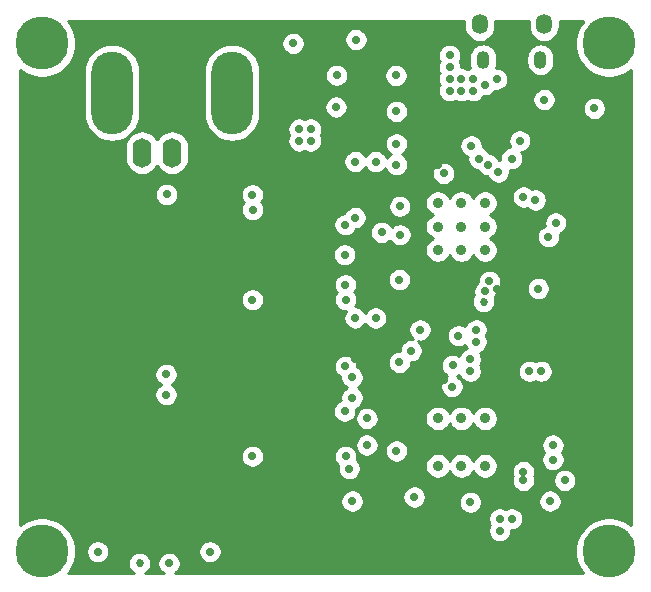
<source format=gbr>
G04 #@! TF.GenerationSoftware,KiCad,Pcbnew,5.1.9*
G04 #@! TF.CreationDate,2021-01-05T21:26:03-06:00*
G04 #@! TF.ProjectId,pcb,7063622e-6b69-4636-9164-5f7063625858,rev?*
G04 #@! TF.SameCoordinates,Original*
G04 #@! TF.FileFunction,Copper,L3,Inr*
G04 #@! TF.FilePolarity,Positive*
%FSLAX46Y46*%
G04 Gerber Fmt 4.6, Leading zero omitted, Abs format (unit mm)*
G04 Created by KiCad (PCBNEW 5.1.9) date 2021-01-05 21:26:03*
%MOMM*%
%LPD*%
G01*
G04 APERTURE LIST*
G04 #@! TA.AperFunction,ComponentPad*
%ADD10C,4.500000*%
G04 #@! TD*
G04 #@! TA.AperFunction,ComponentPad*
%ADD11O,1.350000X1.700000*%
G04 #@! TD*
G04 #@! TA.AperFunction,ComponentPad*
%ADD12O,1.100000X1.500000*%
G04 #@! TD*
G04 #@! TA.AperFunction,ComponentPad*
%ADD13O,1.600000X2.500000*%
G04 #@! TD*
G04 #@! TA.AperFunction,ComponentPad*
%ADD14O,3.500000X7.000000*%
G04 #@! TD*
G04 #@! TA.AperFunction,ViaPad*
%ADD15C,0.900000*%
G04 #@! TD*
G04 #@! TA.AperFunction,ViaPad*
%ADD16C,0.700000*%
G04 #@! TD*
G04 #@! TA.AperFunction,ViaPad*
%ADD17C,0.685800*%
G04 #@! TD*
G04 #@! TA.AperFunction,Conductor*
%ADD18C,0.254000*%
G04 #@! TD*
G04 #@! TA.AperFunction,Conductor*
%ADD19C,0.100000*%
G04 #@! TD*
G04 APERTURE END LIST*
D10*
X20250000Y-63750000D03*
X20250000Y-106750000D03*
X68250000Y-106750000D03*
X68250000Y-63750000D03*
D11*
X57295000Y-62131000D03*
X62755000Y-62131000D03*
D12*
X57605000Y-65131000D03*
X62445000Y-65131000D03*
D13*
X28710000Y-73000000D03*
X31250000Y-73000000D03*
D14*
X36330000Y-67920000D03*
X26170000Y-67920000D03*
D15*
X53750000Y-99500000D03*
X55750000Y-99500000D03*
X57750000Y-99500000D03*
X57750000Y-95500000D03*
X55750000Y-95500000D03*
X53750000Y-95500000D03*
X53750000Y-79250000D03*
X55750000Y-79250000D03*
X57750000Y-79250000D03*
X57750000Y-81250000D03*
X53750000Y-81250000D03*
X55750000Y-81250000D03*
X55750000Y-77250000D03*
X57750000Y-77250000D03*
X53750000Y-77250000D03*
D16*
X46500000Y-93750000D03*
X46250000Y-99750000D03*
X46500000Y-102500000D03*
X56500000Y-102600000D03*
X51500000Y-89750000D03*
X50500000Y-90750000D03*
X63500000Y-99000000D03*
X63250000Y-102500000D03*
X64500000Y-100750000D03*
X46750000Y-87000000D03*
X48500000Y-87000000D03*
X48500000Y-73750000D03*
X46750000Y-73750000D03*
X46750000Y-78500000D03*
X45905000Y-79095000D03*
X45865000Y-81635000D03*
X45925000Y-84175000D03*
X45945000Y-85445000D03*
X38055000Y-85445000D03*
X38055000Y-76555000D03*
X38075000Y-77825000D03*
X45945000Y-98695000D03*
X38055000Y-98695000D03*
X52250000Y-88000000D03*
X50500000Y-83750000D03*
X50550000Y-79950000D03*
X50250000Y-72250000D03*
X50250000Y-74000000D03*
X60000000Y-73500000D03*
X61000000Y-76750000D03*
X62250000Y-84500000D03*
X58125000Y-83875000D03*
X46826200Y-63423800D03*
X50211900Y-66461900D03*
X50250000Y-69500000D03*
X41500000Y-63750000D03*
X45134800Y-69134800D03*
X45192400Y-66442400D03*
X54250000Y-74750000D03*
X60700000Y-72000000D03*
X51750000Y-102150000D03*
X47750000Y-97750000D03*
X46500000Y-92000000D03*
X45925000Y-91075000D03*
X45865000Y-94885000D03*
X49000000Y-79750000D03*
X56575000Y-72425000D03*
X58725000Y-66775000D03*
X57750000Y-67250000D03*
X56750000Y-66750000D03*
X56750000Y-67750000D03*
X54750000Y-67750000D03*
X54750000Y-66750000D03*
X54750000Y-65750000D03*
X54750000Y-64750000D03*
X55750000Y-66750000D03*
X55750000Y-67750000D03*
D17*
X28500000Y-107750000D03*
D16*
X31000000Y-107750000D03*
X34462500Y-106787500D03*
X24962500Y-106787500D03*
X48750000Y-98750000D03*
X48000000Y-102500000D03*
X54250000Y-92250000D03*
X51500000Y-93250000D03*
X60750000Y-93000000D03*
X63750000Y-93000000D03*
X59750000Y-102500000D03*
X47250000Y-85000000D03*
X46750000Y-90500000D03*
X48500000Y-90500000D03*
X46750000Y-77250000D03*
X48500000Y-77250000D03*
X47250000Y-71000000D03*
X49500000Y-81250000D03*
X50550000Y-76450000D03*
X53750000Y-72250000D03*
X53750000Y-74000000D03*
X62000000Y-75500000D03*
X58750000Y-84500000D03*
X45000000Y-63750000D03*
X48250000Y-71000000D03*
X48250000Y-72000000D03*
X47250000Y-72000000D03*
X44250000Y-62750000D03*
D17*
X50712500Y-104687500D03*
D16*
X30750000Y-91750000D03*
X30750000Y-93500000D03*
X30787500Y-76537500D03*
X61000000Y-100750000D03*
X61000000Y-100000000D03*
X47750000Y-95500000D03*
X42000000Y-71000000D03*
X42000000Y-72000000D03*
X43000000Y-71000000D03*
X43000000Y-72000000D03*
X50250000Y-98250000D03*
X55000000Y-91000000D03*
X57000000Y-89000000D03*
X56500000Y-91500000D03*
X56500000Y-90500000D03*
X55500000Y-88500000D03*
X61500000Y-91500000D03*
X62500000Y-91500000D03*
X57250000Y-73500000D03*
X67000000Y-69250000D03*
X58000000Y-74000000D03*
X58875000Y-74625000D03*
X62000000Y-77000000D03*
X57000000Y-88000000D03*
X50537500Y-77537500D03*
X59000000Y-105000000D03*
X59000000Y-104000000D03*
X60000000Y-104000000D03*
X63500000Y-97750000D03*
D17*
X57625000Y-85625000D03*
D16*
X57750000Y-84750000D03*
X63125000Y-80125000D03*
X63750000Y-78950000D03*
X54950000Y-92800000D03*
X62750000Y-68500000D03*
D18*
X55985000Y-61891649D02*
X55985000Y-62370350D01*
X56003955Y-62562804D01*
X56078862Y-62809740D01*
X56200505Y-63037317D01*
X56364208Y-63236792D01*
X56563682Y-63400495D01*
X56791259Y-63522138D01*
X57038195Y-63597045D01*
X57295000Y-63622338D01*
X57551804Y-63597045D01*
X57798740Y-63522138D01*
X58026317Y-63400495D01*
X58225792Y-63236792D01*
X58389495Y-63037318D01*
X58511138Y-62809741D01*
X58586045Y-62562805D01*
X58605000Y-62370351D01*
X58605000Y-61891650D01*
X58603557Y-61877000D01*
X61446443Y-61877000D01*
X61445000Y-61891649D01*
X61445000Y-62370350D01*
X61463955Y-62562804D01*
X61538862Y-62809740D01*
X61660505Y-63037317D01*
X61824208Y-63236792D01*
X62023682Y-63400495D01*
X62251259Y-63522138D01*
X62498195Y-63597045D01*
X62755000Y-63622338D01*
X63011804Y-63597045D01*
X63258740Y-63522138D01*
X63486317Y-63400495D01*
X63685792Y-63236792D01*
X63849495Y-63037318D01*
X63971138Y-62809741D01*
X64046045Y-62562805D01*
X64065000Y-62370351D01*
X64065000Y-61891650D01*
X64063557Y-61877000D01*
X66042994Y-61877000D01*
X66009074Y-61910920D01*
X65693346Y-62383440D01*
X65475869Y-62908477D01*
X65365000Y-63465852D01*
X65365000Y-64034148D01*
X65475869Y-64591523D01*
X65693346Y-65116560D01*
X66009074Y-65589080D01*
X66410920Y-65990926D01*
X66883440Y-66306654D01*
X67408477Y-66524131D01*
X67965852Y-66635000D01*
X68534148Y-66635000D01*
X69091523Y-66524131D01*
X69616560Y-66306654D01*
X70089080Y-65990926D01*
X70123000Y-65957006D01*
X70123000Y-104542994D01*
X70089080Y-104509074D01*
X69616560Y-104193346D01*
X69091523Y-103975869D01*
X68534148Y-103865000D01*
X67965852Y-103865000D01*
X67408477Y-103975869D01*
X66883440Y-104193346D01*
X66410920Y-104509074D01*
X66009074Y-104910920D01*
X65693346Y-105383440D01*
X65475869Y-105908477D01*
X65365000Y-106465852D01*
X65365000Y-107034148D01*
X65475869Y-107591523D01*
X65693346Y-108116560D01*
X66009074Y-108589080D01*
X66042994Y-108623000D01*
X31466321Y-108623000D01*
X31466572Y-108622896D01*
X31627901Y-108515099D01*
X31765099Y-108377901D01*
X31872896Y-108216572D01*
X31947147Y-108037314D01*
X31985000Y-107847014D01*
X31985000Y-107652986D01*
X31947147Y-107462686D01*
X31872896Y-107283428D01*
X31765099Y-107122099D01*
X31627901Y-106984901D01*
X31466572Y-106877104D01*
X31287314Y-106802853D01*
X31097014Y-106765000D01*
X30902986Y-106765000D01*
X30712686Y-106802853D01*
X30533428Y-106877104D01*
X30372099Y-106984901D01*
X30234901Y-107122099D01*
X30127104Y-107283428D01*
X30052853Y-107462686D01*
X30015000Y-107652986D01*
X30015000Y-107847014D01*
X30052853Y-108037314D01*
X30127104Y-108216572D01*
X30234901Y-108377901D01*
X30372099Y-108515099D01*
X30533428Y-108622896D01*
X30533679Y-108623000D01*
X28947769Y-108623000D01*
X28963210Y-108616604D01*
X29123375Y-108509585D01*
X29259585Y-108373375D01*
X29366604Y-108213210D01*
X29440320Y-108035243D01*
X29477900Y-107846315D01*
X29477900Y-107653685D01*
X29440320Y-107464757D01*
X29366604Y-107286790D01*
X29259585Y-107126625D01*
X29123375Y-106990415D01*
X28963210Y-106883396D01*
X28785243Y-106809680D01*
X28596315Y-106772100D01*
X28403685Y-106772100D01*
X28214757Y-106809680D01*
X28036790Y-106883396D01*
X27876625Y-106990415D01*
X27740415Y-107126625D01*
X27633396Y-107286790D01*
X27559680Y-107464757D01*
X27522100Y-107653685D01*
X27522100Y-107846315D01*
X27559680Y-108035243D01*
X27633396Y-108213210D01*
X27740415Y-108373375D01*
X27876625Y-108509585D01*
X28036790Y-108616604D01*
X28052231Y-108623000D01*
X22457006Y-108623000D01*
X22490926Y-108589080D01*
X22806654Y-108116560D01*
X23024131Y-107591523D01*
X23135000Y-107034148D01*
X23135000Y-106690486D01*
X23977500Y-106690486D01*
X23977500Y-106884514D01*
X24015353Y-107074814D01*
X24089604Y-107254072D01*
X24197401Y-107415401D01*
X24334599Y-107552599D01*
X24495928Y-107660396D01*
X24675186Y-107734647D01*
X24865486Y-107772500D01*
X25059514Y-107772500D01*
X25249814Y-107734647D01*
X25429072Y-107660396D01*
X25590401Y-107552599D01*
X25727599Y-107415401D01*
X25835396Y-107254072D01*
X25909647Y-107074814D01*
X25947500Y-106884514D01*
X25947500Y-106690486D01*
X33477500Y-106690486D01*
X33477500Y-106884514D01*
X33515353Y-107074814D01*
X33589604Y-107254072D01*
X33697401Y-107415401D01*
X33834599Y-107552599D01*
X33995928Y-107660396D01*
X34175186Y-107734647D01*
X34365486Y-107772500D01*
X34559514Y-107772500D01*
X34749814Y-107734647D01*
X34929072Y-107660396D01*
X35090401Y-107552599D01*
X35227599Y-107415401D01*
X35335396Y-107254072D01*
X35409647Y-107074814D01*
X35447500Y-106884514D01*
X35447500Y-106690486D01*
X35409647Y-106500186D01*
X35335396Y-106320928D01*
X35227599Y-106159599D01*
X35090401Y-106022401D01*
X34929072Y-105914604D01*
X34749814Y-105840353D01*
X34559514Y-105802500D01*
X34365486Y-105802500D01*
X34175186Y-105840353D01*
X33995928Y-105914604D01*
X33834599Y-106022401D01*
X33697401Y-106159599D01*
X33589604Y-106320928D01*
X33515353Y-106500186D01*
X33477500Y-106690486D01*
X25947500Y-106690486D01*
X25909647Y-106500186D01*
X25835396Y-106320928D01*
X25727599Y-106159599D01*
X25590401Y-106022401D01*
X25429072Y-105914604D01*
X25249814Y-105840353D01*
X25059514Y-105802500D01*
X24865486Y-105802500D01*
X24675186Y-105840353D01*
X24495928Y-105914604D01*
X24334599Y-106022401D01*
X24197401Y-106159599D01*
X24089604Y-106320928D01*
X24015353Y-106500186D01*
X23977500Y-106690486D01*
X23135000Y-106690486D01*
X23135000Y-106465852D01*
X23024131Y-105908477D01*
X22806654Y-105383440D01*
X22490926Y-104910920D01*
X22089080Y-104509074D01*
X21616560Y-104193346D01*
X21091523Y-103975869D01*
X20725117Y-103902986D01*
X58015000Y-103902986D01*
X58015000Y-104097014D01*
X58052853Y-104287314D01*
X58127104Y-104466572D01*
X58149440Y-104500000D01*
X58127104Y-104533428D01*
X58052853Y-104712686D01*
X58015000Y-104902986D01*
X58015000Y-105097014D01*
X58052853Y-105287314D01*
X58127104Y-105466572D01*
X58234901Y-105627901D01*
X58372099Y-105765099D01*
X58533428Y-105872896D01*
X58712686Y-105947147D01*
X58902986Y-105985000D01*
X59097014Y-105985000D01*
X59287314Y-105947147D01*
X59466572Y-105872896D01*
X59627901Y-105765099D01*
X59765099Y-105627901D01*
X59872896Y-105466572D01*
X59947147Y-105287314D01*
X59985000Y-105097014D01*
X59985000Y-104985000D01*
X60097014Y-104985000D01*
X60287314Y-104947147D01*
X60466572Y-104872896D01*
X60627901Y-104765099D01*
X60765099Y-104627901D01*
X60872896Y-104466572D01*
X60947147Y-104287314D01*
X60985000Y-104097014D01*
X60985000Y-103902986D01*
X60947147Y-103712686D01*
X60872896Y-103533428D01*
X60765099Y-103372099D01*
X60627901Y-103234901D01*
X60466572Y-103127104D01*
X60287314Y-103052853D01*
X60097014Y-103015000D01*
X59902986Y-103015000D01*
X59712686Y-103052853D01*
X59533428Y-103127104D01*
X59500000Y-103149440D01*
X59466572Y-103127104D01*
X59287314Y-103052853D01*
X59097014Y-103015000D01*
X58902986Y-103015000D01*
X58712686Y-103052853D01*
X58533428Y-103127104D01*
X58372099Y-103234901D01*
X58234901Y-103372099D01*
X58127104Y-103533428D01*
X58052853Y-103712686D01*
X58015000Y-103902986D01*
X20725117Y-103902986D01*
X20534148Y-103865000D01*
X19965852Y-103865000D01*
X19408477Y-103975869D01*
X18883440Y-104193346D01*
X18410920Y-104509074D01*
X18377000Y-104542994D01*
X18377000Y-102402986D01*
X45515000Y-102402986D01*
X45515000Y-102597014D01*
X45552853Y-102787314D01*
X45627104Y-102966572D01*
X45734901Y-103127901D01*
X45872099Y-103265099D01*
X46033428Y-103372896D01*
X46212686Y-103447147D01*
X46402986Y-103485000D01*
X46597014Y-103485000D01*
X46787314Y-103447147D01*
X46966572Y-103372896D01*
X47127901Y-103265099D01*
X47265099Y-103127901D01*
X47372896Y-102966572D01*
X47447147Y-102787314D01*
X47485000Y-102597014D01*
X47485000Y-102402986D01*
X47447147Y-102212686D01*
X47380998Y-102052986D01*
X50765000Y-102052986D01*
X50765000Y-102247014D01*
X50802853Y-102437314D01*
X50877104Y-102616572D01*
X50984901Y-102777901D01*
X51122099Y-102915099D01*
X51283428Y-103022896D01*
X51462686Y-103097147D01*
X51652986Y-103135000D01*
X51847014Y-103135000D01*
X52037314Y-103097147D01*
X52216572Y-103022896D01*
X52377901Y-102915099D01*
X52515099Y-102777901D01*
X52622896Y-102616572D01*
X52669944Y-102502986D01*
X55515000Y-102502986D01*
X55515000Y-102697014D01*
X55552853Y-102887314D01*
X55627104Y-103066572D01*
X55734901Y-103227901D01*
X55872099Y-103365099D01*
X56033428Y-103472896D01*
X56212686Y-103547147D01*
X56402986Y-103585000D01*
X56597014Y-103585000D01*
X56787314Y-103547147D01*
X56966572Y-103472896D01*
X57127901Y-103365099D01*
X57265099Y-103227901D01*
X57372896Y-103066572D01*
X57447147Y-102887314D01*
X57485000Y-102697014D01*
X57485000Y-102502986D01*
X57465109Y-102402986D01*
X62265000Y-102402986D01*
X62265000Y-102597014D01*
X62302853Y-102787314D01*
X62377104Y-102966572D01*
X62484901Y-103127901D01*
X62622099Y-103265099D01*
X62783428Y-103372896D01*
X62962686Y-103447147D01*
X63152986Y-103485000D01*
X63347014Y-103485000D01*
X63537314Y-103447147D01*
X63716572Y-103372896D01*
X63877901Y-103265099D01*
X64015099Y-103127901D01*
X64122896Y-102966572D01*
X64197147Y-102787314D01*
X64235000Y-102597014D01*
X64235000Y-102402986D01*
X64197147Y-102212686D01*
X64122896Y-102033428D01*
X64015099Y-101872099D01*
X63877901Y-101734901D01*
X63716572Y-101627104D01*
X63537314Y-101552853D01*
X63347014Y-101515000D01*
X63152986Y-101515000D01*
X62962686Y-101552853D01*
X62783428Y-101627104D01*
X62622099Y-101734901D01*
X62484901Y-101872099D01*
X62377104Y-102033428D01*
X62302853Y-102212686D01*
X62265000Y-102402986D01*
X57465109Y-102402986D01*
X57447147Y-102312686D01*
X57372896Y-102133428D01*
X57265099Y-101972099D01*
X57127901Y-101834901D01*
X56966572Y-101727104D01*
X56787314Y-101652853D01*
X56597014Y-101615000D01*
X56402986Y-101615000D01*
X56212686Y-101652853D01*
X56033428Y-101727104D01*
X55872099Y-101834901D01*
X55734901Y-101972099D01*
X55627104Y-102133428D01*
X55552853Y-102312686D01*
X55515000Y-102502986D01*
X52669944Y-102502986D01*
X52697147Y-102437314D01*
X52735000Y-102247014D01*
X52735000Y-102052986D01*
X52697147Y-101862686D01*
X52622896Y-101683428D01*
X52515099Y-101522099D01*
X52377901Y-101384901D01*
X52216572Y-101277104D01*
X52037314Y-101202853D01*
X51847014Y-101165000D01*
X51652986Y-101165000D01*
X51462686Y-101202853D01*
X51283428Y-101277104D01*
X51122099Y-101384901D01*
X50984901Y-101522099D01*
X50877104Y-101683428D01*
X50802853Y-101862686D01*
X50765000Y-102052986D01*
X47380998Y-102052986D01*
X47372896Y-102033428D01*
X47265099Y-101872099D01*
X47127901Y-101734901D01*
X46966572Y-101627104D01*
X46787314Y-101552853D01*
X46597014Y-101515000D01*
X46402986Y-101515000D01*
X46212686Y-101552853D01*
X46033428Y-101627104D01*
X45872099Y-101734901D01*
X45734901Y-101872099D01*
X45627104Y-102033428D01*
X45552853Y-102212686D01*
X45515000Y-102402986D01*
X18377000Y-102402986D01*
X18377000Y-98597986D01*
X37070000Y-98597986D01*
X37070000Y-98792014D01*
X37107853Y-98982314D01*
X37182104Y-99161572D01*
X37289901Y-99322901D01*
X37427099Y-99460099D01*
X37588428Y-99567896D01*
X37767686Y-99642147D01*
X37957986Y-99680000D01*
X38152014Y-99680000D01*
X38342314Y-99642147D01*
X38521572Y-99567896D01*
X38682901Y-99460099D01*
X38820099Y-99322901D01*
X38927896Y-99161572D01*
X39002147Y-98982314D01*
X39040000Y-98792014D01*
X39040000Y-98597986D01*
X44960000Y-98597986D01*
X44960000Y-98792014D01*
X44997853Y-98982314D01*
X45072104Y-99161572D01*
X45179901Y-99322901D01*
X45307783Y-99450783D01*
X45302853Y-99462686D01*
X45265000Y-99652986D01*
X45265000Y-99847014D01*
X45302853Y-100037314D01*
X45377104Y-100216572D01*
X45484901Y-100377901D01*
X45622099Y-100515099D01*
X45783428Y-100622896D01*
X45962686Y-100697147D01*
X46152986Y-100735000D01*
X46347014Y-100735000D01*
X46537314Y-100697147D01*
X46716572Y-100622896D01*
X46877901Y-100515099D01*
X47015099Y-100377901D01*
X47122896Y-100216572D01*
X47197147Y-100037314D01*
X47235000Y-99847014D01*
X47235000Y-99652986D01*
X47197147Y-99462686D01*
X47168339Y-99393137D01*
X52665000Y-99393137D01*
X52665000Y-99606863D01*
X52706696Y-99816483D01*
X52788485Y-100013940D01*
X52907225Y-100191647D01*
X53058353Y-100342775D01*
X53236060Y-100461515D01*
X53433517Y-100543304D01*
X53643137Y-100585000D01*
X53856863Y-100585000D01*
X54066483Y-100543304D01*
X54263940Y-100461515D01*
X54441647Y-100342775D01*
X54592775Y-100191647D01*
X54711515Y-100013940D01*
X54750000Y-99921029D01*
X54788485Y-100013940D01*
X54907225Y-100191647D01*
X55058353Y-100342775D01*
X55236060Y-100461515D01*
X55433517Y-100543304D01*
X55643137Y-100585000D01*
X55856863Y-100585000D01*
X56066483Y-100543304D01*
X56263940Y-100461515D01*
X56441647Y-100342775D01*
X56592775Y-100191647D01*
X56711515Y-100013940D01*
X56750000Y-99921029D01*
X56788485Y-100013940D01*
X56907225Y-100191647D01*
X57058353Y-100342775D01*
X57236060Y-100461515D01*
X57433517Y-100543304D01*
X57643137Y-100585000D01*
X57856863Y-100585000D01*
X58066483Y-100543304D01*
X58263940Y-100461515D01*
X58441647Y-100342775D01*
X58592775Y-100191647D01*
X58711515Y-100013940D01*
X58757473Y-99902986D01*
X60015000Y-99902986D01*
X60015000Y-100097014D01*
X60052853Y-100287314D01*
X60089174Y-100375000D01*
X60052853Y-100462686D01*
X60015000Y-100652986D01*
X60015000Y-100847014D01*
X60052853Y-101037314D01*
X60127104Y-101216572D01*
X60234901Y-101377901D01*
X60372099Y-101515099D01*
X60533428Y-101622896D01*
X60712686Y-101697147D01*
X60902986Y-101735000D01*
X61097014Y-101735000D01*
X61287314Y-101697147D01*
X61466572Y-101622896D01*
X61627901Y-101515099D01*
X61765099Y-101377901D01*
X61872896Y-101216572D01*
X61947147Y-101037314D01*
X61985000Y-100847014D01*
X61985000Y-100652986D01*
X63515000Y-100652986D01*
X63515000Y-100847014D01*
X63552853Y-101037314D01*
X63627104Y-101216572D01*
X63734901Y-101377901D01*
X63872099Y-101515099D01*
X64033428Y-101622896D01*
X64212686Y-101697147D01*
X64402986Y-101735000D01*
X64597014Y-101735000D01*
X64787314Y-101697147D01*
X64966572Y-101622896D01*
X65127901Y-101515099D01*
X65265099Y-101377901D01*
X65372896Y-101216572D01*
X65447147Y-101037314D01*
X65485000Y-100847014D01*
X65485000Y-100652986D01*
X65447147Y-100462686D01*
X65372896Y-100283428D01*
X65265099Y-100122099D01*
X65127901Y-99984901D01*
X64966572Y-99877104D01*
X64787314Y-99802853D01*
X64597014Y-99765000D01*
X64402986Y-99765000D01*
X64212686Y-99802853D01*
X64033428Y-99877104D01*
X63872099Y-99984901D01*
X63734901Y-100122099D01*
X63627104Y-100283428D01*
X63552853Y-100462686D01*
X63515000Y-100652986D01*
X61985000Y-100652986D01*
X61947147Y-100462686D01*
X61910826Y-100375000D01*
X61947147Y-100287314D01*
X61985000Y-100097014D01*
X61985000Y-99902986D01*
X61947147Y-99712686D01*
X61872896Y-99533428D01*
X61765099Y-99372099D01*
X61627901Y-99234901D01*
X61466572Y-99127104D01*
X61287314Y-99052853D01*
X61097014Y-99015000D01*
X60902986Y-99015000D01*
X60712686Y-99052853D01*
X60533428Y-99127104D01*
X60372099Y-99234901D01*
X60234901Y-99372099D01*
X60127104Y-99533428D01*
X60052853Y-99712686D01*
X60015000Y-99902986D01*
X58757473Y-99902986D01*
X58793304Y-99816483D01*
X58835000Y-99606863D01*
X58835000Y-99393137D01*
X58793304Y-99183517D01*
X58711515Y-98986060D01*
X58592775Y-98808353D01*
X58441647Y-98657225D01*
X58263940Y-98538485D01*
X58066483Y-98456696D01*
X57856863Y-98415000D01*
X57643137Y-98415000D01*
X57433517Y-98456696D01*
X57236060Y-98538485D01*
X57058353Y-98657225D01*
X56907225Y-98808353D01*
X56788485Y-98986060D01*
X56750000Y-99078971D01*
X56711515Y-98986060D01*
X56592775Y-98808353D01*
X56441647Y-98657225D01*
X56263940Y-98538485D01*
X56066483Y-98456696D01*
X55856863Y-98415000D01*
X55643137Y-98415000D01*
X55433517Y-98456696D01*
X55236060Y-98538485D01*
X55058353Y-98657225D01*
X54907225Y-98808353D01*
X54788485Y-98986060D01*
X54750000Y-99078971D01*
X54711515Y-98986060D01*
X54592775Y-98808353D01*
X54441647Y-98657225D01*
X54263940Y-98538485D01*
X54066483Y-98456696D01*
X53856863Y-98415000D01*
X53643137Y-98415000D01*
X53433517Y-98456696D01*
X53236060Y-98538485D01*
X53058353Y-98657225D01*
X52907225Y-98808353D01*
X52788485Y-98986060D01*
X52706696Y-99183517D01*
X52665000Y-99393137D01*
X47168339Y-99393137D01*
X47122896Y-99283428D01*
X47015099Y-99122099D01*
X46887217Y-98994217D01*
X46892147Y-98982314D01*
X46930000Y-98792014D01*
X46930000Y-98597986D01*
X46892147Y-98407686D01*
X46817896Y-98228428D01*
X46710099Y-98067099D01*
X46572901Y-97929901D01*
X46411572Y-97822104D01*
X46232314Y-97747853D01*
X46042014Y-97710000D01*
X45847986Y-97710000D01*
X45657686Y-97747853D01*
X45478428Y-97822104D01*
X45317099Y-97929901D01*
X45179901Y-98067099D01*
X45072104Y-98228428D01*
X44997853Y-98407686D01*
X44960000Y-98597986D01*
X39040000Y-98597986D01*
X39002147Y-98407686D01*
X38927896Y-98228428D01*
X38820099Y-98067099D01*
X38682901Y-97929901D01*
X38521572Y-97822104D01*
X38342314Y-97747853D01*
X38152014Y-97710000D01*
X37957986Y-97710000D01*
X37767686Y-97747853D01*
X37588428Y-97822104D01*
X37427099Y-97929901D01*
X37289901Y-98067099D01*
X37182104Y-98228428D01*
X37107853Y-98407686D01*
X37070000Y-98597986D01*
X18377000Y-98597986D01*
X18377000Y-97652986D01*
X46765000Y-97652986D01*
X46765000Y-97847014D01*
X46802853Y-98037314D01*
X46877104Y-98216572D01*
X46984901Y-98377901D01*
X47122099Y-98515099D01*
X47283428Y-98622896D01*
X47462686Y-98697147D01*
X47652986Y-98735000D01*
X47847014Y-98735000D01*
X48037314Y-98697147D01*
X48216572Y-98622896D01*
X48377901Y-98515099D01*
X48515099Y-98377901D01*
X48622896Y-98216572D01*
X48649234Y-98152986D01*
X49265000Y-98152986D01*
X49265000Y-98347014D01*
X49302853Y-98537314D01*
X49377104Y-98716572D01*
X49484901Y-98877901D01*
X49622099Y-99015099D01*
X49783428Y-99122896D01*
X49962686Y-99197147D01*
X50152986Y-99235000D01*
X50347014Y-99235000D01*
X50537314Y-99197147D01*
X50716572Y-99122896D01*
X50877901Y-99015099D01*
X51015099Y-98877901D01*
X51122896Y-98716572D01*
X51197147Y-98537314D01*
X51235000Y-98347014D01*
X51235000Y-98152986D01*
X51197147Y-97962686D01*
X51122896Y-97783428D01*
X51035738Y-97652986D01*
X62515000Y-97652986D01*
X62515000Y-97847014D01*
X62552853Y-98037314D01*
X62627104Y-98216572D01*
X62732963Y-98375000D01*
X62627104Y-98533428D01*
X62552853Y-98712686D01*
X62515000Y-98902986D01*
X62515000Y-99097014D01*
X62552853Y-99287314D01*
X62627104Y-99466572D01*
X62734901Y-99627901D01*
X62872099Y-99765099D01*
X63033428Y-99872896D01*
X63212686Y-99947147D01*
X63402986Y-99985000D01*
X63597014Y-99985000D01*
X63787314Y-99947147D01*
X63966572Y-99872896D01*
X64127901Y-99765099D01*
X64265099Y-99627901D01*
X64372896Y-99466572D01*
X64447147Y-99287314D01*
X64485000Y-99097014D01*
X64485000Y-98902986D01*
X64447147Y-98712686D01*
X64372896Y-98533428D01*
X64267037Y-98375000D01*
X64372896Y-98216572D01*
X64447147Y-98037314D01*
X64485000Y-97847014D01*
X64485000Y-97652986D01*
X64447147Y-97462686D01*
X64372896Y-97283428D01*
X64265099Y-97122099D01*
X64127901Y-96984901D01*
X63966572Y-96877104D01*
X63787314Y-96802853D01*
X63597014Y-96765000D01*
X63402986Y-96765000D01*
X63212686Y-96802853D01*
X63033428Y-96877104D01*
X62872099Y-96984901D01*
X62734901Y-97122099D01*
X62627104Y-97283428D01*
X62552853Y-97462686D01*
X62515000Y-97652986D01*
X51035738Y-97652986D01*
X51015099Y-97622099D01*
X50877901Y-97484901D01*
X50716572Y-97377104D01*
X50537314Y-97302853D01*
X50347014Y-97265000D01*
X50152986Y-97265000D01*
X49962686Y-97302853D01*
X49783428Y-97377104D01*
X49622099Y-97484901D01*
X49484901Y-97622099D01*
X49377104Y-97783428D01*
X49302853Y-97962686D01*
X49265000Y-98152986D01*
X48649234Y-98152986D01*
X48697147Y-98037314D01*
X48735000Y-97847014D01*
X48735000Y-97652986D01*
X48697147Y-97462686D01*
X48622896Y-97283428D01*
X48515099Y-97122099D01*
X48377901Y-96984901D01*
X48216572Y-96877104D01*
X48037314Y-96802853D01*
X47847014Y-96765000D01*
X47652986Y-96765000D01*
X47462686Y-96802853D01*
X47283428Y-96877104D01*
X47122099Y-96984901D01*
X46984901Y-97122099D01*
X46877104Y-97283428D01*
X46802853Y-97462686D01*
X46765000Y-97652986D01*
X18377000Y-97652986D01*
X18377000Y-94787986D01*
X44880000Y-94787986D01*
X44880000Y-94982014D01*
X44917853Y-95172314D01*
X44992104Y-95351572D01*
X45099901Y-95512901D01*
X45237099Y-95650099D01*
X45398428Y-95757896D01*
X45577686Y-95832147D01*
X45767986Y-95870000D01*
X45962014Y-95870000D01*
X46152314Y-95832147D01*
X46331572Y-95757896D01*
X46492901Y-95650099D01*
X46630099Y-95512901D01*
X46703542Y-95402986D01*
X46765000Y-95402986D01*
X46765000Y-95597014D01*
X46802853Y-95787314D01*
X46877104Y-95966572D01*
X46984901Y-96127901D01*
X47122099Y-96265099D01*
X47283428Y-96372896D01*
X47462686Y-96447147D01*
X47652986Y-96485000D01*
X47847014Y-96485000D01*
X48037314Y-96447147D01*
X48216572Y-96372896D01*
X48377901Y-96265099D01*
X48515099Y-96127901D01*
X48622896Y-95966572D01*
X48697147Y-95787314D01*
X48735000Y-95597014D01*
X48735000Y-95402986D01*
X48733041Y-95393137D01*
X52665000Y-95393137D01*
X52665000Y-95606863D01*
X52706696Y-95816483D01*
X52788485Y-96013940D01*
X52907225Y-96191647D01*
X53058353Y-96342775D01*
X53236060Y-96461515D01*
X53433517Y-96543304D01*
X53643137Y-96585000D01*
X53856863Y-96585000D01*
X54066483Y-96543304D01*
X54263940Y-96461515D01*
X54441647Y-96342775D01*
X54592775Y-96191647D01*
X54711515Y-96013940D01*
X54750000Y-95921029D01*
X54788485Y-96013940D01*
X54907225Y-96191647D01*
X55058353Y-96342775D01*
X55236060Y-96461515D01*
X55433517Y-96543304D01*
X55643137Y-96585000D01*
X55856863Y-96585000D01*
X56066483Y-96543304D01*
X56263940Y-96461515D01*
X56441647Y-96342775D01*
X56592775Y-96191647D01*
X56711515Y-96013940D01*
X56750000Y-95921029D01*
X56788485Y-96013940D01*
X56907225Y-96191647D01*
X57058353Y-96342775D01*
X57236060Y-96461515D01*
X57433517Y-96543304D01*
X57643137Y-96585000D01*
X57856863Y-96585000D01*
X58066483Y-96543304D01*
X58263940Y-96461515D01*
X58441647Y-96342775D01*
X58592775Y-96191647D01*
X58711515Y-96013940D01*
X58793304Y-95816483D01*
X58835000Y-95606863D01*
X58835000Y-95393137D01*
X58793304Y-95183517D01*
X58711515Y-94986060D01*
X58592775Y-94808353D01*
X58441647Y-94657225D01*
X58263940Y-94538485D01*
X58066483Y-94456696D01*
X57856863Y-94415000D01*
X57643137Y-94415000D01*
X57433517Y-94456696D01*
X57236060Y-94538485D01*
X57058353Y-94657225D01*
X56907225Y-94808353D01*
X56788485Y-94986060D01*
X56750000Y-95078971D01*
X56711515Y-94986060D01*
X56592775Y-94808353D01*
X56441647Y-94657225D01*
X56263940Y-94538485D01*
X56066483Y-94456696D01*
X55856863Y-94415000D01*
X55643137Y-94415000D01*
X55433517Y-94456696D01*
X55236060Y-94538485D01*
X55058353Y-94657225D01*
X54907225Y-94808353D01*
X54788485Y-94986060D01*
X54750000Y-95078971D01*
X54711515Y-94986060D01*
X54592775Y-94808353D01*
X54441647Y-94657225D01*
X54263940Y-94538485D01*
X54066483Y-94456696D01*
X53856863Y-94415000D01*
X53643137Y-94415000D01*
X53433517Y-94456696D01*
X53236060Y-94538485D01*
X53058353Y-94657225D01*
X52907225Y-94808353D01*
X52788485Y-94986060D01*
X52706696Y-95183517D01*
X52665000Y-95393137D01*
X48733041Y-95393137D01*
X48697147Y-95212686D01*
X48622896Y-95033428D01*
X48515099Y-94872099D01*
X48377901Y-94734901D01*
X48216572Y-94627104D01*
X48037314Y-94552853D01*
X47847014Y-94515000D01*
X47652986Y-94515000D01*
X47462686Y-94552853D01*
X47283428Y-94627104D01*
X47122099Y-94734901D01*
X46984901Y-94872099D01*
X46877104Y-95033428D01*
X46802853Y-95212686D01*
X46765000Y-95402986D01*
X46703542Y-95402986D01*
X46737896Y-95351572D01*
X46812147Y-95172314D01*
X46850000Y-94982014D01*
X46850000Y-94787986D01*
X46828535Y-94680073D01*
X46966572Y-94622896D01*
X47127901Y-94515099D01*
X47265099Y-94377901D01*
X47372896Y-94216572D01*
X47447147Y-94037314D01*
X47485000Y-93847014D01*
X47485000Y-93652986D01*
X47447147Y-93462686D01*
X47372896Y-93283428D01*
X47265099Y-93122099D01*
X47127901Y-92984901D01*
X46966572Y-92877104D01*
X46961492Y-92875000D01*
X46966572Y-92872896D01*
X47127901Y-92765099D01*
X47190014Y-92702986D01*
X53965000Y-92702986D01*
X53965000Y-92897014D01*
X54002853Y-93087314D01*
X54077104Y-93266572D01*
X54184901Y-93427901D01*
X54322099Y-93565099D01*
X54483428Y-93672896D01*
X54662686Y-93747147D01*
X54852986Y-93785000D01*
X55047014Y-93785000D01*
X55237314Y-93747147D01*
X55416572Y-93672896D01*
X55577901Y-93565099D01*
X55715099Y-93427901D01*
X55822896Y-93266572D01*
X55897147Y-93087314D01*
X55935000Y-92897014D01*
X55935000Y-92702986D01*
X55897147Y-92512686D01*
X55822896Y-92333428D01*
X55715099Y-92172099D01*
X55577901Y-92034901D01*
X55416572Y-91927104D01*
X55376137Y-91910355D01*
X55466572Y-91872896D01*
X55561914Y-91809190D01*
X55627104Y-91966572D01*
X55734901Y-92127901D01*
X55872099Y-92265099D01*
X56033428Y-92372896D01*
X56212686Y-92447147D01*
X56402986Y-92485000D01*
X56597014Y-92485000D01*
X56787314Y-92447147D01*
X56966572Y-92372896D01*
X57127901Y-92265099D01*
X57265099Y-92127901D01*
X57372896Y-91966572D01*
X57447147Y-91787314D01*
X57485000Y-91597014D01*
X57485000Y-91402986D01*
X60515000Y-91402986D01*
X60515000Y-91597014D01*
X60552853Y-91787314D01*
X60627104Y-91966572D01*
X60734901Y-92127901D01*
X60872099Y-92265099D01*
X61033428Y-92372896D01*
X61212686Y-92447147D01*
X61402986Y-92485000D01*
X61597014Y-92485000D01*
X61787314Y-92447147D01*
X61966572Y-92372896D01*
X62000000Y-92350560D01*
X62033428Y-92372896D01*
X62212686Y-92447147D01*
X62402986Y-92485000D01*
X62597014Y-92485000D01*
X62787314Y-92447147D01*
X62966572Y-92372896D01*
X63127901Y-92265099D01*
X63265099Y-92127901D01*
X63372896Y-91966572D01*
X63447147Y-91787314D01*
X63485000Y-91597014D01*
X63485000Y-91402986D01*
X63447147Y-91212686D01*
X63372896Y-91033428D01*
X63265099Y-90872099D01*
X63127901Y-90734901D01*
X62966572Y-90627104D01*
X62787314Y-90552853D01*
X62597014Y-90515000D01*
X62402986Y-90515000D01*
X62212686Y-90552853D01*
X62033428Y-90627104D01*
X62000000Y-90649440D01*
X61966572Y-90627104D01*
X61787314Y-90552853D01*
X61597014Y-90515000D01*
X61402986Y-90515000D01*
X61212686Y-90552853D01*
X61033428Y-90627104D01*
X60872099Y-90734901D01*
X60734901Y-90872099D01*
X60627104Y-91033428D01*
X60552853Y-91212686D01*
X60515000Y-91402986D01*
X57485000Y-91402986D01*
X57447147Y-91212686D01*
X57372896Y-91033428D01*
X57350560Y-91000000D01*
X57372896Y-90966572D01*
X57447147Y-90787314D01*
X57485000Y-90597014D01*
X57485000Y-90402986D01*
X57447147Y-90212686D01*
X57372896Y-90033428D01*
X57309190Y-89938086D01*
X57466572Y-89872896D01*
X57627901Y-89765099D01*
X57765099Y-89627901D01*
X57872896Y-89466572D01*
X57947147Y-89287314D01*
X57985000Y-89097014D01*
X57985000Y-88902986D01*
X57947147Y-88712686D01*
X57872896Y-88533428D01*
X57850560Y-88500000D01*
X57872896Y-88466572D01*
X57947147Y-88287314D01*
X57985000Y-88097014D01*
X57985000Y-87902986D01*
X57947147Y-87712686D01*
X57872896Y-87533428D01*
X57765099Y-87372099D01*
X57627901Y-87234901D01*
X57466572Y-87127104D01*
X57287314Y-87052853D01*
X57097014Y-87015000D01*
X56902986Y-87015000D01*
X56712686Y-87052853D01*
X56533428Y-87127104D01*
X56372099Y-87234901D01*
X56234901Y-87372099D01*
X56127104Y-87533428D01*
X56061914Y-87690810D01*
X55966572Y-87627104D01*
X55787314Y-87552853D01*
X55597014Y-87515000D01*
X55402986Y-87515000D01*
X55212686Y-87552853D01*
X55033428Y-87627104D01*
X54872099Y-87734901D01*
X54734901Y-87872099D01*
X54627104Y-88033428D01*
X54552853Y-88212686D01*
X54515000Y-88402986D01*
X54515000Y-88597014D01*
X54552853Y-88787314D01*
X54627104Y-88966572D01*
X54734901Y-89127901D01*
X54872099Y-89265099D01*
X55033428Y-89372896D01*
X55212686Y-89447147D01*
X55402986Y-89485000D01*
X55597014Y-89485000D01*
X55787314Y-89447147D01*
X55966572Y-89372896D01*
X56061914Y-89309190D01*
X56127104Y-89466572D01*
X56190810Y-89561914D01*
X56033428Y-89627104D01*
X55872099Y-89734901D01*
X55734901Y-89872099D01*
X55627104Y-90033428D01*
X55561914Y-90190810D01*
X55466572Y-90127104D01*
X55287314Y-90052853D01*
X55097014Y-90015000D01*
X54902986Y-90015000D01*
X54712686Y-90052853D01*
X54533428Y-90127104D01*
X54372099Y-90234901D01*
X54234901Y-90372099D01*
X54127104Y-90533428D01*
X54052853Y-90712686D01*
X54015000Y-90902986D01*
X54015000Y-91097014D01*
X54052853Y-91287314D01*
X54127104Y-91466572D01*
X54234901Y-91627901D01*
X54372099Y-91765099D01*
X54533428Y-91872896D01*
X54573863Y-91889645D01*
X54483428Y-91927104D01*
X54322099Y-92034901D01*
X54184901Y-92172099D01*
X54077104Y-92333428D01*
X54002853Y-92512686D01*
X53965000Y-92702986D01*
X47190014Y-92702986D01*
X47265099Y-92627901D01*
X47372896Y-92466572D01*
X47447147Y-92287314D01*
X47485000Y-92097014D01*
X47485000Y-91902986D01*
X47447147Y-91712686D01*
X47372896Y-91533428D01*
X47265099Y-91372099D01*
X47127901Y-91234901D01*
X46966572Y-91127104D01*
X46910000Y-91103671D01*
X46910000Y-90977986D01*
X46872147Y-90787686D01*
X46816353Y-90652986D01*
X49515000Y-90652986D01*
X49515000Y-90847014D01*
X49552853Y-91037314D01*
X49627104Y-91216572D01*
X49734901Y-91377901D01*
X49872099Y-91515099D01*
X50033428Y-91622896D01*
X50212686Y-91697147D01*
X50402986Y-91735000D01*
X50597014Y-91735000D01*
X50787314Y-91697147D01*
X50966572Y-91622896D01*
X51127901Y-91515099D01*
X51265099Y-91377901D01*
X51372896Y-91216572D01*
X51447147Y-91037314D01*
X51485000Y-90847014D01*
X51485000Y-90735000D01*
X51597014Y-90735000D01*
X51787314Y-90697147D01*
X51966572Y-90622896D01*
X52127901Y-90515099D01*
X52265099Y-90377901D01*
X52372896Y-90216572D01*
X52447147Y-90037314D01*
X52485000Y-89847014D01*
X52485000Y-89652986D01*
X52447147Y-89462686D01*
X52372896Y-89283428D01*
X52265099Y-89122099D01*
X52127901Y-88984901D01*
X52117479Y-88977937D01*
X52152986Y-88985000D01*
X52347014Y-88985000D01*
X52537314Y-88947147D01*
X52716572Y-88872896D01*
X52877901Y-88765099D01*
X53015099Y-88627901D01*
X53122896Y-88466572D01*
X53197147Y-88287314D01*
X53235000Y-88097014D01*
X53235000Y-87902986D01*
X53197147Y-87712686D01*
X53122896Y-87533428D01*
X53015099Y-87372099D01*
X52877901Y-87234901D01*
X52716572Y-87127104D01*
X52537314Y-87052853D01*
X52347014Y-87015000D01*
X52152986Y-87015000D01*
X51962686Y-87052853D01*
X51783428Y-87127104D01*
X51622099Y-87234901D01*
X51484901Y-87372099D01*
X51377104Y-87533428D01*
X51302853Y-87712686D01*
X51265000Y-87902986D01*
X51265000Y-88097014D01*
X51302853Y-88287314D01*
X51377104Y-88466572D01*
X51484901Y-88627901D01*
X51622099Y-88765099D01*
X51632521Y-88772063D01*
X51597014Y-88765000D01*
X51402986Y-88765000D01*
X51212686Y-88802853D01*
X51033428Y-88877104D01*
X50872099Y-88984901D01*
X50734901Y-89122099D01*
X50627104Y-89283428D01*
X50552853Y-89462686D01*
X50515000Y-89652986D01*
X50515000Y-89765000D01*
X50402986Y-89765000D01*
X50212686Y-89802853D01*
X50033428Y-89877104D01*
X49872099Y-89984901D01*
X49734901Y-90122099D01*
X49627104Y-90283428D01*
X49552853Y-90462686D01*
X49515000Y-90652986D01*
X46816353Y-90652986D01*
X46797896Y-90608428D01*
X46690099Y-90447099D01*
X46552901Y-90309901D01*
X46391572Y-90202104D01*
X46212314Y-90127853D01*
X46022014Y-90090000D01*
X45827986Y-90090000D01*
X45637686Y-90127853D01*
X45458428Y-90202104D01*
X45297099Y-90309901D01*
X45159901Y-90447099D01*
X45052104Y-90608428D01*
X44977853Y-90787686D01*
X44940000Y-90977986D01*
X44940000Y-91172014D01*
X44977853Y-91362314D01*
X45052104Y-91541572D01*
X45159901Y-91702901D01*
X45297099Y-91840099D01*
X45458428Y-91947896D01*
X45515000Y-91971329D01*
X45515000Y-92097014D01*
X45552853Y-92287314D01*
X45627104Y-92466572D01*
X45734901Y-92627901D01*
X45872099Y-92765099D01*
X46033428Y-92872896D01*
X46038508Y-92875000D01*
X46033428Y-92877104D01*
X45872099Y-92984901D01*
X45734901Y-93122099D01*
X45627104Y-93283428D01*
X45552853Y-93462686D01*
X45515000Y-93652986D01*
X45515000Y-93847014D01*
X45536465Y-93954927D01*
X45398428Y-94012104D01*
X45237099Y-94119901D01*
X45099901Y-94257099D01*
X44992104Y-94418428D01*
X44917853Y-94597686D01*
X44880000Y-94787986D01*
X18377000Y-94787986D01*
X18377000Y-91652986D01*
X29765000Y-91652986D01*
X29765000Y-91847014D01*
X29802853Y-92037314D01*
X29877104Y-92216572D01*
X29984901Y-92377901D01*
X30122099Y-92515099D01*
X30283428Y-92622896D01*
X30288508Y-92625000D01*
X30283428Y-92627104D01*
X30122099Y-92734901D01*
X29984901Y-92872099D01*
X29877104Y-93033428D01*
X29802853Y-93212686D01*
X29765000Y-93402986D01*
X29765000Y-93597014D01*
X29802853Y-93787314D01*
X29877104Y-93966572D01*
X29984901Y-94127901D01*
X30122099Y-94265099D01*
X30283428Y-94372896D01*
X30462686Y-94447147D01*
X30652986Y-94485000D01*
X30847014Y-94485000D01*
X31037314Y-94447147D01*
X31216572Y-94372896D01*
X31377901Y-94265099D01*
X31515099Y-94127901D01*
X31622896Y-93966572D01*
X31697147Y-93787314D01*
X31735000Y-93597014D01*
X31735000Y-93402986D01*
X31697147Y-93212686D01*
X31622896Y-93033428D01*
X31515099Y-92872099D01*
X31377901Y-92734901D01*
X31216572Y-92627104D01*
X31211492Y-92625000D01*
X31216572Y-92622896D01*
X31377901Y-92515099D01*
X31515099Y-92377901D01*
X31622896Y-92216572D01*
X31697147Y-92037314D01*
X31735000Y-91847014D01*
X31735000Y-91652986D01*
X31697147Y-91462686D01*
X31622896Y-91283428D01*
X31515099Y-91122099D01*
X31377901Y-90984901D01*
X31216572Y-90877104D01*
X31037314Y-90802853D01*
X30847014Y-90765000D01*
X30652986Y-90765000D01*
X30462686Y-90802853D01*
X30283428Y-90877104D01*
X30122099Y-90984901D01*
X29984901Y-91122099D01*
X29877104Y-91283428D01*
X29802853Y-91462686D01*
X29765000Y-91652986D01*
X18377000Y-91652986D01*
X18377000Y-85347986D01*
X37070000Y-85347986D01*
X37070000Y-85542014D01*
X37107853Y-85732314D01*
X37182104Y-85911572D01*
X37289901Y-86072901D01*
X37427099Y-86210099D01*
X37588428Y-86317896D01*
X37767686Y-86392147D01*
X37957986Y-86430000D01*
X38152014Y-86430000D01*
X38342314Y-86392147D01*
X38521572Y-86317896D01*
X38682901Y-86210099D01*
X38820099Y-86072901D01*
X38927896Y-85911572D01*
X39002147Y-85732314D01*
X39040000Y-85542014D01*
X39040000Y-85347986D01*
X39002147Y-85157686D01*
X38927896Y-84978428D01*
X38820099Y-84817099D01*
X38682901Y-84679901D01*
X38521572Y-84572104D01*
X38342314Y-84497853D01*
X38152014Y-84460000D01*
X37957986Y-84460000D01*
X37767686Y-84497853D01*
X37588428Y-84572104D01*
X37427099Y-84679901D01*
X37289901Y-84817099D01*
X37182104Y-84978428D01*
X37107853Y-85157686D01*
X37070000Y-85347986D01*
X18377000Y-85347986D01*
X18377000Y-84077986D01*
X44940000Y-84077986D01*
X44940000Y-84272014D01*
X44977853Y-84462314D01*
X45052104Y-84641572D01*
X45159901Y-84802901D01*
X45177577Y-84820577D01*
X45072104Y-84978428D01*
X44997853Y-85157686D01*
X44960000Y-85347986D01*
X44960000Y-85542014D01*
X44997853Y-85732314D01*
X45072104Y-85911572D01*
X45179901Y-86072901D01*
X45317099Y-86210099D01*
X45478428Y-86317896D01*
X45657686Y-86392147D01*
X45847986Y-86430000D01*
X45946213Y-86430000D01*
X45877104Y-86533428D01*
X45802853Y-86712686D01*
X45765000Y-86902986D01*
X45765000Y-87097014D01*
X45802853Y-87287314D01*
X45877104Y-87466572D01*
X45984901Y-87627901D01*
X46122099Y-87765099D01*
X46283428Y-87872896D01*
X46462686Y-87947147D01*
X46652986Y-87985000D01*
X46847014Y-87985000D01*
X47037314Y-87947147D01*
X47216572Y-87872896D01*
X47377901Y-87765099D01*
X47515099Y-87627901D01*
X47622896Y-87466572D01*
X47625000Y-87461492D01*
X47627104Y-87466572D01*
X47734901Y-87627901D01*
X47872099Y-87765099D01*
X48033428Y-87872896D01*
X48212686Y-87947147D01*
X48402986Y-87985000D01*
X48597014Y-87985000D01*
X48787314Y-87947147D01*
X48966572Y-87872896D01*
X49127901Y-87765099D01*
X49265099Y-87627901D01*
X49372896Y-87466572D01*
X49447147Y-87287314D01*
X49485000Y-87097014D01*
X49485000Y-86902986D01*
X49447147Y-86712686D01*
X49372896Y-86533428D01*
X49265099Y-86372099D01*
X49127901Y-86234901D01*
X48966572Y-86127104D01*
X48787314Y-86052853D01*
X48597014Y-86015000D01*
X48402986Y-86015000D01*
X48212686Y-86052853D01*
X48033428Y-86127104D01*
X47872099Y-86234901D01*
X47734901Y-86372099D01*
X47627104Y-86533428D01*
X47625000Y-86538508D01*
X47622896Y-86533428D01*
X47515099Y-86372099D01*
X47377901Y-86234901D01*
X47216572Y-86127104D01*
X47037314Y-86052853D01*
X46847014Y-86015000D01*
X46748787Y-86015000D01*
X46817896Y-85911572D01*
X46892147Y-85732314D01*
X46930000Y-85542014D01*
X46930000Y-85528685D01*
X56647100Y-85528685D01*
X56647100Y-85721315D01*
X56684680Y-85910243D01*
X56758396Y-86088210D01*
X56865415Y-86248375D01*
X57001625Y-86384585D01*
X57161790Y-86491604D01*
X57339757Y-86565320D01*
X57528685Y-86602900D01*
X57721315Y-86602900D01*
X57910243Y-86565320D01*
X58088210Y-86491604D01*
X58248375Y-86384585D01*
X58384585Y-86248375D01*
X58491604Y-86088210D01*
X58565320Y-85910243D01*
X58602900Y-85721315D01*
X58602900Y-85528685D01*
X58565320Y-85339757D01*
X58555855Y-85316906D01*
X58622896Y-85216572D01*
X58697147Y-85037314D01*
X58735000Y-84847014D01*
X58735000Y-84652986D01*
X58734837Y-84652169D01*
X58752901Y-84640099D01*
X58890099Y-84502901D01*
X58956860Y-84402986D01*
X61265000Y-84402986D01*
X61265000Y-84597014D01*
X61302853Y-84787314D01*
X61377104Y-84966572D01*
X61484901Y-85127901D01*
X61622099Y-85265099D01*
X61783428Y-85372896D01*
X61962686Y-85447147D01*
X62152986Y-85485000D01*
X62347014Y-85485000D01*
X62537314Y-85447147D01*
X62716572Y-85372896D01*
X62877901Y-85265099D01*
X63015099Y-85127901D01*
X63122896Y-84966572D01*
X63197147Y-84787314D01*
X63235000Y-84597014D01*
X63235000Y-84402986D01*
X63197147Y-84212686D01*
X63122896Y-84033428D01*
X63015099Y-83872099D01*
X62877901Y-83734901D01*
X62716572Y-83627104D01*
X62537314Y-83552853D01*
X62347014Y-83515000D01*
X62152986Y-83515000D01*
X61962686Y-83552853D01*
X61783428Y-83627104D01*
X61622099Y-83734901D01*
X61484901Y-83872099D01*
X61377104Y-84033428D01*
X61302853Y-84212686D01*
X61265000Y-84402986D01*
X58956860Y-84402986D01*
X58997896Y-84341572D01*
X59072147Y-84162314D01*
X59110000Y-83972014D01*
X59110000Y-83777986D01*
X59072147Y-83587686D01*
X58997896Y-83408428D01*
X58890099Y-83247099D01*
X58752901Y-83109901D01*
X58591572Y-83002104D01*
X58412314Y-82927853D01*
X58222014Y-82890000D01*
X58027986Y-82890000D01*
X57837686Y-82927853D01*
X57658428Y-83002104D01*
X57497099Y-83109901D01*
X57359901Y-83247099D01*
X57252104Y-83408428D01*
X57177853Y-83587686D01*
X57140000Y-83777986D01*
X57140000Y-83972014D01*
X57140163Y-83972831D01*
X57122099Y-83984901D01*
X56984901Y-84122099D01*
X56877104Y-84283428D01*
X56802853Y-84462686D01*
X56765000Y-84652986D01*
X56765000Y-84847014D01*
X56802853Y-85037314D01*
X56817669Y-85073082D01*
X56758396Y-85161790D01*
X56684680Y-85339757D01*
X56647100Y-85528685D01*
X46930000Y-85528685D01*
X46930000Y-85347986D01*
X46892147Y-85157686D01*
X46817896Y-84978428D01*
X46710099Y-84817099D01*
X46692423Y-84799423D01*
X46797896Y-84641572D01*
X46872147Y-84462314D01*
X46910000Y-84272014D01*
X46910000Y-84077986D01*
X46872147Y-83887686D01*
X46797896Y-83708428D01*
X46760851Y-83652986D01*
X49515000Y-83652986D01*
X49515000Y-83847014D01*
X49552853Y-84037314D01*
X49627104Y-84216572D01*
X49734901Y-84377901D01*
X49872099Y-84515099D01*
X50033428Y-84622896D01*
X50212686Y-84697147D01*
X50402986Y-84735000D01*
X50597014Y-84735000D01*
X50787314Y-84697147D01*
X50966572Y-84622896D01*
X51127901Y-84515099D01*
X51265099Y-84377901D01*
X51372896Y-84216572D01*
X51447147Y-84037314D01*
X51485000Y-83847014D01*
X51485000Y-83652986D01*
X51447147Y-83462686D01*
X51372896Y-83283428D01*
X51265099Y-83122099D01*
X51127901Y-82984901D01*
X50966572Y-82877104D01*
X50787314Y-82802853D01*
X50597014Y-82765000D01*
X50402986Y-82765000D01*
X50212686Y-82802853D01*
X50033428Y-82877104D01*
X49872099Y-82984901D01*
X49734901Y-83122099D01*
X49627104Y-83283428D01*
X49552853Y-83462686D01*
X49515000Y-83652986D01*
X46760851Y-83652986D01*
X46690099Y-83547099D01*
X46552901Y-83409901D01*
X46391572Y-83302104D01*
X46212314Y-83227853D01*
X46022014Y-83190000D01*
X45827986Y-83190000D01*
X45637686Y-83227853D01*
X45458428Y-83302104D01*
X45297099Y-83409901D01*
X45159901Y-83547099D01*
X45052104Y-83708428D01*
X44977853Y-83887686D01*
X44940000Y-84077986D01*
X18377000Y-84077986D01*
X18377000Y-81537986D01*
X44880000Y-81537986D01*
X44880000Y-81732014D01*
X44917853Y-81922314D01*
X44992104Y-82101572D01*
X45099901Y-82262901D01*
X45237099Y-82400099D01*
X45398428Y-82507896D01*
X45577686Y-82582147D01*
X45767986Y-82620000D01*
X45962014Y-82620000D01*
X46152314Y-82582147D01*
X46331572Y-82507896D01*
X46492901Y-82400099D01*
X46630099Y-82262901D01*
X46737896Y-82101572D01*
X46812147Y-81922314D01*
X46850000Y-81732014D01*
X46850000Y-81537986D01*
X46812147Y-81347686D01*
X46737896Y-81168428D01*
X46630099Y-81007099D01*
X46492901Y-80869901D01*
X46331572Y-80762104D01*
X46152314Y-80687853D01*
X45962014Y-80650000D01*
X45767986Y-80650000D01*
X45577686Y-80687853D01*
X45398428Y-80762104D01*
X45237099Y-80869901D01*
X45099901Y-81007099D01*
X44992104Y-81168428D01*
X44917853Y-81347686D01*
X44880000Y-81537986D01*
X18377000Y-81537986D01*
X18377000Y-78997986D01*
X44920000Y-78997986D01*
X44920000Y-79192014D01*
X44957853Y-79382314D01*
X45032104Y-79561572D01*
X45139901Y-79722901D01*
X45277099Y-79860099D01*
X45438428Y-79967896D01*
X45617686Y-80042147D01*
X45807986Y-80080000D01*
X46002014Y-80080000D01*
X46192314Y-80042147D01*
X46371572Y-79967896D01*
X46532901Y-79860099D01*
X46670099Y-79722901D01*
X46716814Y-79652986D01*
X48015000Y-79652986D01*
X48015000Y-79847014D01*
X48052853Y-80037314D01*
X48127104Y-80216572D01*
X48234901Y-80377901D01*
X48372099Y-80515099D01*
X48533428Y-80622896D01*
X48712686Y-80697147D01*
X48902986Y-80735000D01*
X49097014Y-80735000D01*
X49287314Y-80697147D01*
X49466572Y-80622896D01*
X49627901Y-80515099D01*
X49696860Y-80446140D01*
X49784901Y-80577901D01*
X49922099Y-80715099D01*
X50083428Y-80822896D01*
X50262686Y-80897147D01*
X50452986Y-80935000D01*
X50647014Y-80935000D01*
X50837314Y-80897147D01*
X51016572Y-80822896D01*
X51177901Y-80715099D01*
X51315099Y-80577901D01*
X51422896Y-80416572D01*
X51497147Y-80237314D01*
X51535000Y-80047014D01*
X51535000Y-79852986D01*
X51497147Y-79662686D01*
X51422896Y-79483428D01*
X51315099Y-79322099D01*
X51177901Y-79184901D01*
X51016572Y-79077104D01*
X50837314Y-79002853D01*
X50647014Y-78965000D01*
X50452986Y-78965000D01*
X50262686Y-79002853D01*
X50083428Y-79077104D01*
X49922099Y-79184901D01*
X49853140Y-79253860D01*
X49765099Y-79122099D01*
X49627901Y-78984901D01*
X49466572Y-78877104D01*
X49287314Y-78802853D01*
X49097014Y-78765000D01*
X48902986Y-78765000D01*
X48712686Y-78802853D01*
X48533428Y-78877104D01*
X48372099Y-78984901D01*
X48234901Y-79122099D01*
X48127104Y-79283428D01*
X48052853Y-79462686D01*
X48015000Y-79652986D01*
X46716814Y-79652986D01*
X46777896Y-79561572D01*
X46809613Y-79485000D01*
X46847014Y-79485000D01*
X47037314Y-79447147D01*
X47216572Y-79372896D01*
X47377901Y-79265099D01*
X47515099Y-79127901D01*
X47622896Y-78966572D01*
X47697147Y-78787314D01*
X47735000Y-78597014D01*
X47735000Y-78402986D01*
X47697147Y-78212686D01*
X47622896Y-78033428D01*
X47515099Y-77872099D01*
X47377901Y-77734901D01*
X47216572Y-77627104D01*
X47037314Y-77552853D01*
X46847014Y-77515000D01*
X46652986Y-77515000D01*
X46462686Y-77552853D01*
X46283428Y-77627104D01*
X46122099Y-77734901D01*
X45984901Y-77872099D01*
X45877104Y-78033428D01*
X45845387Y-78110000D01*
X45807986Y-78110000D01*
X45617686Y-78147853D01*
X45438428Y-78222104D01*
X45277099Y-78329901D01*
X45139901Y-78467099D01*
X45032104Y-78628428D01*
X44957853Y-78807686D01*
X44920000Y-78997986D01*
X18377000Y-78997986D01*
X18377000Y-76440486D01*
X29802500Y-76440486D01*
X29802500Y-76634514D01*
X29840353Y-76824814D01*
X29914604Y-77004072D01*
X30022401Y-77165401D01*
X30159599Y-77302599D01*
X30320928Y-77410396D01*
X30500186Y-77484647D01*
X30690486Y-77522500D01*
X30884514Y-77522500D01*
X31074814Y-77484647D01*
X31254072Y-77410396D01*
X31415401Y-77302599D01*
X31552599Y-77165401D01*
X31660396Y-77004072D01*
X31734647Y-76824814D01*
X31772500Y-76634514D01*
X31772500Y-76457986D01*
X37070000Y-76457986D01*
X37070000Y-76652014D01*
X37107853Y-76842314D01*
X37182104Y-77021572D01*
X37289901Y-77182901D01*
X37307577Y-77200577D01*
X37202104Y-77358428D01*
X37127853Y-77537686D01*
X37090000Y-77727986D01*
X37090000Y-77922014D01*
X37127853Y-78112314D01*
X37202104Y-78291572D01*
X37309901Y-78452901D01*
X37447099Y-78590099D01*
X37608428Y-78697896D01*
X37787686Y-78772147D01*
X37977986Y-78810000D01*
X38172014Y-78810000D01*
X38362314Y-78772147D01*
X38541572Y-78697896D01*
X38702901Y-78590099D01*
X38840099Y-78452901D01*
X38947896Y-78291572D01*
X39022147Y-78112314D01*
X39060000Y-77922014D01*
X39060000Y-77727986D01*
X39022147Y-77537686D01*
X38981886Y-77440486D01*
X49552500Y-77440486D01*
X49552500Y-77634514D01*
X49590353Y-77824814D01*
X49664604Y-78004072D01*
X49772401Y-78165401D01*
X49909599Y-78302599D01*
X50070928Y-78410396D01*
X50250186Y-78484647D01*
X50440486Y-78522500D01*
X50634514Y-78522500D01*
X50824814Y-78484647D01*
X51004072Y-78410396D01*
X51165401Y-78302599D01*
X51302599Y-78165401D01*
X51410396Y-78004072D01*
X51484647Y-77824814D01*
X51522500Y-77634514D01*
X51522500Y-77440486D01*
X51484647Y-77250186D01*
X51440306Y-77143137D01*
X52665000Y-77143137D01*
X52665000Y-77356863D01*
X52706696Y-77566483D01*
X52788485Y-77763940D01*
X52907225Y-77941647D01*
X53058353Y-78092775D01*
X53236060Y-78211515D01*
X53328971Y-78250000D01*
X53236060Y-78288485D01*
X53058353Y-78407225D01*
X52907225Y-78558353D01*
X52788485Y-78736060D01*
X52706696Y-78933517D01*
X52665000Y-79143137D01*
X52665000Y-79356863D01*
X52706696Y-79566483D01*
X52788485Y-79763940D01*
X52907225Y-79941647D01*
X53058353Y-80092775D01*
X53236060Y-80211515D01*
X53328971Y-80250000D01*
X53236060Y-80288485D01*
X53058353Y-80407225D01*
X52907225Y-80558353D01*
X52788485Y-80736060D01*
X52706696Y-80933517D01*
X52665000Y-81143137D01*
X52665000Y-81356863D01*
X52706696Y-81566483D01*
X52788485Y-81763940D01*
X52907225Y-81941647D01*
X53058353Y-82092775D01*
X53236060Y-82211515D01*
X53433517Y-82293304D01*
X53643137Y-82335000D01*
X53856863Y-82335000D01*
X54066483Y-82293304D01*
X54263940Y-82211515D01*
X54441647Y-82092775D01*
X54592775Y-81941647D01*
X54711515Y-81763940D01*
X54750000Y-81671029D01*
X54788485Y-81763940D01*
X54907225Y-81941647D01*
X55058353Y-82092775D01*
X55236060Y-82211515D01*
X55433517Y-82293304D01*
X55643137Y-82335000D01*
X55856863Y-82335000D01*
X56066483Y-82293304D01*
X56263940Y-82211515D01*
X56441647Y-82092775D01*
X56592775Y-81941647D01*
X56711515Y-81763940D01*
X56750000Y-81671029D01*
X56788485Y-81763940D01*
X56907225Y-81941647D01*
X57058353Y-82092775D01*
X57236060Y-82211515D01*
X57433517Y-82293304D01*
X57643137Y-82335000D01*
X57856863Y-82335000D01*
X58066483Y-82293304D01*
X58263940Y-82211515D01*
X58441647Y-82092775D01*
X58592775Y-81941647D01*
X58711515Y-81763940D01*
X58793304Y-81566483D01*
X58835000Y-81356863D01*
X58835000Y-81143137D01*
X58793304Y-80933517D01*
X58711515Y-80736060D01*
X58592775Y-80558353D01*
X58441647Y-80407225D01*
X58263940Y-80288485D01*
X58171029Y-80250000D01*
X58263940Y-80211515D01*
X58441647Y-80092775D01*
X58506436Y-80027986D01*
X62140000Y-80027986D01*
X62140000Y-80222014D01*
X62177853Y-80412314D01*
X62252104Y-80591572D01*
X62359901Y-80752901D01*
X62497099Y-80890099D01*
X62658428Y-80997896D01*
X62837686Y-81072147D01*
X63027986Y-81110000D01*
X63222014Y-81110000D01*
X63412314Y-81072147D01*
X63591572Y-80997896D01*
X63752901Y-80890099D01*
X63890099Y-80752901D01*
X63997896Y-80591572D01*
X64072147Y-80412314D01*
X64110000Y-80222014D01*
X64110000Y-80027986D01*
X64080423Y-79879291D01*
X64216572Y-79822896D01*
X64377901Y-79715099D01*
X64515099Y-79577901D01*
X64622896Y-79416572D01*
X64697147Y-79237314D01*
X64735000Y-79047014D01*
X64735000Y-78852986D01*
X64697147Y-78662686D01*
X64622896Y-78483428D01*
X64515099Y-78322099D01*
X64377901Y-78184901D01*
X64216572Y-78077104D01*
X64037314Y-78002853D01*
X63847014Y-77965000D01*
X63652986Y-77965000D01*
X63462686Y-78002853D01*
X63283428Y-78077104D01*
X63122099Y-78184901D01*
X62984901Y-78322099D01*
X62877104Y-78483428D01*
X62802853Y-78662686D01*
X62765000Y-78852986D01*
X62765000Y-79047014D01*
X62794577Y-79195709D01*
X62658428Y-79252104D01*
X62497099Y-79359901D01*
X62359901Y-79497099D01*
X62252104Y-79658428D01*
X62177853Y-79837686D01*
X62140000Y-80027986D01*
X58506436Y-80027986D01*
X58592775Y-79941647D01*
X58711515Y-79763940D01*
X58793304Y-79566483D01*
X58835000Y-79356863D01*
X58835000Y-79143137D01*
X58793304Y-78933517D01*
X58711515Y-78736060D01*
X58592775Y-78558353D01*
X58441647Y-78407225D01*
X58263940Y-78288485D01*
X58171029Y-78250000D01*
X58263940Y-78211515D01*
X58441647Y-78092775D01*
X58592775Y-77941647D01*
X58711515Y-77763940D01*
X58793304Y-77566483D01*
X58835000Y-77356863D01*
X58835000Y-77143137D01*
X58793304Y-76933517D01*
X58711515Y-76736060D01*
X58656007Y-76652986D01*
X60015000Y-76652986D01*
X60015000Y-76847014D01*
X60052853Y-77037314D01*
X60127104Y-77216572D01*
X60234901Y-77377901D01*
X60372099Y-77515099D01*
X60533428Y-77622896D01*
X60712686Y-77697147D01*
X60902986Y-77735000D01*
X61097014Y-77735000D01*
X61287314Y-77697147D01*
X61299217Y-77692217D01*
X61372099Y-77765099D01*
X61533428Y-77872896D01*
X61712686Y-77947147D01*
X61902986Y-77985000D01*
X62097014Y-77985000D01*
X62287314Y-77947147D01*
X62466572Y-77872896D01*
X62627901Y-77765099D01*
X62765099Y-77627901D01*
X62872896Y-77466572D01*
X62947147Y-77287314D01*
X62985000Y-77097014D01*
X62985000Y-76902986D01*
X62947147Y-76712686D01*
X62872896Y-76533428D01*
X62765099Y-76372099D01*
X62627901Y-76234901D01*
X62466572Y-76127104D01*
X62287314Y-76052853D01*
X62097014Y-76015000D01*
X61902986Y-76015000D01*
X61712686Y-76052853D01*
X61700783Y-76057783D01*
X61627901Y-75984901D01*
X61466572Y-75877104D01*
X61287314Y-75802853D01*
X61097014Y-75765000D01*
X60902986Y-75765000D01*
X60712686Y-75802853D01*
X60533428Y-75877104D01*
X60372099Y-75984901D01*
X60234901Y-76122099D01*
X60127104Y-76283428D01*
X60052853Y-76462686D01*
X60015000Y-76652986D01*
X58656007Y-76652986D01*
X58592775Y-76558353D01*
X58441647Y-76407225D01*
X58263940Y-76288485D01*
X58066483Y-76206696D01*
X57856863Y-76165000D01*
X57643137Y-76165000D01*
X57433517Y-76206696D01*
X57236060Y-76288485D01*
X57058353Y-76407225D01*
X56907225Y-76558353D01*
X56788485Y-76736060D01*
X56750000Y-76828971D01*
X56711515Y-76736060D01*
X56592775Y-76558353D01*
X56441647Y-76407225D01*
X56263940Y-76288485D01*
X56066483Y-76206696D01*
X55856863Y-76165000D01*
X55643137Y-76165000D01*
X55433517Y-76206696D01*
X55236060Y-76288485D01*
X55058353Y-76407225D01*
X54907225Y-76558353D01*
X54788485Y-76736060D01*
X54750000Y-76828971D01*
X54711515Y-76736060D01*
X54592775Y-76558353D01*
X54441647Y-76407225D01*
X54263940Y-76288485D01*
X54066483Y-76206696D01*
X53856863Y-76165000D01*
X53643137Y-76165000D01*
X53433517Y-76206696D01*
X53236060Y-76288485D01*
X53058353Y-76407225D01*
X52907225Y-76558353D01*
X52788485Y-76736060D01*
X52706696Y-76933517D01*
X52665000Y-77143137D01*
X51440306Y-77143137D01*
X51410396Y-77070928D01*
X51302599Y-76909599D01*
X51165401Y-76772401D01*
X51004072Y-76664604D01*
X50824814Y-76590353D01*
X50634514Y-76552500D01*
X50440486Y-76552500D01*
X50250186Y-76590353D01*
X50070928Y-76664604D01*
X49909599Y-76772401D01*
X49772401Y-76909599D01*
X49664604Y-77070928D01*
X49590353Y-77250186D01*
X49552500Y-77440486D01*
X38981886Y-77440486D01*
X38947896Y-77358428D01*
X38840099Y-77197099D01*
X38822423Y-77179423D01*
X38927896Y-77021572D01*
X39002147Y-76842314D01*
X39040000Y-76652014D01*
X39040000Y-76457986D01*
X39002147Y-76267686D01*
X38927896Y-76088428D01*
X38820099Y-75927099D01*
X38682901Y-75789901D01*
X38521572Y-75682104D01*
X38342314Y-75607853D01*
X38152014Y-75570000D01*
X37957986Y-75570000D01*
X37767686Y-75607853D01*
X37588428Y-75682104D01*
X37427099Y-75789901D01*
X37289901Y-75927099D01*
X37182104Y-76088428D01*
X37107853Y-76267686D01*
X37070000Y-76457986D01*
X31772500Y-76457986D01*
X31772500Y-76440486D01*
X31734647Y-76250186D01*
X31660396Y-76070928D01*
X31552599Y-75909599D01*
X31415401Y-75772401D01*
X31254072Y-75664604D01*
X31074814Y-75590353D01*
X30884514Y-75552500D01*
X30690486Y-75552500D01*
X30500186Y-75590353D01*
X30320928Y-75664604D01*
X30159599Y-75772401D01*
X30022401Y-75909599D01*
X29914604Y-76070928D01*
X29840353Y-76250186D01*
X29802500Y-76440486D01*
X18377000Y-76440486D01*
X18377000Y-72479509D01*
X27275000Y-72479509D01*
X27275000Y-73520492D01*
X27295764Y-73731309D01*
X27377818Y-74001808D01*
X27511068Y-74251101D01*
X27690393Y-74469608D01*
X27908900Y-74648932D01*
X28158193Y-74782182D01*
X28428692Y-74864236D01*
X28710000Y-74891943D01*
X28991309Y-74864236D01*
X29261808Y-74782182D01*
X29511101Y-74648932D01*
X29729608Y-74469608D01*
X29908932Y-74251101D01*
X29980000Y-74118142D01*
X30051068Y-74251101D01*
X30230393Y-74469608D01*
X30448900Y-74648932D01*
X30698193Y-74782182D01*
X30968692Y-74864236D01*
X31250000Y-74891943D01*
X31531309Y-74864236D01*
X31801808Y-74782182D01*
X32051101Y-74648932D01*
X32269608Y-74469608D01*
X32448932Y-74251101D01*
X32582182Y-74001808D01*
X32664236Y-73731309D01*
X32671950Y-73652986D01*
X45765000Y-73652986D01*
X45765000Y-73847014D01*
X45802853Y-74037314D01*
X45877104Y-74216572D01*
X45984901Y-74377901D01*
X46122099Y-74515099D01*
X46283428Y-74622896D01*
X46462686Y-74697147D01*
X46652986Y-74735000D01*
X46847014Y-74735000D01*
X47037314Y-74697147D01*
X47216572Y-74622896D01*
X47377901Y-74515099D01*
X47515099Y-74377901D01*
X47622896Y-74216572D01*
X47625000Y-74211492D01*
X47627104Y-74216572D01*
X47734901Y-74377901D01*
X47872099Y-74515099D01*
X48033428Y-74622896D01*
X48212686Y-74697147D01*
X48402986Y-74735000D01*
X48597014Y-74735000D01*
X48787314Y-74697147D01*
X48966572Y-74622896D01*
X49127901Y-74515099D01*
X49265099Y-74377901D01*
X49311568Y-74308355D01*
X49377104Y-74466572D01*
X49484901Y-74627901D01*
X49622099Y-74765099D01*
X49783428Y-74872896D01*
X49962686Y-74947147D01*
X50152986Y-74985000D01*
X50347014Y-74985000D01*
X50537314Y-74947147D01*
X50716572Y-74872896D01*
X50877901Y-74765099D01*
X50990014Y-74652986D01*
X53265000Y-74652986D01*
X53265000Y-74847014D01*
X53302853Y-75037314D01*
X53377104Y-75216572D01*
X53484901Y-75377901D01*
X53622099Y-75515099D01*
X53783428Y-75622896D01*
X53962686Y-75697147D01*
X54152986Y-75735000D01*
X54347014Y-75735000D01*
X54537314Y-75697147D01*
X54716572Y-75622896D01*
X54877901Y-75515099D01*
X55015099Y-75377901D01*
X55122896Y-75216572D01*
X55197147Y-75037314D01*
X55235000Y-74847014D01*
X55235000Y-74652986D01*
X55197147Y-74462686D01*
X55122896Y-74283428D01*
X55015099Y-74122099D01*
X54877901Y-73984901D01*
X54716572Y-73877104D01*
X54537314Y-73802853D01*
X54347014Y-73765000D01*
X54152986Y-73765000D01*
X53962686Y-73802853D01*
X53783428Y-73877104D01*
X53622099Y-73984901D01*
X53484901Y-74122099D01*
X53377104Y-74283428D01*
X53302853Y-74462686D01*
X53265000Y-74652986D01*
X50990014Y-74652986D01*
X51015099Y-74627901D01*
X51122896Y-74466572D01*
X51197147Y-74287314D01*
X51235000Y-74097014D01*
X51235000Y-73902986D01*
X51197147Y-73712686D01*
X51122896Y-73533428D01*
X51015099Y-73372099D01*
X50877901Y-73234901D01*
X50716572Y-73127104D01*
X50711492Y-73125000D01*
X50716572Y-73122896D01*
X50877901Y-73015099D01*
X51015099Y-72877901D01*
X51122896Y-72716572D01*
X51197147Y-72537314D01*
X51235000Y-72347014D01*
X51235000Y-72327986D01*
X55590000Y-72327986D01*
X55590000Y-72522014D01*
X55627853Y-72712314D01*
X55702104Y-72891572D01*
X55809901Y-73052901D01*
X55947099Y-73190099D01*
X56108428Y-73297896D01*
X56272394Y-73365813D01*
X56265000Y-73402986D01*
X56265000Y-73597014D01*
X56302853Y-73787314D01*
X56377104Y-73966572D01*
X56484901Y-74127901D01*
X56622099Y-74265099D01*
X56783428Y-74372896D01*
X56962686Y-74447147D01*
X57137337Y-74481887D01*
X57234901Y-74627901D01*
X57372099Y-74765099D01*
X57533428Y-74872896D01*
X57712686Y-74947147D01*
X57902986Y-74985000D01*
X57957960Y-74985000D01*
X58002104Y-75091572D01*
X58109901Y-75252901D01*
X58247099Y-75390099D01*
X58408428Y-75497896D01*
X58587686Y-75572147D01*
X58777986Y-75610000D01*
X58972014Y-75610000D01*
X59162314Y-75572147D01*
X59341572Y-75497896D01*
X59502901Y-75390099D01*
X59640099Y-75252901D01*
X59747896Y-75091572D01*
X59822147Y-74912314D01*
X59860000Y-74722014D01*
X59860000Y-74527986D01*
X59849326Y-74474326D01*
X59902986Y-74485000D01*
X60097014Y-74485000D01*
X60287314Y-74447147D01*
X60466572Y-74372896D01*
X60627901Y-74265099D01*
X60765099Y-74127901D01*
X60872896Y-73966572D01*
X60947147Y-73787314D01*
X60985000Y-73597014D01*
X60985000Y-73402986D01*
X60947147Y-73212686D01*
X60872896Y-73033428D01*
X60835431Y-72977358D01*
X60987314Y-72947147D01*
X61166572Y-72872896D01*
X61327901Y-72765099D01*
X61465099Y-72627901D01*
X61572896Y-72466572D01*
X61647147Y-72287314D01*
X61685000Y-72097014D01*
X61685000Y-71902986D01*
X61647147Y-71712686D01*
X61572896Y-71533428D01*
X61465099Y-71372099D01*
X61327901Y-71234901D01*
X61166572Y-71127104D01*
X60987314Y-71052853D01*
X60797014Y-71015000D01*
X60602986Y-71015000D01*
X60412686Y-71052853D01*
X60233428Y-71127104D01*
X60072099Y-71234901D01*
X59934901Y-71372099D01*
X59827104Y-71533428D01*
X59752853Y-71712686D01*
X59715000Y-71902986D01*
X59715000Y-72097014D01*
X59752853Y-72287314D01*
X59827104Y-72466572D01*
X59864569Y-72522642D01*
X59712686Y-72552853D01*
X59533428Y-72627104D01*
X59372099Y-72734901D01*
X59234901Y-72872099D01*
X59127104Y-73033428D01*
X59052853Y-73212686D01*
X59015000Y-73402986D01*
X59015000Y-73597014D01*
X59025674Y-73650674D01*
X58972014Y-73640000D01*
X58917040Y-73640000D01*
X58872896Y-73533428D01*
X58765099Y-73372099D01*
X58627901Y-73234901D01*
X58466572Y-73127104D01*
X58287314Y-73052853D01*
X58112663Y-73018113D01*
X58015099Y-72872099D01*
X57877901Y-72734901D01*
X57716572Y-72627104D01*
X57552606Y-72559187D01*
X57560000Y-72522014D01*
X57560000Y-72327986D01*
X57522147Y-72137686D01*
X57447896Y-71958428D01*
X57340099Y-71797099D01*
X57202901Y-71659901D01*
X57041572Y-71552104D01*
X56862314Y-71477853D01*
X56672014Y-71440000D01*
X56477986Y-71440000D01*
X56287686Y-71477853D01*
X56108428Y-71552104D01*
X55947099Y-71659901D01*
X55809901Y-71797099D01*
X55702104Y-71958428D01*
X55627853Y-72137686D01*
X55590000Y-72327986D01*
X51235000Y-72327986D01*
X51235000Y-72152986D01*
X51197147Y-71962686D01*
X51122896Y-71783428D01*
X51015099Y-71622099D01*
X50877901Y-71484901D01*
X50716572Y-71377104D01*
X50537314Y-71302853D01*
X50347014Y-71265000D01*
X50152986Y-71265000D01*
X49962686Y-71302853D01*
X49783428Y-71377104D01*
X49622099Y-71484901D01*
X49484901Y-71622099D01*
X49377104Y-71783428D01*
X49302853Y-71962686D01*
X49265000Y-72152986D01*
X49265000Y-72347014D01*
X49302853Y-72537314D01*
X49377104Y-72716572D01*
X49484901Y-72877901D01*
X49622099Y-73015099D01*
X49783428Y-73122896D01*
X49788508Y-73125000D01*
X49783428Y-73127104D01*
X49622099Y-73234901D01*
X49484901Y-73372099D01*
X49438432Y-73441645D01*
X49372896Y-73283428D01*
X49265099Y-73122099D01*
X49127901Y-72984901D01*
X48966572Y-72877104D01*
X48787314Y-72802853D01*
X48597014Y-72765000D01*
X48402986Y-72765000D01*
X48212686Y-72802853D01*
X48033428Y-72877104D01*
X47872099Y-72984901D01*
X47734901Y-73122099D01*
X47627104Y-73283428D01*
X47625000Y-73288508D01*
X47622896Y-73283428D01*
X47515099Y-73122099D01*
X47377901Y-72984901D01*
X47216572Y-72877104D01*
X47037314Y-72802853D01*
X46847014Y-72765000D01*
X46652986Y-72765000D01*
X46462686Y-72802853D01*
X46283428Y-72877104D01*
X46122099Y-72984901D01*
X45984901Y-73122099D01*
X45877104Y-73283428D01*
X45802853Y-73462686D01*
X45765000Y-73652986D01*
X32671950Y-73652986D01*
X32685000Y-73520491D01*
X32685000Y-72479508D01*
X32664236Y-72268691D01*
X32582182Y-71998192D01*
X32448932Y-71748899D01*
X32269607Y-71530392D01*
X32051100Y-71351068D01*
X31801807Y-71217818D01*
X31531308Y-71135764D01*
X31250000Y-71108057D01*
X30968691Y-71135764D01*
X30698192Y-71217818D01*
X30448899Y-71351068D01*
X30230392Y-71530393D01*
X30051068Y-71748900D01*
X29980000Y-71881858D01*
X29908932Y-71748899D01*
X29729607Y-71530392D01*
X29511100Y-71351068D01*
X29261807Y-71217818D01*
X28991308Y-71135764D01*
X28710000Y-71108057D01*
X28428691Y-71135764D01*
X28158192Y-71217818D01*
X27908899Y-71351068D01*
X27690392Y-71530393D01*
X27511068Y-71748900D01*
X27377818Y-71998193D01*
X27295764Y-72268692D01*
X27275000Y-72479509D01*
X18377000Y-72479509D01*
X18377000Y-65957006D01*
X18410920Y-65990926D01*
X18883440Y-66306654D01*
X19408477Y-66524131D01*
X19965852Y-66635000D01*
X20534148Y-66635000D01*
X21091523Y-66524131D01*
X21616560Y-66306654D01*
X21996413Y-66052844D01*
X23785000Y-66052844D01*
X23785000Y-69787157D01*
X23819511Y-70137542D01*
X23955888Y-70587116D01*
X24177352Y-71001446D01*
X24475392Y-71364609D01*
X24838555Y-71662649D01*
X25252885Y-71884113D01*
X25702459Y-72020490D01*
X26170000Y-72066539D01*
X26637542Y-72020490D01*
X27087116Y-71884113D01*
X27501446Y-71662649D01*
X27864609Y-71364609D01*
X28162649Y-71001446D01*
X28384113Y-70587116D01*
X28520490Y-70137542D01*
X28555000Y-69787157D01*
X28555000Y-66052844D01*
X33945000Y-66052844D01*
X33945000Y-69787157D01*
X33979511Y-70137542D01*
X34115888Y-70587116D01*
X34337352Y-71001446D01*
X34635392Y-71364609D01*
X34998555Y-71662649D01*
X35412885Y-71884113D01*
X35862459Y-72020490D01*
X36330000Y-72066539D01*
X36797542Y-72020490D01*
X37247116Y-71884113D01*
X37661446Y-71662649D01*
X38024609Y-71364609D01*
X38322649Y-71001446D01*
X38375276Y-70902986D01*
X41015000Y-70902986D01*
X41015000Y-71097014D01*
X41052853Y-71287314D01*
X41127104Y-71466572D01*
X41149440Y-71500000D01*
X41127104Y-71533428D01*
X41052853Y-71712686D01*
X41015000Y-71902986D01*
X41015000Y-72097014D01*
X41052853Y-72287314D01*
X41127104Y-72466572D01*
X41234901Y-72627901D01*
X41372099Y-72765099D01*
X41533428Y-72872896D01*
X41712686Y-72947147D01*
X41902986Y-72985000D01*
X42097014Y-72985000D01*
X42287314Y-72947147D01*
X42466572Y-72872896D01*
X42500000Y-72850560D01*
X42533428Y-72872896D01*
X42712686Y-72947147D01*
X42902986Y-72985000D01*
X43097014Y-72985000D01*
X43287314Y-72947147D01*
X43466572Y-72872896D01*
X43627901Y-72765099D01*
X43765099Y-72627901D01*
X43872896Y-72466572D01*
X43947147Y-72287314D01*
X43985000Y-72097014D01*
X43985000Y-71902986D01*
X43947147Y-71712686D01*
X43872896Y-71533428D01*
X43850560Y-71500000D01*
X43872896Y-71466572D01*
X43947147Y-71287314D01*
X43985000Y-71097014D01*
X43985000Y-70902986D01*
X43947147Y-70712686D01*
X43872896Y-70533428D01*
X43765099Y-70372099D01*
X43627901Y-70234901D01*
X43466572Y-70127104D01*
X43287314Y-70052853D01*
X43097014Y-70015000D01*
X42902986Y-70015000D01*
X42712686Y-70052853D01*
X42533428Y-70127104D01*
X42500000Y-70149440D01*
X42466572Y-70127104D01*
X42287314Y-70052853D01*
X42097014Y-70015000D01*
X41902986Y-70015000D01*
X41712686Y-70052853D01*
X41533428Y-70127104D01*
X41372099Y-70234901D01*
X41234901Y-70372099D01*
X41127104Y-70533428D01*
X41052853Y-70712686D01*
X41015000Y-70902986D01*
X38375276Y-70902986D01*
X38544113Y-70587116D01*
X38680490Y-70137542D01*
X38715000Y-69787157D01*
X38715000Y-69037786D01*
X44149800Y-69037786D01*
X44149800Y-69231814D01*
X44187653Y-69422114D01*
X44261904Y-69601372D01*
X44369701Y-69762701D01*
X44506899Y-69899899D01*
X44668228Y-70007696D01*
X44847486Y-70081947D01*
X45037786Y-70119800D01*
X45231814Y-70119800D01*
X45422114Y-70081947D01*
X45601372Y-70007696D01*
X45762701Y-69899899D01*
X45899899Y-69762701D01*
X46007696Y-69601372D01*
X46081947Y-69422114D01*
X46085751Y-69402986D01*
X49265000Y-69402986D01*
X49265000Y-69597014D01*
X49302853Y-69787314D01*
X49377104Y-69966572D01*
X49484901Y-70127901D01*
X49622099Y-70265099D01*
X49783428Y-70372896D01*
X49962686Y-70447147D01*
X50152986Y-70485000D01*
X50347014Y-70485000D01*
X50537314Y-70447147D01*
X50716572Y-70372896D01*
X50877901Y-70265099D01*
X51015099Y-70127901D01*
X51122896Y-69966572D01*
X51197147Y-69787314D01*
X51235000Y-69597014D01*
X51235000Y-69402986D01*
X51197147Y-69212686D01*
X51122896Y-69033428D01*
X51015099Y-68872099D01*
X50877901Y-68734901D01*
X50716572Y-68627104D01*
X50537314Y-68552853D01*
X50347014Y-68515000D01*
X50152986Y-68515000D01*
X49962686Y-68552853D01*
X49783428Y-68627104D01*
X49622099Y-68734901D01*
X49484901Y-68872099D01*
X49377104Y-69033428D01*
X49302853Y-69212686D01*
X49265000Y-69402986D01*
X46085751Y-69402986D01*
X46119800Y-69231814D01*
X46119800Y-69037786D01*
X46081947Y-68847486D01*
X46007696Y-68668228D01*
X45899899Y-68506899D01*
X45762701Y-68369701D01*
X45601372Y-68261904D01*
X45422114Y-68187653D01*
X45231814Y-68149800D01*
X45037786Y-68149800D01*
X44847486Y-68187653D01*
X44668228Y-68261904D01*
X44506899Y-68369701D01*
X44369701Y-68506899D01*
X44261904Y-68668228D01*
X44187653Y-68847486D01*
X44149800Y-69037786D01*
X38715000Y-69037786D01*
X38715000Y-66345386D01*
X44207400Y-66345386D01*
X44207400Y-66539414D01*
X44245253Y-66729714D01*
X44319504Y-66908972D01*
X44427301Y-67070301D01*
X44564499Y-67207499D01*
X44725828Y-67315296D01*
X44905086Y-67389547D01*
X45095386Y-67427400D01*
X45289414Y-67427400D01*
X45479714Y-67389547D01*
X45658972Y-67315296D01*
X45820301Y-67207499D01*
X45957499Y-67070301D01*
X46065296Y-66908972D01*
X46139547Y-66729714D01*
X46177400Y-66539414D01*
X46177400Y-66364886D01*
X49226900Y-66364886D01*
X49226900Y-66558914D01*
X49264753Y-66749214D01*
X49339004Y-66928472D01*
X49446801Y-67089801D01*
X49583999Y-67226999D01*
X49745328Y-67334796D01*
X49924586Y-67409047D01*
X50114886Y-67446900D01*
X50308914Y-67446900D01*
X50499214Y-67409047D01*
X50678472Y-67334796D01*
X50839801Y-67226999D01*
X50976999Y-67089801D01*
X51084796Y-66928472D01*
X51159047Y-66749214D01*
X51196900Y-66558914D01*
X51196900Y-66364886D01*
X51159047Y-66174586D01*
X51084796Y-65995328D01*
X50976999Y-65833999D01*
X50839801Y-65696801D01*
X50678472Y-65589004D01*
X50499214Y-65514753D01*
X50308914Y-65476900D01*
X50114886Y-65476900D01*
X49924586Y-65514753D01*
X49745328Y-65589004D01*
X49583999Y-65696801D01*
X49446801Y-65833999D01*
X49339004Y-65995328D01*
X49264753Y-66174586D01*
X49226900Y-66364886D01*
X46177400Y-66364886D01*
X46177400Y-66345386D01*
X46139547Y-66155086D01*
X46065296Y-65975828D01*
X45957499Y-65814499D01*
X45820301Y-65677301D01*
X45658972Y-65569504D01*
X45479714Y-65495253D01*
X45289414Y-65457400D01*
X45095386Y-65457400D01*
X44905086Y-65495253D01*
X44725828Y-65569504D01*
X44564499Y-65677301D01*
X44427301Y-65814499D01*
X44319504Y-65975828D01*
X44245253Y-66155086D01*
X44207400Y-66345386D01*
X38715000Y-66345386D01*
X38715000Y-66052843D01*
X38680490Y-65702458D01*
X38544113Y-65252884D01*
X38322649Y-64838554D01*
X38024609Y-64475391D01*
X37661445Y-64177351D01*
X37247115Y-63955887D01*
X36797541Y-63819510D01*
X36330000Y-63773461D01*
X35862458Y-63819510D01*
X35412884Y-63955887D01*
X34998554Y-64177351D01*
X34635391Y-64475391D01*
X34337351Y-64838555D01*
X34115887Y-65252885D01*
X33979510Y-65702459D01*
X33945000Y-66052844D01*
X28555000Y-66052844D01*
X28555000Y-66052843D01*
X28520490Y-65702458D01*
X28384113Y-65252884D01*
X28162649Y-64838554D01*
X27864609Y-64475391D01*
X27501445Y-64177351D01*
X27087115Y-63955887D01*
X26637541Y-63819510D01*
X26170000Y-63773461D01*
X25702458Y-63819510D01*
X25252884Y-63955887D01*
X24838554Y-64177351D01*
X24475391Y-64475391D01*
X24177351Y-64838555D01*
X23955887Y-65252885D01*
X23819510Y-65702459D01*
X23785000Y-66052844D01*
X21996413Y-66052844D01*
X22089080Y-65990926D01*
X22490926Y-65589080D01*
X22806654Y-65116560D01*
X23024131Y-64591523D01*
X23135000Y-64034148D01*
X23135000Y-63652986D01*
X40515000Y-63652986D01*
X40515000Y-63847014D01*
X40552853Y-64037314D01*
X40627104Y-64216572D01*
X40734901Y-64377901D01*
X40872099Y-64515099D01*
X41033428Y-64622896D01*
X41212686Y-64697147D01*
X41402986Y-64735000D01*
X41597014Y-64735000D01*
X41787314Y-64697147D01*
X41893928Y-64652986D01*
X53765000Y-64652986D01*
X53765000Y-64847014D01*
X53802853Y-65037314D01*
X53877104Y-65216572D01*
X53899440Y-65250000D01*
X53877104Y-65283428D01*
X53802853Y-65462686D01*
X53765000Y-65652986D01*
X53765000Y-65847014D01*
X53802853Y-66037314D01*
X53877104Y-66216572D01*
X53899440Y-66250000D01*
X53877104Y-66283428D01*
X53802853Y-66462686D01*
X53765000Y-66652986D01*
X53765000Y-66847014D01*
X53802853Y-67037314D01*
X53877104Y-67216572D01*
X53899440Y-67250000D01*
X53877104Y-67283428D01*
X53802853Y-67462686D01*
X53765000Y-67652986D01*
X53765000Y-67847014D01*
X53802853Y-68037314D01*
X53877104Y-68216572D01*
X53984901Y-68377901D01*
X54122099Y-68515099D01*
X54283428Y-68622896D01*
X54462686Y-68697147D01*
X54652986Y-68735000D01*
X54847014Y-68735000D01*
X55037314Y-68697147D01*
X55216572Y-68622896D01*
X55250000Y-68600560D01*
X55283428Y-68622896D01*
X55462686Y-68697147D01*
X55652986Y-68735000D01*
X55847014Y-68735000D01*
X56037314Y-68697147D01*
X56216572Y-68622896D01*
X56250000Y-68600560D01*
X56283428Y-68622896D01*
X56462686Y-68697147D01*
X56652986Y-68735000D01*
X56847014Y-68735000D01*
X57037314Y-68697147D01*
X57216572Y-68622896D01*
X57377901Y-68515099D01*
X57490014Y-68402986D01*
X61765000Y-68402986D01*
X61765000Y-68597014D01*
X61802853Y-68787314D01*
X61877104Y-68966572D01*
X61984901Y-69127901D01*
X62122099Y-69265099D01*
X62283428Y-69372896D01*
X62462686Y-69447147D01*
X62652986Y-69485000D01*
X62847014Y-69485000D01*
X63037314Y-69447147D01*
X63216572Y-69372896D01*
X63377901Y-69265099D01*
X63490014Y-69152986D01*
X66015000Y-69152986D01*
X66015000Y-69347014D01*
X66052853Y-69537314D01*
X66127104Y-69716572D01*
X66234901Y-69877901D01*
X66372099Y-70015099D01*
X66533428Y-70122896D01*
X66712686Y-70197147D01*
X66902986Y-70235000D01*
X67097014Y-70235000D01*
X67287314Y-70197147D01*
X67466572Y-70122896D01*
X67627901Y-70015099D01*
X67765099Y-69877901D01*
X67872896Y-69716572D01*
X67947147Y-69537314D01*
X67985000Y-69347014D01*
X67985000Y-69152986D01*
X67947147Y-68962686D01*
X67872896Y-68783428D01*
X67765099Y-68622099D01*
X67627901Y-68484901D01*
X67466572Y-68377104D01*
X67287314Y-68302853D01*
X67097014Y-68265000D01*
X66902986Y-68265000D01*
X66712686Y-68302853D01*
X66533428Y-68377104D01*
X66372099Y-68484901D01*
X66234901Y-68622099D01*
X66127104Y-68783428D01*
X66052853Y-68962686D01*
X66015000Y-69152986D01*
X63490014Y-69152986D01*
X63515099Y-69127901D01*
X63622896Y-68966572D01*
X63697147Y-68787314D01*
X63735000Y-68597014D01*
X63735000Y-68402986D01*
X63697147Y-68212686D01*
X63622896Y-68033428D01*
X63515099Y-67872099D01*
X63377901Y-67734901D01*
X63216572Y-67627104D01*
X63037314Y-67552853D01*
X62847014Y-67515000D01*
X62652986Y-67515000D01*
X62462686Y-67552853D01*
X62283428Y-67627104D01*
X62122099Y-67734901D01*
X61984901Y-67872099D01*
X61877104Y-68033428D01*
X61802853Y-68212686D01*
X61765000Y-68402986D01*
X57490014Y-68402986D01*
X57515099Y-68377901D01*
X57615557Y-68227555D01*
X57652986Y-68235000D01*
X57847014Y-68235000D01*
X58037314Y-68197147D01*
X58216572Y-68122896D01*
X58377901Y-68015099D01*
X58515099Y-67877901D01*
X58597880Y-67754011D01*
X58627986Y-67760000D01*
X58822014Y-67760000D01*
X59012314Y-67722147D01*
X59191572Y-67647896D01*
X59352901Y-67540099D01*
X59490099Y-67402901D01*
X59597896Y-67241572D01*
X59672147Y-67062314D01*
X59710000Y-66872014D01*
X59710000Y-66677986D01*
X59672147Y-66487686D01*
X59597896Y-66308428D01*
X59490099Y-66147099D01*
X59352901Y-66009901D01*
X59191572Y-65902104D01*
X59012314Y-65827853D01*
X58822014Y-65790000D01*
X58703316Y-65790000D01*
X58705094Y-65786674D01*
X58772853Y-65563300D01*
X58790000Y-65389207D01*
X58790000Y-64872794D01*
X58790000Y-64872793D01*
X61260000Y-64872793D01*
X61260000Y-65389206D01*
X61277147Y-65563299D01*
X61344906Y-65786673D01*
X61454942Y-65992535D01*
X61603025Y-66172975D01*
X61783464Y-66321058D01*
X61989326Y-66431094D01*
X62212700Y-66498853D01*
X62445000Y-66521733D01*
X62677299Y-66498853D01*
X62900673Y-66431094D01*
X63106535Y-66321058D01*
X63286975Y-66172975D01*
X63435058Y-65992536D01*
X63545094Y-65786674D01*
X63612853Y-65563300D01*
X63630000Y-65389207D01*
X63630000Y-64872794D01*
X63612853Y-64698701D01*
X63545094Y-64475327D01*
X63435058Y-64269464D01*
X63286975Y-64089025D01*
X63106536Y-63940942D01*
X62900674Y-63830906D01*
X62677300Y-63763147D01*
X62445000Y-63740267D01*
X62212701Y-63763147D01*
X61989327Y-63830906D01*
X61783465Y-63940942D01*
X61603026Y-64089025D01*
X61454943Y-64269464D01*
X61344906Y-64475326D01*
X61277147Y-64698700D01*
X61260000Y-64872793D01*
X58790000Y-64872793D01*
X58772853Y-64698701D01*
X58705094Y-64475327D01*
X58595058Y-64269464D01*
X58446975Y-64089025D01*
X58266536Y-63940942D01*
X58060674Y-63830906D01*
X57837300Y-63763147D01*
X57605000Y-63740267D01*
X57372701Y-63763147D01*
X57149327Y-63830906D01*
X56943465Y-63940942D01*
X56763026Y-64089025D01*
X56614943Y-64269464D01*
X56504906Y-64475326D01*
X56437147Y-64698700D01*
X56420000Y-64872793D01*
X56420000Y-65389206D01*
X56437147Y-65563299D01*
X56504906Y-65786673D01*
X56508666Y-65793707D01*
X56462686Y-65802853D01*
X56283428Y-65877104D01*
X56250000Y-65899440D01*
X56216572Y-65877104D01*
X56037314Y-65802853D01*
X55847014Y-65765000D01*
X55735000Y-65765000D01*
X55735000Y-65652986D01*
X55697147Y-65462686D01*
X55622896Y-65283428D01*
X55600560Y-65250000D01*
X55622896Y-65216572D01*
X55697147Y-65037314D01*
X55735000Y-64847014D01*
X55735000Y-64652986D01*
X55697147Y-64462686D01*
X55622896Y-64283428D01*
X55515099Y-64122099D01*
X55377901Y-63984901D01*
X55216572Y-63877104D01*
X55037314Y-63802853D01*
X54847014Y-63765000D01*
X54652986Y-63765000D01*
X54462686Y-63802853D01*
X54283428Y-63877104D01*
X54122099Y-63984901D01*
X53984901Y-64122099D01*
X53877104Y-64283428D01*
X53802853Y-64462686D01*
X53765000Y-64652986D01*
X41893928Y-64652986D01*
X41966572Y-64622896D01*
X42127901Y-64515099D01*
X42265099Y-64377901D01*
X42372896Y-64216572D01*
X42447147Y-64037314D01*
X42485000Y-63847014D01*
X42485000Y-63652986D01*
X42447147Y-63462686D01*
X42390856Y-63326786D01*
X45841200Y-63326786D01*
X45841200Y-63520814D01*
X45879053Y-63711114D01*
X45953304Y-63890372D01*
X46061101Y-64051701D01*
X46198299Y-64188899D01*
X46359628Y-64296696D01*
X46538886Y-64370947D01*
X46729186Y-64408800D01*
X46923214Y-64408800D01*
X47113514Y-64370947D01*
X47292772Y-64296696D01*
X47454101Y-64188899D01*
X47591299Y-64051701D01*
X47699096Y-63890372D01*
X47773347Y-63711114D01*
X47811200Y-63520814D01*
X47811200Y-63326786D01*
X47773347Y-63136486D01*
X47699096Y-62957228D01*
X47591299Y-62795899D01*
X47454101Y-62658701D01*
X47292772Y-62550904D01*
X47113514Y-62476653D01*
X46923214Y-62438800D01*
X46729186Y-62438800D01*
X46538886Y-62476653D01*
X46359628Y-62550904D01*
X46198299Y-62658701D01*
X46061101Y-62795899D01*
X45953304Y-62957228D01*
X45879053Y-63136486D01*
X45841200Y-63326786D01*
X42390856Y-63326786D01*
X42372896Y-63283428D01*
X42265099Y-63122099D01*
X42127901Y-62984901D01*
X41966572Y-62877104D01*
X41787314Y-62802853D01*
X41597014Y-62765000D01*
X41402986Y-62765000D01*
X41212686Y-62802853D01*
X41033428Y-62877104D01*
X40872099Y-62984901D01*
X40734901Y-63122099D01*
X40627104Y-63283428D01*
X40552853Y-63462686D01*
X40515000Y-63652986D01*
X23135000Y-63652986D01*
X23135000Y-63465852D01*
X23024131Y-62908477D01*
X22806654Y-62383440D01*
X22490926Y-61910920D01*
X22457006Y-61877000D01*
X55986443Y-61877000D01*
X55985000Y-61891649D01*
G04 #@! TA.AperFunction,Conductor*
D19*
G36*
X55985000Y-61891649D02*
G01*
X55985000Y-62370350D01*
X56003955Y-62562804D01*
X56078862Y-62809740D01*
X56200505Y-63037317D01*
X56364208Y-63236792D01*
X56563682Y-63400495D01*
X56791259Y-63522138D01*
X57038195Y-63597045D01*
X57295000Y-63622338D01*
X57551804Y-63597045D01*
X57798740Y-63522138D01*
X58026317Y-63400495D01*
X58225792Y-63236792D01*
X58389495Y-63037318D01*
X58511138Y-62809741D01*
X58586045Y-62562805D01*
X58605000Y-62370351D01*
X58605000Y-61891650D01*
X58603557Y-61877000D01*
X61446443Y-61877000D01*
X61445000Y-61891649D01*
X61445000Y-62370350D01*
X61463955Y-62562804D01*
X61538862Y-62809740D01*
X61660505Y-63037317D01*
X61824208Y-63236792D01*
X62023682Y-63400495D01*
X62251259Y-63522138D01*
X62498195Y-63597045D01*
X62755000Y-63622338D01*
X63011804Y-63597045D01*
X63258740Y-63522138D01*
X63486317Y-63400495D01*
X63685792Y-63236792D01*
X63849495Y-63037318D01*
X63971138Y-62809741D01*
X64046045Y-62562805D01*
X64065000Y-62370351D01*
X64065000Y-61891650D01*
X64063557Y-61877000D01*
X66042994Y-61877000D01*
X66009074Y-61910920D01*
X65693346Y-62383440D01*
X65475869Y-62908477D01*
X65365000Y-63465852D01*
X65365000Y-64034148D01*
X65475869Y-64591523D01*
X65693346Y-65116560D01*
X66009074Y-65589080D01*
X66410920Y-65990926D01*
X66883440Y-66306654D01*
X67408477Y-66524131D01*
X67965852Y-66635000D01*
X68534148Y-66635000D01*
X69091523Y-66524131D01*
X69616560Y-66306654D01*
X70089080Y-65990926D01*
X70123000Y-65957006D01*
X70123000Y-104542994D01*
X70089080Y-104509074D01*
X69616560Y-104193346D01*
X69091523Y-103975869D01*
X68534148Y-103865000D01*
X67965852Y-103865000D01*
X67408477Y-103975869D01*
X66883440Y-104193346D01*
X66410920Y-104509074D01*
X66009074Y-104910920D01*
X65693346Y-105383440D01*
X65475869Y-105908477D01*
X65365000Y-106465852D01*
X65365000Y-107034148D01*
X65475869Y-107591523D01*
X65693346Y-108116560D01*
X66009074Y-108589080D01*
X66042994Y-108623000D01*
X31466321Y-108623000D01*
X31466572Y-108622896D01*
X31627901Y-108515099D01*
X31765099Y-108377901D01*
X31872896Y-108216572D01*
X31947147Y-108037314D01*
X31985000Y-107847014D01*
X31985000Y-107652986D01*
X31947147Y-107462686D01*
X31872896Y-107283428D01*
X31765099Y-107122099D01*
X31627901Y-106984901D01*
X31466572Y-106877104D01*
X31287314Y-106802853D01*
X31097014Y-106765000D01*
X30902986Y-106765000D01*
X30712686Y-106802853D01*
X30533428Y-106877104D01*
X30372099Y-106984901D01*
X30234901Y-107122099D01*
X30127104Y-107283428D01*
X30052853Y-107462686D01*
X30015000Y-107652986D01*
X30015000Y-107847014D01*
X30052853Y-108037314D01*
X30127104Y-108216572D01*
X30234901Y-108377901D01*
X30372099Y-108515099D01*
X30533428Y-108622896D01*
X30533679Y-108623000D01*
X28947769Y-108623000D01*
X28963210Y-108616604D01*
X29123375Y-108509585D01*
X29259585Y-108373375D01*
X29366604Y-108213210D01*
X29440320Y-108035243D01*
X29477900Y-107846315D01*
X29477900Y-107653685D01*
X29440320Y-107464757D01*
X29366604Y-107286790D01*
X29259585Y-107126625D01*
X29123375Y-106990415D01*
X28963210Y-106883396D01*
X28785243Y-106809680D01*
X28596315Y-106772100D01*
X28403685Y-106772100D01*
X28214757Y-106809680D01*
X28036790Y-106883396D01*
X27876625Y-106990415D01*
X27740415Y-107126625D01*
X27633396Y-107286790D01*
X27559680Y-107464757D01*
X27522100Y-107653685D01*
X27522100Y-107846315D01*
X27559680Y-108035243D01*
X27633396Y-108213210D01*
X27740415Y-108373375D01*
X27876625Y-108509585D01*
X28036790Y-108616604D01*
X28052231Y-108623000D01*
X22457006Y-108623000D01*
X22490926Y-108589080D01*
X22806654Y-108116560D01*
X23024131Y-107591523D01*
X23135000Y-107034148D01*
X23135000Y-106690486D01*
X23977500Y-106690486D01*
X23977500Y-106884514D01*
X24015353Y-107074814D01*
X24089604Y-107254072D01*
X24197401Y-107415401D01*
X24334599Y-107552599D01*
X24495928Y-107660396D01*
X24675186Y-107734647D01*
X24865486Y-107772500D01*
X25059514Y-107772500D01*
X25249814Y-107734647D01*
X25429072Y-107660396D01*
X25590401Y-107552599D01*
X25727599Y-107415401D01*
X25835396Y-107254072D01*
X25909647Y-107074814D01*
X25947500Y-106884514D01*
X25947500Y-106690486D01*
X33477500Y-106690486D01*
X33477500Y-106884514D01*
X33515353Y-107074814D01*
X33589604Y-107254072D01*
X33697401Y-107415401D01*
X33834599Y-107552599D01*
X33995928Y-107660396D01*
X34175186Y-107734647D01*
X34365486Y-107772500D01*
X34559514Y-107772500D01*
X34749814Y-107734647D01*
X34929072Y-107660396D01*
X35090401Y-107552599D01*
X35227599Y-107415401D01*
X35335396Y-107254072D01*
X35409647Y-107074814D01*
X35447500Y-106884514D01*
X35447500Y-106690486D01*
X35409647Y-106500186D01*
X35335396Y-106320928D01*
X35227599Y-106159599D01*
X35090401Y-106022401D01*
X34929072Y-105914604D01*
X34749814Y-105840353D01*
X34559514Y-105802500D01*
X34365486Y-105802500D01*
X34175186Y-105840353D01*
X33995928Y-105914604D01*
X33834599Y-106022401D01*
X33697401Y-106159599D01*
X33589604Y-106320928D01*
X33515353Y-106500186D01*
X33477500Y-106690486D01*
X25947500Y-106690486D01*
X25909647Y-106500186D01*
X25835396Y-106320928D01*
X25727599Y-106159599D01*
X25590401Y-106022401D01*
X25429072Y-105914604D01*
X25249814Y-105840353D01*
X25059514Y-105802500D01*
X24865486Y-105802500D01*
X24675186Y-105840353D01*
X24495928Y-105914604D01*
X24334599Y-106022401D01*
X24197401Y-106159599D01*
X24089604Y-106320928D01*
X24015353Y-106500186D01*
X23977500Y-106690486D01*
X23135000Y-106690486D01*
X23135000Y-106465852D01*
X23024131Y-105908477D01*
X22806654Y-105383440D01*
X22490926Y-104910920D01*
X22089080Y-104509074D01*
X21616560Y-104193346D01*
X21091523Y-103975869D01*
X20725117Y-103902986D01*
X58015000Y-103902986D01*
X58015000Y-104097014D01*
X58052853Y-104287314D01*
X58127104Y-104466572D01*
X58149440Y-104500000D01*
X58127104Y-104533428D01*
X58052853Y-104712686D01*
X58015000Y-104902986D01*
X58015000Y-105097014D01*
X58052853Y-105287314D01*
X58127104Y-105466572D01*
X58234901Y-105627901D01*
X58372099Y-105765099D01*
X58533428Y-105872896D01*
X58712686Y-105947147D01*
X58902986Y-105985000D01*
X59097014Y-105985000D01*
X59287314Y-105947147D01*
X59466572Y-105872896D01*
X59627901Y-105765099D01*
X59765099Y-105627901D01*
X59872896Y-105466572D01*
X59947147Y-105287314D01*
X59985000Y-105097014D01*
X59985000Y-104985000D01*
X60097014Y-104985000D01*
X60287314Y-104947147D01*
X60466572Y-104872896D01*
X60627901Y-104765099D01*
X60765099Y-104627901D01*
X60872896Y-104466572D01*
X60947147Y-104287314D01*
X60985000Y-104097014D01*
X60985000Y-103902986D01*
X60947147Y-103712686D01*
X60872896Y-103533428D01*
X60765099Y-103372099D01*
X60627901Y-103234901D01*
X60466572Y-103127104D01*
X60287314Y-103052853D01*
X60097014Y-103015000D01*
X59902986Y-103015000D01*
X59712686Y-103052853D01*
X59533428Y-103127104D01*
X59500000Y-103149440D01*
X59466572Y-103127104D01*
X59287314Y-103052853D01*
X59097014Y-103015000D01*
X58902986Y-103015000D01*
X58712686Y-103052853D01*
X58533428Y-103127104D01*
X58372099Y-103234901D01*
X58234901Y-103372099D01*
X58127104Y-103533428D01*
X58052853Y-103712686D01*
X58015000Y-103902986D01*
X20725117Y-103902986D01*
X20534148Y-103865000D01*
X19965852Y-103865000D01*
X19408477Y-103975869D01*
X18883440Y-104193346D01*
X18410920Y-104509074D01*
X18377000Y-104542994D01*
X18377000Y-102402986D01*
X45515000Y-102402986D01*
X45515000Y-102597014D01*
X45552853Y-102787314D01*
X45627104Y-102966572D01*
X45734901Y-103127901D01*
X45872099Y-103265099D01*
X46033428Y-103372896D01*
X46212686Y-103447147D01*
X46402986Y-103485000D01*
X46597014Y-103485000D01*
X46787314Y-103447147D01*
X46966572Y-103372896D01*
X47127901Y-103265099D01*
X47265099Y-103127901D01*
X47372896Y-102966572D01*
X47447147Y-102787314D01*
X47485000Y-102597014D01*
X47485000Y-102402986D01*
X47447147Y-102212686D01*
X47380998Y-102052986D01*
X50765000Y-102052986D01*
X50765000Y-102247014D01*
X50802853Y-102437314D01*
X50877104Y-102616572D01*
X50984901Y-102777901D01*
X51122099Y-102915099D01*
X51283428Y-103022896D01*
X51462686Y-103097147D01*
X51652986Y-103135000D01*
X51847014Y-103135000D01*
X52037314Y-103097147D01*
X52216572Y-103022896D01*
X52377901Y-102915099D01*
X52515099Y-102777901D01*
X52622896Y-102616572D01*
X52669944Y-102502986D01*
X55515000Y-102502986D01*
X55515000Y-102697014D01*
X55552853Y-102887314D01*
X55627104Y-103066572D01*
X55734901Y-103227901D01*
X55872099Y-103365099D01*
X56033428Y-103472896D01*
X56212686Y-103547147D01*
X56402986Y-103585000D01*
X56597014Y-103585000D01*
X56787314Y-103547147D01*
X56966572Y-103472896D01*
X57127901Y-103365099D01*
X57265099Y-103227901D01*
X57372896Y-103066572D01*
X57447147Y-102887314D01*
X57485000Y-102697014D01*
X57485000Y-102502986D01*
X57465109Y-102402986D01*
X62265000Y-102402986D01*
X62265000Y-102597014D01*
X62302853Y-102787314D01*
X62377104Y-102966572D01*
X62484901Y-103127901D01*
X62622099Y-103265099D01*
X62783428Y-103372896D01*
X62962686Y-103447147D01*
X63152986Y-103485000D01*
X63347014Y-103485000D01*
X63537314Y-103447147D01*
X63716572Y-103372896D01*
X63877901Y-103265099D01*
X64015099Y-103127901D01*
X64122896Y-102966572D01*
X64197147Y-102787314D01*
X64235000Y-102597014D01*
X64235000Y-102402986D01*
X64197147Y-102212686D01*
X64122896Y-102033428D01*
X64015099Y-101872099D01*
X63877901Y-101734901D01*
X63716572Y-101627104D01*
X63537314Y-101552853D01*
X63347014Y-101515000D01*
X63152986Y-101515000D01*
X62962686Y-101552853D01*
X62783428Y-101627104D01*
X62622099Y-101734901D01*
X62484901Y-101872099D01*
X62377104Y-102033428D01*
X62302853Y-102212686D01*
X62265000Y-102402986D01*
X57465109Y-102402986D01*
X57447147Y-102312686D01*
X57372896Y-102133428D01*
X57265099Y-101972099D01*
X57127901Y-101834901D01*
X56966572Y-101727104D01*
X56787314Y-101652853D01*
X56597014Y-101615000D01*
X56402986Y-101615000D01*
X56212686Y-101652853D01*
X56033428Y-101727104D01*
X55872099Y-101834901D01*
X55734901Y-101972099D01*
X55627104Y-102133428D01*
X55552853Y-102312686D01*
X55515000Y-102502986D01*
X52669944Y-102502986D01*
X52697147Y-102437314D01*
X52735000Y-102247014D01*
X52735000Y-102052986D01*
X52697147Y-101862686D01*
X52622896Y-101683428D01*
X52515099Y-101522099D01*
X52377901Y-101384901D01*
X52216572Y-101277104D01*
X52037314Y-101202853D01*
X51847014Y-101165000D01*
X51652986Y-101165000D01*
X51462686Y-101202853D01*
X51283428Y-101277104D01*
X51122099Y-101384901D01*
X50984901Y-101522099D01*
X50877104Y-101683428D01*
X50802853Y-101862686D01*
X50765000Y-102052986D01*
X47380998Y-102052986D01*
X47372896Y-102033428D01*
X47265099Y-101872099D01*
X47127901Y-101734901D01*
X46966572Y-101627104D01*
X46787314Y-101552853D01*
X46597014Y-101515000D01*
X46402986Y-101515000D01*
X46212686Y-101552853D01*
X46033428Y-101627104D01*
X45872099Y-101734901D01*
X45734901Y-101872099D01*
X45627104Y-102033428D01*
X45552853Y-102212686D01*
X45515000Y-102402986D01*
X18377000Y-102402986D01*
X18377000Y-98597986D01*
X37070000Y-98597986D01*
X37070000Y-98792014D01*
X37107853Y-98982314D01*
X37182104Y-99161572D01*
X37289901Y-99322901D01*
X37427099Y-99460099D01*
X37588428Y-99567896D01*
X37767686Y-99642147D01*
X37957986Y-99680000D01*
X38152014Y-99680000D01*
X38342314Y-99642147D01*
X38521572Y-99567896D01*
X38682901Y-99460099D01*
X38820099Y-99322901D01*
X38927896Y-99161572D01*
X39002147Y-98982314D01*
X39040000Y-98792014D01*
X39040000Y-98597986D01*
X44960000Y-98597986D01*
X44960000Y-98792014D01*
X44997853Y-98982314D01*
X45072104Y-99161572D01*
X45179901Y-99322901D01*
X45307783Y-99450783D01*
X45302853Y-99462686D01*
X45265000Y-99652986D01*
X45265000Y-99847014D01*
X45302853Y-100037314D01*
X45377104Y-100216572D01*
X45484901Y-100377901D01*
X45622099Y-100515099D01*
X45783428Y-100622896D01*
X45962686Y-100697147D01*
X46152986Y-100735000D01*
X46347014Y-100735000D01*
X46537314Y-100697147D01*
X46716572Y-100622896D01*
X46877901Y-100515099D01*
X47015099Y-100377901D01*
X47122896Y-100216572D01*
X47197147Y-100037314D01*
X47235000Y-99847014D01*
X47235000Y-99652986D01*
X47197147Y-99462686D01*
X47168339Y-99393137D01*
X52665000Y-99393137D01*
X52665000Y-99606863D01*
X52706696Y-99816483D01*
X52788485Y-100013940D01*
X52907225Y-100191647D01*
X53058353Y-100342775D01*
X53236060Y-100461515D01*
X53433517Y-100543304D01*
X53643137Y-100585000D01*
X53856863Y-100585000D01*
X54066483Y-100543304D01*
X54263940Y-100461515D01*
X54441647Y-100342775D01*
X54592775Y-100191647D01*
X54711515Y-100013940D01*
X54750000Y-99921029D01*
X54788485Y-100013940D01*
X54907225Y-100191647D01*
X55058353Y-100342775D01*
X55236060Y-100461515D01*
X55433517Y-100543304D01*
X55643137Y-100585000D01*
X55856863Y-100585000D01*
X56066483Y-100543304D01*
X56263940Y-100461515D01*
X56441647Y-100342775D01*
X56592775Y-100191647D01*
X56711515Y-100013940D01*
X56750000Y-99921029D01*
X56788485Y-100013940D01*
X56907225Y-100191647D01*
X57058353Y-100342775D01*
X57236060Y-100461515D01*
X57433517Y-100543304D01*
X57643137Y-100585000D01*
X57856863Y-100585000D01*
X58066483Y-100543304D01*
X58263940Y-100461515D01*
X58441647Y-100342775D01*
X58592775Y-100191647D01*
X58711515Y-100013940D01*
X58757473Y-99902986D01*
X60015000Y-99902986D01*
X60015000Y-100097014D01*
X60052853Y-100287314D01*
X60089174Y-100375000D01*
X60052853Y-100462686D01*
X60015000Y-100652986D01*
X60015000Y-100847014D01*
X60052853Y-101037314D01*
X60127104Y-101216572D01*
X60234901Y-101377901D01*
X60372099Y-101515099D01*
X60533428Y-101622896D01*
X60712686Y-101697147D01*
X60902986Y-101735000D01*
X61097014Y-101735000D01*
X61287314Y-101697147D01*
X61466572Y-101622896D01*
X61627901Y-101515099D01*
X61765099Y-101377901D01*
X61872896Y-101216572D01*
X61947147Y-101037314D01*
X61985000Y-100847014D01*
X61985000Y-100652986D01*
X63515000Y-100652986D01*
X63515000Y-100847014D01*
X63552853Y-101037314D01*
X63627104Y-101216572D01*
X63734901Y-101377901D01*
X63872099Y-101515099D01*
X64033428Y-101622896D01*
X64212686Y-101697147D01*
X64402986Y-101735000D01*
X64597014Y-101735000D01*
X64787314Y-101697147D01*
X64966572Y-101622896D01*
X65127901Y-101515099D01*
X65265099Y-101377901D01*
X65372896Y-101216572D01*
X65447147Y-101037314D01*
X65485000Y-100847014D01*
X65485000Y-100652986D01*
X65447147Y-100462686D01*
X65372896Y-100283428D01*
X65265099Y-100122099D01*
X65127901Y-99984901D01*
X64966572Y-99877104D01*
X64787314Y-99802853D01*
X64597014Y-99765000D01*
X64402986Y-99765000D01*
X64212686Y-99802853D01*
X64033428Y-99877104D01*
X63872099Y-99984901D01*
X63734901Y-100122099D01*
X63627104Y-100283428D01*
X63552853Y-100462686D01*
X63515000Y-100652986D01*
X61985000Y-100652986D01*
X61947147Y-100462686D01*
X61910826Y-100375000D01*
X61947147Y-100287314D01*
X61985000Y-100097014D01*
X61985000Y-99902986D01*
X61947147Y-99712686D01*
X61872896Y-99533428D01*
X61765099Y-99372099D01*
X61627901Y-99234901D01*
X61466572Y-99127104D01*
X61287314Y-99052853D01*
X61097014Y-99015000D01*
X60902986Y-99015000D01*
X60712686Y-99052853D01*
X60533428Y-99127104D01*
X60372099Y-99234901D01*
X60234901Y-99372099D01*
X60127104Y-99533428D01*
X60052853Y-99712686D01*
X60015000Y-99902986D01*
X58757473Y-99902986D01*
X58793304Y-99816483D01*
X58835000Y-99606863D01*
X58835000Y-99393137D01*
X58793304Y-99183517D01*
X58711515Y-98986060D01*
X58592775Y-98808353D01*
X58441647Y-98657225D01*
X58263940Y-98538485D01*
X58066483Y-98456696D01*
X57856863Y-98415000D01*
X57643137Y-98415000D01*
X57433517Y-98456696D01*
X57236060Y-98538485D01*
X57058353Y-98657225D01*
X56907225Y-98808353D01*
X56788485Y-98986060D01*
X56750000Y-99078971D01*
X56711515Y-98986060D01*
X56592775Y-98808353D01*
X56441647Y-98657225D01*
X56263940Y-98538485D01*
X56066483Y-98456696D01*
X55856863Y-98415000D01*
X55643137Y-98415000D01*
X55433517Y-98456696D01*
X55236060Y-98538485D01*
X55058353Y-98657225D01*
X54907225Y-98808353D01*
X54788485Y-98986060D01*
X54750000Y-99078971D01*
X54711515Y-98986060D01*
X54592775Y-98808353D01*
X54441647Y-98657225D01*
X54263940Y-98538485D01*
X54066483Y-98456696D01*
X53856863Y-98415000D01*
X53643137Y-98415000D01*
X53433517Y-98456696D01*
X53236060Y-98538485D01*
X53058353Y-98657225D01*
X52907225Y-98808353D01*
X52788485Y-98986060D01*
X52706696Y-99183517D01*
X52665000Y-99393137D01*
X47168339Y-99393137D01*
X47122896Y-99283428D01*
X47015099Y-99122099D01*
X46887217Y-98994217D01*
X46892147Y-98982314D01*
X46930000Y-98792014D01*
X46930000Y-98597986D01*
X46892147Y-98407686D01*
X46817896Y-98228428D01*
X46710099Y-98067099D01*
X46572901Y-97929901D01*
X46411572Y-97822104D01*
X46232314Y-97747853D01*
X46042014Y-97710000D01*
X45847986Y-97710000D01*
X45657686Y-97747853D01*
X45478428Y-97822104D01*
X45317099Y-97929901D01*
X45179901Y-98067099D01*
X45072104Y-98228428D01*
X44997853Y-98407686D01*
X44960000Y-98597986D01*
X39040000Y-98597986D01*
X39002147Y-98407686D01*
X38927896Y-98228428D01*
X38820099Y-98067099D01*
X38682901Y-97929901D01*
X38521572Y-97822104D01*
X38342314Y-97747853D01*
X38152014Y-97710000D01*
X37957986Y-97710000D01*
X37767686Y-97747853D01*
X37588428Y-97822104D01*
X37427099Y-97929901D01*
X37289901Y-98067099D01*
X37182104Y-98228428D01*
X37107853Y-98407686D01*
X37070000Y-98597986D01*
X18377000Y-98597986D01*
X18377000Y-97652986D01*
X46765000Y-97652986D01*
X46765000Y-97847014D01*
X46802853Y-98037314D01*
X46877104Y-98216572D01*
X46984901Y-98377901D01*
X47122099Y-98515099D01*
X47283428Y-98622896D01*
X47462686Y-98697147D01*
X47652986Y-98735000D01*
X47847014Y-98735000D01*
X48037314Y-98697147D01*
X48216572Y-98622896D01*
X48377901Y-98515099D01*
X48515099Y-98377901D01*
X48622896Y-98216572D01*
X48649234Y-98152986D01*
X49265000Y-98152986D01*
X49265000Y-98347014D01*
X49302853Y-98537314D01*
X49377104Y-98716572D01*
X49484901Y-98877901D01*
X49622099Y-99015099D01*
X49783428Y-99122896D01*
X49962686Y-99197147D01*
X50152986Y-99235000D01*
X50347014Y-99235000D01*
X50537314Y-99197147D01*
X50716572Y-99122896D01*
X50877901Y-99015099D01*
X51015099Y-98877901D01*
X51122896Y-98716572D01*
X51197147Y-98537314D01*
X51235000Y-98347014D01*
X51235000Y-98152986D01*
X51197147Y-97962686D01*
X51122896Y-97783428D01*
X51035738Y-97652986D01*
X62515000Y-97652986D01*
X62515000Y-97847014D01*
X62552853Y-98037314D01*
X62627104Y-98216572D01*
X62732963Y-98375000D01*
X62627104Y-98533428D01*
X62552853Y-98712686D01*
X62515000Y-98902986D01*
X62515000Y-99097014D01*
X62552853Y-99287314D01*
X62627104Y-99466572D01*
X62734901Y-99627901D01*
X62872099Y-99765099D01*
X63033428Y-99872896D01*
X63212686Y-99947147D01*
X63402986Y-99985000D01*
X63597014Y-99985000D01*
X63787314Y-99947147D01*
X63966572Y-99872896D01*
X64127901Y-99765099D01*
X64265099Y-99627901D01*
X64372896Y-99466572D01*
X64447147Y-99287314D01*
X64485000Y-99097014D01*
X64485000Y-98902986D01*
X64447147Y-98712686D01*
X64372896Y-98533428D01*
X64267037Y-98375000D01*
X64372896Y-98216572D01*
X64447147Y-98037314D01*
X64485000Y-97847014D01*
X64485000Y-97652986D01*
X64447147Y-97462686D01*
X64372896Y-97283428D01*
X64265099Y-97122099D01*
X64127901Y-96984901D01*
X63966572Y-96877104D01*
X63787314Y-96802853D01*
X63597014Y-96765000D01*
X63402986Y-96765000D01*
X63212686Y-96802853D01*
X63033428Y-96877104D01*
X62872099Y-96984901D01*
X62734901Y-97122099D01*
X62627104Y-97283428D01*
X62552853Y-97462686D01*
X62515000Y-97652986D01*
X51035738Y-97652986D01*
X51015099Y-97622099D01*
X50877901Y-97484901D01*
X50716572Y-97377104D01*
X50537314Y-97302853D01*
X50347014Y-97265000D01*
X50152986Y-97265000D01*
X49962686Y-97302853D01*
X49783428Y-97377104D01*
X49622099Y-97484901D01*
X49484901Y-97622099D01*
X49377104Y-97783428D01*
X49302853Y-97962686D01*
X49265000Y-98152986D01*
X48649234Y-98152986D01*
X48697147Y-98037314D01*
X48735000Y-97847014D01*
X48735000Y-97652986D01*
X48697147Y-97462686D01*
X48622896Y-97283428D01*
X48515099Y-97122099D01*
X48377901Y-96984901D01*
X48216572Y-96877104D01*
X48037314Y-96802853D01*
X47847014Y-96765000D01*
X47652986Y-96765000D01*
X47462686Y-96802853D01*
X47283428Y-96877104D01*
X47122099Y-96984901D01*
X46984901Y-97122099D01*
X46877104Y-97283428D01*
X46802853Y-97462686D01*
X46765000Y-97652986D01*
X18377000Y-97652986D01*
X18377000Y-94787986D01*
X44880000Y-94787986D01*
X44880000Y-94982014D01*
X44917853Y-95172314D01*
X44992104Y-95351572D01*
X45099901Y-95512901D01*
X45237099Y-95650099D01*
X45398428Y-95757896D01*
X45577686Y-95832147D01*
X45767986Y-95870000D01*
X45962014Y-95870000D01*
X46152314Y-95832147D01*
X46331572Y-95757896D01*
X46492901Y-95650099D01*
X46630099Y-95512901D01*
X46703542Y-95402986D01*
X46765000Y-95402986D01*
X46765000Y-95597014D01*
X46802853Y-95787314D01*
X46877104Y-95966572D01*
X46984901Y-96127901D01*
X47122099Y-96265099D01*
X47283428Y-96372896D01*
X47462686Y-96447147D01*
X47652986Y-96485000D01*
X47847014Y-96485000D01*
X48037314Y-96447147D01*
X48216572Y-96372896D01*
X48377901Y-96265099D01*
X48515099Y-96127901D01*
X48622896Y-95966572D01*
X48697147Y-95787314D01*
X48735000Y-95597014D01*
X48735000Y-95402986D01*
X48733041Y-95393137D01*
X52665000Y-95393137D01*
X52665000Y-95606863D01*
X52706696Y-95816483D01*
X52788485Y-96013940D01*
X52907225Y-96191647D01*
X53058353Y-96342775D01*
X53236060Y-96461515D01*
X53433517Y-96543304D01*
X53643137Y-96585000D01*
X53856863Y-96585000D01*
X54066483Y-96543304D01*
X54263940Y-96461515D01*
X54441647Y-96342775D01*
X54592775Y-96191647D01*
X54711515Y-96013940D01*
X54750000Y-95921029D01*
X54788485Y-96013940D01*
X54907225Y-96191647D01*
X55058353Y-96342775D01*
X55236060Y-96461515D01*
X55433517Y-96543304D01*
X55643137Y-96585000D01*
X55856863Y-96585000D01*
X56066483Y-96543304D01*
X56263940Y-96461515D01*
X56441647Y-96342775D01*
X56592775Y-96191647D01*
X56711515Y-96013940D01*
X56750000Y-95921029D01*
X56788485Y-96013940D01*
X56907225Y-96191647D01*
X57058353Y-96342775D01*
X57236060Y-96461515D01*
X57433517Y-96543304D01*
X57643137Y-96585000D01*
X57856863Y-96585000D01*
X58066483Y-96543304D01*
X58263940Y-96461515D01*
X58441647Y-96342775D01*
X58592775Y-96191647D01*
X58711515Y-96013940D01*
X58793304Y-95816483D01*
X58835000Y-95606863D01*
X58835000Y-95393137D01*
X58793304Y-95183517D01*
X58711515Y-94986060D01*
X58592775Y-94808353D01*
X58441647Y-94657225D01*
X58263940Y-94538485D01*
X58066483Y-94456696D01*
X57856863Y-94415000D01*
X57643137Y-94415000D01*
X57433517Y-94456696D01*
X57236060Y-94538485D01*
X57058353Y-94657225D01*
X56907225Y-94808353D01*
X56788485Y-94986060D01*
X56750000Y-95078971D01*
X56711515Y-94986060D01*
X56592775Y-94808353D01*
X56441647Y-94657225D01*
X56263940Y-94538485D01*
X56066483Y-94456696D01*
X55856863Y-94415000D01*
X55643137Y-94415000D01*
X55433517Y-94456696D01*
X55236060Y-94538485D01*
X55058353Y-94657225D01*
X54907225Y-94808353D01*
X54788485Y-94986060D01*
X54750000Y-95078971D01*
X54711515Y-94986060D01*
X54592775Y-94808353D01*
X54441647Y-94657225D01*
X54263940Y-94538485D01*
X54066483Y-94456696D01*
X53856863Y-94415000D01*
X53643137Y-94415000D01*
X53433517Y-94456696D01*
X53236060Y-94538485D01*
X53058353Y-94657225D01*
X52907225Y-94808353D01*
X52788485Y-94986060D01*
X52706696Y-95183517D01*
X52665000Y-95393137D01*
X48733041Y-95393137D01*
X48697147Y-95212686D01*
X48622896Y-95033428D01*
X48515099Y-94872099D01*
X48377901Y-94734901D01*
X48216572Y-94627104D01*
X48037314Y-94552853D01*
X47847014Y-94515000D01*
X47652986Y-94515000D01*
X47462686Y-94552853D01*
X47283428Y-94627104D01*
X47122099Y-94734901D01*
X46984901Y-94872099D01*
X46877104Y-95033428D01*
X46802853Y-95212686D01*
X46765000Y-95402986D01*
X46703542Y-95402986D01*
X46737896Y-95351572D01*
X46812147Y-95172314D01*
X46850000Y-94982014D01*
X46850000Y-94787986D01*
X46828535Y-94680073D01*
X46966572Y-94622896D01*
X47127901Y-94515099D01*
X47265099Y-94377901D01*
X47372896Y-94216572D01*
X47447147Y-94037314D01*
X47485000Y-93847014D01*
X47485000Y-93652986D01*
X47447147Y-93462686D01*
X47372896Y-93283428D01*
X47265099Y-93122099D01*
X47127901Y-92984901D01*
X46966572Y-92877104D01*
X46961492Y-92875000D01*
X46966572Y-92872896D01*
X47127901Y-92765099D01*
X47190014Y-92702986D01*
X53965000Y-92702986D01*
X53965000Y-92897014D01*
X54002853Y-93087314D01*
X54077104Y-93266572D01*
X54184901Y-93427901D01*
X54322099Y-93565099D01*
X54483428Y-93672896D01*
X54662686Y-93747147D01*
X54852986Y-93785000D01*
X55047014Y-93785000D01*
X55237314Y-93747147D01*
X55416572Y-93672896D01*
X55577901Y-93565099D01*
X55715099Y-93427901D01*
X55822896Y-93266572D01*
X55897147Y-93087314D01*
X55935000Y-92897014D01*
X55935000Y-92702986D01*
X55897147Y-92512686D01*
X55822896Y-92333428D01*
X55715099Y-92172099D01*
X55577901Y-92034901D01*
X55416572Y-91927104D01*
X55376137Y-91910355D01*
X55466572Y-91872896D01*
X55561914Y-91809190D01*
X55627104Y-91966572D01*
X55734901Y-92127901D01*
X55872099Y-92265099D01*
X56033428Y-92372896D01*
X56212686Y-92447147D01*
X56402986Y-92485000D01*
X56597014Y-92485000D01*
X56787314Y-92447147D01*
X56966572Y-92372896D01*
X57127901Y-92265099D01*
X57265099Y-92127901D01*
X57372896Y-91966572D01*
X57447147Y-91787314D01*
X57485000Y-91597014D01*
X57485000Y-91402986D01*
X60515000Y-91402986D01*
X60515000Y-91597014D01*
X60552853Y-91787314D01*
X60627104Y-91966572D01*
X60734901Y-92127901D01*
X60872099Y-92265099D01*
X61033428Y-92372896D01*
X61212686Y-92447147D01*
X61402986Y-92485000D01*
X61597014Y-92485000D01*
X61787314Y-92447147D01*
X61966572Y-92372896D01*
X62000000Y-92350560D01*
X62033428Y-92372896D01*
X62212686Y-92447147D01*
X62402986Y-92485000D01*
X62597014Y-92485000D01*
X62787314Y-92447147D01*
X62966572Y-92372896D01*
X63127901Y-92265099D01*
X63265099Y-92127901D01*
X63372896Y-91966572D01*
X63447147Y-91787314D01*
X63485000Y-91597014D01*
X63485000Y-91402986D01*
X63447147Y-91212686D01*
X63372896Y-91033428D01*
X63265099Y-90872099D01*
X63127901Y-90734901D01*
X62966572Y-90627104D01*
X62787314Y-90552853D01*
X62597014Y-90515000D01*
X62402986Y-90515000D01*
X62212686Y-90552853D01*
X62033428Y-90627104D01*
X62000000Y-90649440D01*
X61966572Y-90627104D01*
X61787314Y-90552853D01*
X61597014Y-90515000D01*
X61402986Y-90515000D01*
X61212686Y-90552853D01*
X61033428Y-90627104D01*
X60872099Y-90734901D01*
X60734901Y-90872099D01*
X60627104Y-91033428D01*
X60552853Y-91212686D01*
X60515000Y-91402986D01*
X57485000Y-91402986D01*
X57447147Y-91212686D01*
X57372896Y-91033428D01*
X57350560Y-91000000D01*
X57372896Y-90966572D01*
X57447147Y-90787314D01*
X57485000Y-90597014D01*
X57485000Y-90402986D01*
X57447147Y-90212686D01*
X57372896Y-90033428D01*
X57309190Y-89938086D01*
X57466572Y-89872896D01*
X57627901Y-89765099D01*
X57765099Y-89627901D01*
X57872896Y-89466572D01*
X57947147Y-89287314D01*
X57985000Y-89097014D01*
X57985000Y-88902986D01*
X57947147Y-88712686D01*
X57872896Y-88533428D01*
X57850560Y-88500000D01*
X57872896Y-88466572D01*
X57947147Y-88287314D01*
X57985000Y-88097014D01*
X57985000Y-87902986D01*
X57947147Y-87712686D01*
X57872896Y-87533428D01*
X57765099Y-87372099D01*
X57627901Y-87234901D01*
X57466572Y-87127104D01*
X57287314Y-87052853D01*
X57097014Y-87015000D01*
X56902986Y-87015000D01*
X56712686Y-87052853D01*
X56533428Y-87127104D01*
X56372099Y-87234901D01*
X56234901Y-87372099D01*
X56127104Y-87533428D01*
X56061914Y-87690810D01*
X55966572Y-87627104D01*
X55787314Y-87552853D01*
X55597014Y-87515000D01*
X55402986Y-87515000D01*
X55212686Y-87552853D01*
X55033428Y-87627104D01*
X54872099Y-87734901D01*
X54734901Y-87872099D01*
X54627104Y-88033428D01*
X54552853Y-88212686D01*
X54515000Y-88402986D01*
X54515000Y-88597014D01*
X54552853Y-88787314D01*
X54627104Y-88966572D01*
X54734901Y-89127901D01*
X54872099Y-89265099D01*
X55033428Y-89372896D01*
X55212686Y-89447147D01*
X55402986Y-89485000D01*
X55597014Y-89485000D01*
X55787314Y-89447147D01*
X55966572Y-89372896D01*
X56061914Y-89309190D01*
X56127104Y-89466572D01*
X56190810Y-89561914D01*
X56033428Y-89627104D01*
X55872099Y-89734901D01*
X55734901Y-89872099D01*
X55627104Y-90033428D01*
X55561914Y-90190810D01*
X55466572Y-90127104D01*
X55287314Y-90052853D01*
X55097014Y-90015000D01*
X54902986Y-90015000D01*
X54712686Y-90052853D01*
X54533428Y-90127104D01*
X54372099Y-90234901D01*
X54234901Y-90372099D01*
X54127104Y-90533428D01*
X54052853Y-90712686D01*
X54015000Y-90902986D01*
X54015000Y-91097014D01*
X54052853Y-91287314D01*
X54127104Y-91466572D01*
X54234901Y-91627901D01*
X54372099Y-91765099D01*
X54533428Y-91872896D01*
X54573863Y-91889645D01*
X54483428Y-91927104D01*
X54322099Y-92034901D01*
X54184901Y-92172099D01*
X54077104Y-92333428D01*
X54002853Y-92512686D01*
X53965000Y-92702986D01*
X47190014Y-92702986D01*
X47265099Y-92627901D01*
X47372896Y-92466572D01*
X47447147Y-92287314D01*
X47485000Y-92097014D01*
X47485000Y-91902986D01*
X47447147Y-91712686D01*
X47372896Y-91533428D01*
X47265099Y-91372099D01*
X47127901Y-91234901D01*
X46966572Y-91127104D01*
X46910000Y-91103671D01*
X46910000Y-90977986D01*
X46872147Y-90787686D01*
X46816353Y-90652986D01*
X49515000Y-90652986D01*
X49515000Y-90847014D01*
X49552853Y-91037314D01*
X49627104Y-91216572D01*
X49734901Y-91377901D01*
X49872099Y-91515099D01*
X50033428Y-91622896D01*
X50212686Y-91697147D01*
X50402986Y-91735000D01*
X50597014Y-91735000D01*
X50787314Y-91697147D01*
X50966572Y-91622896D01*
X51127901Y-91515099D01*
X51265099Y-91377901D01*
X51372896Y-91216572D01*
X51447147Y-91037314D01*
X51485000Y-90847014D01*
X51485000Y-90735000D01*
X51597014Y-90735000D01*
X51787314Y-90697147D01*
X51966572Y-90622896D01*
X52127901Y-90515099D01*
X52265099Y-90377901D01*
X52372896Y-90216572D01*
X52447147Y-90037314D01*
X52485000Y-89847014D01*
X52485000Y-89652986D01*
X52447147Y-89462686D01*
X52372896Y-89283428D01*
X52265099Y-89122099D01*
X52127901Y-88984901D01*
X52117479Y-88977937D01*
X52152986Y-88985000D01*
X52347014Y-88985000D01*
X52537314Y-88947147D01*
X52716572Y-88872896D01*
X52877901Y-88765099D01*
X53015099Y-88627901D01*
X53122896Y-88466572D01*
X53197147Y-88287314D01*
X53235000Y-88097014D01*
X53235000Y-87902986D01*
X53197147Y-87712686D01*
X53122896Y-87533428D01*
X53015099Y-87372099D01*
X52877901Y-87234901D01*
X52716572Y-87127104D01*
X52537314Y-87052853D01*
X52347014Y-87015000D01*
X52152986Y-87015000D01*
X51962686Y-87052853D01*
X51783428Y-87127104D01*
X51622099Y-87234901D01*
X51484901Y-87372099D01*
X51377104Y-87533428D01*
X51302853Y-87712686D01*
X51265000Y-87902986D01*
X51265000Y-88097014D01*
X51302853Y-88287314D01*
X51377104Y-88466572D01*
X51484901Y-88627901D01*
X51622099Y-88765099D01*
X51632521Y-88772063D01*
X51597014Y-88765000D01*
X51402986Y-88765000D01*
X51212686Y-88802853D01*
X51033428Y-88877104D01*
X50872099Y-88984901D01*
X50734901Y-89122099D01*
X50627104Y-89283428D01*
X50552853Y-89462686D01*
X50515000Y-89652986D01*
X50515000Y-89765000D01*
X50402986Y-89765000D01*
X50212686Y-89802853D01*
X50033428Y-89877104D01*
X49872099Y-89984901D01*
X49734901Y-90122099D01*
X49627104Y-90283428D01*
X49552853Y-90462686D01*
X49515000Y-90652986D01*
X46816353Y-90652986D01*
X46797896Y-90608428D01*
X46690099Y-90447099D01*
X46552901Y-90309901D01*
X46391572Y-90202104D01*
X46212314Y-90127853D01*
X46022014Y-90090000D01*
X45827986Y-90090000D01*
X45637686Y-90127853D01*
X45458428Y-90202104D01*
X45297099Y-90309901D01*
X45159901Y-90447099D01*
X45052104Y-90608428D01*
X44977853Y-90787686D01*
X44940000Y-90977986D01*
X44940000Y-91172014D01*
X44977853Y-91362314D01*
X45052104Y-91541572D01*
X45159901Y-91702901D01*
X45297099Y-91840099D01*
X45458428Y-91947896D01*
X45515000Y-91971329D01*
X45515000Y-92097014D01*
X45552853Y-92287314D01*
X45627104Y-92466572D01*
X45734901Y-92627901D01*
X45872099Y-92765099D01*
X46033428Y-92872896D01*
X46038508Y-92875000D01*
X46033428Y-92877104D01*
X45872099Y-92984901D01*
X45734901Y-93122099D01*
X45627104Y-93283428D01*
X45552853Y-93462686D01*
X45515000Y-93652986D01*
X45515000Y-93847014D01*
X45536465Y-93954927D01*
X45398428Y-94012104D01*
X45237099Y-94119901D01*
X45099901Y-94257099D01*
X44992104Y-94418428D01*
X44917853Y-94597686D01*
X44880000Y-94787986D01*
X18377000Y-94787986D01*
X18377000Y-91652986D01*
X29765000Y-91652986D01*
X29765000Y-91847014D01*
X29802853Y-92037314D01*
X29877104Y-92216572D01*
X29984901Y-92377901D01*
X30122099Y-92515099D01*
X30283428Y-92622896D01*
X30288508Y-92625000D01*
X30283428Y-92627104D01*
X30122099Y-92734901D01*
X29984901Y-92872099D01*
X29877104Y-93033428D01*
X29802853Y-93212686D01*
X29765000Y-93402986D01*
X29765000Y-93597014D01*
X29802853Y-93787314D01*
X29877104Y-93966572D01*
X29984901Y-94127901D01*
X30122099Y-94265099D01*
X30283428Y-94372896D01*
X30462686Y-94447147D01*
X30652986Y-94485000D01*
X30847014Y-94485000D01*
X31037314Y-94447147D01*
X31216572Y-94372896D01*
X31377901Y-94265099D01*
X31515099Y-94127901D01*
X31622896Y-93966572D01*
X31697147Y-93787314D01*
X31735000Y-93597014D01*
X31735000Y-93402986D01*
X31697147Y-93212686D01*
X31622896Y-93033428D01*
X31515099Y-92872099D01*
X31377901Y-92734901D01*
X31216572Y-92627104D01*
X31211492Y-92625000D01*
X31216572Y-92622896D01*
X31377901Y-92515099D01*
X31515099Y-92377901D01*
X31622896Y-92216572D01*
X31697147Y-92037314D01*
X31735000Y-91847014D01*
X31735000Y-91652986D01*
X31697147Y-91462686D01*
X31622896Y-91283428D01*
X31515099Y-91122099D01*
X31377901Y-90984901D01*
X31216572Y-90877104D01*
X31037314Y-90802853D01*
X30847014Y-90765000D01*
X30652986Y-90765000D01*
X30462686Y-90802853D01*
X30283428Y-90877104D01*
X30122099Y-90984901D01*
X29984901Y-91122099D01*
X29877104Y-91283428D01*
X29802853Y-91462686D01*
X29765000Y-91652986D01*
X18377000Y-91652986D01*
X18377000Y-85347986D01*
X37070000Y-85347986D01*
X37070000Y-85542014D01*
X37107853Y-85732314D01*
X37182104Y-85911572D01*
X37289901Y-86072901D01*
X37427099Y-86210099D01*
X37588428Y-86317896D01*
X37767686Y-86392147D01*
X37957986Y-86430000D01*
X38152014Y-86430000D01*
X38342314Y-86392147D01*
X38521572Y-86317896D01*
X38682901Y-86210099D01*
X38820099Y-86072901D01*
X38927896Y-85911572D01*
X39002147Y-85732314D01*
X39040000Y-85542014D01*
X39040000Y-85347986D01*
X39002147Y-85157686D01*
X38927896Y-84978428D01*
X38820099Y-84817099D01*
X38682901Y-84679901D01*
X38521572Y-84572104D01*
X38342314Y-84497853D01*
X38152014Y-84460000D01*
X37957986Y-84460000D01*
X37767686Y-84497853D01*
X37588428Y-84572104D01*
X37427099Y-84679901D01*
X37289901Y-84817099D01*
X37182104Y-84978428D01*
X37107853Y-85157686D01*
X37070000Y-85347986D01*
X18377000Y-85347986D01*
X18377000Y-84077986D01*
X44940000Y-84077986D01*
X44940000Y-84272014D01*
X44977853Y-84462314D01*
X45052104Y-84641572D01*
X45159901Y-84802901D01*
X45177577Y-84820577D01*
X45072104Y-84978428D01*
X44997853Y-85157686D01*
X44960000Y-85347986D01*
X44960000Y-85542014D01*
X44997853Y-85732314D01*
X45072104Y-85911572D01*
X45179901Y-86072901D01*
X45317099Y-86210099D01*
X45478428Y-86317896D01*
X45657686Y-86392147D01*
X45847986Y-86430000D01*
X45946213Y-86430000D01*
X45877104Y-86533428D01*
X45802853Y-86712686D01*
X45765000Y-86902986D01*
X45765000Y-87097014D01*
X45802853Y-87287314D01*
X45877104Y-87466572D01*
X45984901Y-87627901D01*
X46122099Y-87765099D01*
X46283428Y-87872896D01*
X46462686Y-87947147D01*
X46652986Y-87985000D01*
X46847014Y-87985000D01*
X47037314Y-87947147D01*
X47216572Y-87872896D01*
X47377901Y-87765099D01*
X47515099Y-87627901D01*
X47622896Y-87466572D01*
X47625000Y-87461492D01*
X47627104Y-87466572D01*
X47734901Y-87627901D01*
X47872099Y-87765099D01*
X48033428Y-87872896D01*
X48212686Y-87947147D01*
X48402986Y-87985000D01*
X48597014Y-87985000D01*
X48787314Y-87947147D01*
X48966572Y-87872896D01*
X49127901Y-87765099D01*
X49265099Y-87627901D01*
X49372896Y-87466572D01*
X49447147Y-87287314D01*
X49485000Y-87097014D01*
X49485000Y-86902986D01*
X49447147Y-86712686D01*
X49372896Y-86533428D01*
X49265099Y-86372099D01*
X49127901Y-86234901D01*
X48966572Y-86127104D01*
X48787314Y-86052853D01*
X48597014Y-86015000D01*
X48402986Y-86015000D01*
X48212686Y-86052853D01*
X48033428Y-86127104D01*
X47872099Y-86234901D01*
X47734901Y-86372099D01*
X47627104Y-86533428D01*
X47625000Y-86538508D01*
X47622896Y-86533428D01*
X47515099Y-86372099D01*
X47377901Y-86234901D01*
X47216572Y-86127104D01*
X47037314Y-86052853D01*
X46847014Y-86015000D01*
X46748787Y-86015000D01*
X46817896Y-85911572D01*
X46892147Y-85732314D01*
X46930000Y-85542014D01*
X46930000Y-85528685D01*
X56647100Y-85528685D01*
X56647100Y-85721315D01*
X56684680Y-85910243D01*
X56758396Y-86088210D01*
X56865415Y-86248375D01*
X57001625Y-86384585D01*
X57161790Y-86491604D01*
X57339757Y-86565320D01*
X57528685Y-86602900D01*
X57721315Y-86602900D01*
X57910243Y-86565320D01*
X58088210Y-86491604D01*
X58248375Y-86384585D01*
X58384585Y-86248375D01*
X58491604Y-86088210D01*
X58565320Y-85910243D01*
X58602900Y-85721315D01*
X58602900Y-85528685D01*
X58565320Y-85339757D01*
X58555855Y-85316906D01*
X58622896Y-85216572D01*
X58697147Y-85037314D01*
X58735000Y-84847014D01*
X58735000Y-84652986D01*
X58734837Y-84652169D01*
X58752901Y-84640099D01*
X58890099Y-84502901D01*
X58956860Y-84402986D01*
X61265000Y-84402986D01*
X61265000Y-84597014D01*
X61302853Y-84787314D01*
X61377104Y-84966572D01*
X61484901Y-85127901D01*
X61622099Y-85265099D01*
X61783428Y-85372896D01*
X61962686Y-85447147D01*
X62152986Y-85485000D01*
X62347014Y-85485000D01*
X62537314Y-85447147D01*
X62716572Y-85372896D01*
X62877901Y-85265099D01*
X63015099Y-85127901D01*
X63122896Y-84966572D01*
X63197147Y-84787314D01*
X63235000Y-84597014D01*
X63235000Y-84402986D01*
X63197147Y-84212686D01*
X63122896Y-84033428D01*
X63015099Y-83872099D01*
X62877901Y-83734901D01*
X62716572Y-83627104D01*
X62537314Y-83552853D01*
X62347014Y-83515000D01*
X62152986Y-83515000D01*
X61962686Y-83552853D01*
X61783428Y-83627104D01*
X61622099Y-83734901D01*
X61484901Y-83872099D01*
X61377104Y-84033428D01*
X61302853Y-84212686D01*
X61265000Y-84402986D01*
X58956860Y-84402986D01*
X58997896Y-84341572D01*
X59072147Y-84162314D01*
X59110000Y-83972014D01*
X59110000Y-83777986D01*
X59072147Y-83587686D01*
X58997896Y-83408428D01*
X58890099Y-83247099D01*
X58752901Y-83109901D01*
X58591572Y-83002104D01*
X58412314Y-82927853D01*
X58222014Y-82890000D01*
X58027986Y-82890000D01*
X57837686Y-82927853D01*
X57658428Y-83002104D01*
X57497099Y-83109901D01*
X57359901Y-83247099D01*
X57252104Y-83408428D01*
X57177853Y-83587686D01*
X57140000Y-83777986D01*
X57140000Y-83972014D01*
X57140163Y-83972831D01*
X57122099Y-83984901D01*
X56984901Y-84122099D01*
X56877104Y-84283428D01*
X56802853Y-84462686D01*
X56765000Y-84652986D01*
X56765000Y-84847014D01*
X56802853Y-85037314D01*
X56817669Y-85073082D01*
X56758396Y-85161790D01*
X56684680Y-85339757D01*
X56647100Y-85528685D01*
X46930000Y-85528685D01*
X46930000Y-85347986D01*
X46892147Y-85157686D01*
X46817896Y-84978428D01*
X46710099Y-84817099D01*
X46692423Y-84799423D01*
X46797896Y-84641572D01*
X46872147Y-84462314D01*
X46910000Y-84272014D01*
X46910000Y-84077986D01*
X46872147Y-83887686D01*
X46797896Y-83708428D01*
X46760851Y-83652986D01*
X49515000Y-83652986D01*
X49515000Y-83847014D01*
X49552853Y-84037314D01*
X49627104Y-84216572D01*
X49734901Y-84377901D01*
X49872099Y-84515099D01*
X50033428Y-84622896D01*
X50212686Y-84697147D01*
X50402986Y-84735000D01*
X50597014Y-84735000D01*
X50787314Y-84697147D01*
X50966572Y-84622896D01*
X51127901Y-84515099D01*
X51265099Y-84377901D01*
X51372896Y-84216572D01*
X51447147Y-84037314D01*
X51485000Y-83847014D01*
X51485000Y-83652986D01*
X51447147Y-83462686D01*
X51372896Y-83283428D01*
X51265099Y-83122099D01*
X51127901Y-82984901D01*
X50966572Y-82877104D01*
X50787314Y-82802853D01*
X50597014Y-82765000D01*
X50402986Y-82765000D01*
X50212686Y-82802853D01*
X50033428Y-82877104D01*
X49872099Y-82984901D01*
X49734901Y-83122099D01*
X49627104Y-83283428D01*
X49552853Y-83462686D01*
X49515000Y-83652986D01*
X46760851Y-83652986D01*
X46690099Y-83547099D01*
X46552901Y-83409901D01*
X46391572Y-83302104D01*
X46212314Y-83227853D01*
X46022014Y-83190000D01*
X45827986Y-83190000D01*
X45637686Y-83227853D01*
X45458428Y-83302104D01*
X45297099Y-83409901D01*
X45159901Y-83547099D01*
X45052104Y-83708428D01*
X44977853Y-83887686D01*
X44940000Y-84077986D01*
X18377000Y-84077986D01*
X18377000Y-81537986D01*
X44880000Y-81537986D01*
X44880000Y-81732014D01*
X44917853Y-81922314D01*
X44992104Y-82101572D01*
X45099901Y-82262901D01*
X45237099Y-82400099D01*
X45398428Y-82507896D01*
X45577686Y-82582147D01*
X45767986Y-82620000D01*
X45962014Y-82620000D01*
X46152314Y-82582147D01*
X46331572Y-82507896D01*
X46492901Y-82400099D01*
X46630099Y-82262901D01*
X46737896Y-82101572D01*
X46812147Y-81922314D01*
X46850000Y-81732014D01*
X46850000Y-81537986D01*
X46812147Y-81347686D01*
X46737896Y-81168428D01*
X46630099Y-81007099D01*
X46492901Y-80869901D01*
X46331572Y-80762104D01*
X46152314Y-80687853D01*
X45962014Y-80650000D01*
X45767986Y-80650000D01*
X45577686Y-80687853D01*
X45398428Y-80762104D01*
X45237099Y-80869901D01*
X45099901Y-81007099D01*
X44992104Y-81168428D01*
X44917853Y-81347686D01*
X44880000Y-81537986D01*
X18377000Y-81537986D01*
X18377000Y-78997986D01*
X44920000Y-78997986D01*
X44920000Y-79192014D01*
X44957853Y-79382314D01*
X45032104Y-79561572D01*
X45139901Y-79722901D01*
X45277099Y-79860099D01*
X45438428Y-79967896D01*
X45617686Y-80042147D01*
X45807986Y-80080000D01*
X46002014Y-80080000D01*
X46192314Y-80042147D01*
X46371572Y-79967896D01*
X46532901Y-79860099D01*
X46670099Y-79722901D01*
X46716814Y-79652986D01*
X48015000Y-79652986D01*
X48015000Y-79847014D01*
X48052853Y-80037314D01*
X48127104Y-80216572D01*
X48234901Y-80377901D01*
X48372099Y-80515099D01*
X48533428Y-80622896D01*
X48712686Y-80697147D01*
X48902986Y-80735000D01*
X49097014Y-80735000D01*
X49287314Y-80697147D01*
X49466572Y-80622896D01*
X49627901Y-80515099D01*
X49696860Y-80446140D01*
X49784901Y-80577901D01*
X49922099Y-80715099D01*
X50083428Y-80822896D01*
X50262686Y-80897147D01*
X50452986Y-80935000D01*
X50647014Y-80935000D01*
X50837314Y-80897147D01*
X51016572Y-80822896D01*
X51177901Y-80715099D01*
X51315099Y-80577901D01*
X51422896Y-80416572D01*
X51497147Y-80237314D01*
X51535000Y-80047014D01*
X51535000Y-79852986D01*
X51497147Y-79662686D01*
X51422896Y-79483428D01*
X51315099Y-79322099D01*
X51177901Y-79184901D01*
X51016572Y-79077104D01*
X50837314Y-79002853D01*
X50647014Y-78965000D01*
X50452986Y-78965000D01*
X50262686Y-79002853D01*
X50083428Y-79077104D01*
X49922099Y-79184901D01*
X49853140Y-79253860D01*
X49765099Y-79122099D01*
X49627901Y-78984901D01*
X49466572Y-78877104D01*
X49287314Y-78802853D01*
X49097014Y-78765000D01*
X48902986Y-78765000D01*
X48712686Y-78802853D01*
X48533428Y-78877104D01*
X48372099Y-78984901D01*
X48234901Y-79122099D01*
X48127104Y-79283428D01*
X48052853Y-79462686D01*
X48015000Y-79652986D01*
X46716814Y-79652986D01*
X46777896Y-79561572D01*
X46809613Y-79485000D01*
X46847014Y-79485000D01*
X47037314Y-79447147D01*
X47216572Y-79372896D01*
X47377901Y-79265099D01*
X47515099Y-79127901D01*
X47622896Y-78966572D01*
X47697147Y-78787314D01*
X47735000Y-78597014D01*
X47735000Y-78402986D01*
X47697147Y-78212686D01*
X47622896Y-78033428D01*
X47515099Y-77872099D01*
X47377901Y-77734901D01*
X47216572Y-77627104D01*
X47037314Y-77552853D01*
X46847014Y-77515000D01*
X46652986Y-77515000D01*
X46462686Y-77552853D01*
X46283428Y-77627104D01*
X46122099Y-77734901D01*
X45984901Y-77872099D01*
X45877104Y-78033428D01*
X45845387Y-78110000D01*
X45807986Y-78110000D01*
X45617686Y-78147853D01*
X45438428Y-78222104D01*
X45277099Y-78329901D01*
X45139901Y-78467099D01*
X45032104Y-78628428D01*
X44957853Y-78807686D01*
X44920000Y-78997986D01*
X18377000Y-78997986D01*
X18377000Y-76440486D01*
X29802500Y-76440486D01*
X29802500Y-76634514D01*
X29840353Y-76824814D01*
X29914604Y-77004072D01*
X30022401Y-77165401D01*
X30159599Y-77302599D01*
X30320928Y-77410396D01*
X30500186Y-77484647D01*
X30690486Y-77522500D01*
X30884514Y-77522500D01*
X31074814Y-77484647D01*
X31254072Y-77410396D01*
X31415401Y-77302599D01*
X31552599Y-77165401D01*
X31660396Y-77004072D01*
X31734647Y-76824814D01*
X31772500Y-76634514D01*
X31772500Y-76457986D01*
X37070000Y-76457986D01*
X37070000Y-76652014D01*
X37107853Y-76842314D01*
X37182104Y-77021572D01*
X37289901Y-77182901D01*
X37307577Y-77200577D01*
X37202104Y-77358428D01*
X37127853Y-77537686D01*
X37090000Y-77727986D01*
X37090000Y-77922014D01*
X37127853Y-78112314D01*
X37202104Y-78291572D01*
X37309901Y-78452901D01*
X37447099Y-78590099D01*
X37608428Y-78697896D01*
X37787686Y-78772147D01*
X37977986Y-78810000D01*
X38172014Y-78810000D01*
X38362314Y-78772147D01*
X38541572Y-78697896D01*
X38702901Y-78590099D01*
X38840099Y-78452901D01*
X38947896Y-78291572D01*
X39022147Y-78112314D01*
X39060000Y-77922014D01*
X39060000Y-77727986D01*
X39022147Y-77537686D01*
X38981886Y-77440486D01*
X49552500Y-77440486D01*
X49552500Y-77634514D01*
X49590353Y-77824814D01*
X49664604Y-78004072D01*
X49772401Y-78165401D01*
X49909599Y-78302599D01*
X50070928Y-78410396D01*
X50250186Y-78484647D01*
X50440486Y-78522500D01*
X50634514Y-78522500D01*
X50824814Y-78484647D01*
X51004072Y-78410396D01*
X51165401Y-78302599D01*
X51302599Y-78165401D01*
X51410396Y-78004072D01*
X51484647Y-77824814D01*
X51522500Y-77634514D01*
X51522500Y-77440486D01*
X51484647Y-77250186D01*
X51440306Y-77143137D01*
X52665000Y-77143137D01*
X52665000Y-77356863D01*
X52706696Y-77566483D01*
X52788485Y-77763940D01*
X52907225Y-77941647D01*
X53058353Y-78092775D01*
X53236060Y-78211515D01*
X53328971Y-78250000D01*
X53236060Y-78288485D01*
X53058353Y-78407225D01*
X52907225Y-78558353D01*
X52788485Y-78736060D01*
X52706696Y-78933517D01*
X52665000Y-79143137D01*
X52665000Y-79356863D01*
X52706696Y-79566483D01*
X52788485Y-79763940D01*
X52907225Y-79941647D01*
X53058353Y-80092775D01*
X53236060Y-80211515D01*
X53328971Y-80250000D01*
X53236060Y-80288485D01*
X53058353Y-80407225D01*
X52907225Y-80558353D01*
X52788485Y-80736060D01*
X52706696Y-80933517D01*
X52665000Y-81143137D01*
X52665000Y-81356863D01*
X52706696Y-81566483D01*
X52788485Y-81763940D01*
X52907225Y-81941647D01*
X53058353Y-82092775D01*
X53236060Y-82211515D01*
X53433517Y-82293304D01*
X53643137Y-82335000D01*
X53856863Y-82335000D01*
X54066483Y-82293304D01*
X54263940Y-82211515D01*
X54441647Y-82092775D01*
X54592775Y-81941647D01*
X54711515Y-81763940D01*
X54750000Y-81671029D01*
X54788485Y-81763940D01*
X54907225Y-81941647D01*
X55058353Y-82092775D01*
X55236060Y-82211515D01*
X55433517Y-82293304D01*
X55643137Y-82335000D01*
X55856863Y-82335000D01*
X56066483Y-82293304D01*
X56263940Y-82211515D01*
X56441647Y-82092775D01*
X56592775Y-81941647D01*
X56711515Y-81763940D01*
X56750000Y-81671029D01*
X56788485Y-81763940D01*
X56907225Y-81941647D01*
X57058353Y-82092775D01*
X57236060Y-82211515D01*
X57433517Y-82293304D01*
X57643137Y-82335000D01*
X57856863Y-82335000D01*
X58066483Y-82293304D01*
X58263940Y-82211515D01*
X58441647Y-82092775D01*
X58592775Y-81941647D01*
X58711515Y-81763940D01*
X58793304Y-81566483D01*
X58835000Y-81356863D01*
X58835000Y-81143137D01*
X58793304Y-80933517D01*
X58711515Y-80736060D01*
X58592775Y-80558353D01*
X58441647Y-80407225D01*
X58263940Y-80288485D01*
X58171029Y-80250000D01*
X58263940Y-80211515D01*
X58441647Y-80092775D01*
X58506436Y-80027986D01*
X62140000Y-80027986D01*
X62140000Y-80222014D01*
X62177853Y-80412314D01*
X62252104Y-80591572D01*
X62359901Y-80752901D01*
X62497099Y-80890099D01*
X62658428Y-80997896D01*
X62837686Y-81072147D01*
X63027986Y-81110000D01*
X63222014Y-81110000D01*
X63412314Y-81072147D01*
X63591572Y-80997896D01*
X63752901Y-80890099D01*
X63890099Y-80752901D01*
X63997896Y-80591572D01*
X64072147Y-80412314D01*
X64110000Y-80222014D01*
X64110000Y-80027986D01*
X64080423Y-79879291D01*
X64216572Y-79822896D01*
X64377901Y-79715099D01*
X64515099Y-79577901D01*
X64622896Y-79416572D01*
X64697147Y-79237314D01*
X64735000Y-79047014D01*
X64735000Y-78852986D01*
X64697147Y-78662686D01*
X64622896Y-78483428D01*
X64515099Y-78322099D01*
X64377901Y-78184901D01*
X64216572Y-78077104D01*
X64037314Y-78002853D01*
X63847014Y-77965000D01*
X63652986Y-77965000D01*
X63462686Y-78002853D01*
X63283428Y-78077104D01*
X63122099Y-78184901D01*
X62984901Y-78322099D01*
X62877104Y-78483428D01*
X62802853Y-78662686D01*
X62765000Y-78852986D01*
X62765000Y-79047014D01*
X62794577Y-79195709D01*
X62658428Y-79252104D01*
X62497099Y-79359901D01*
X62359901Y-79497099D01*
X62252104Y-79658428D01*
X62177853Y-79837686D01*
X62140000Y-80027986D01*
X58506436Y-80027986D01*
X58592775Y-79941647D01*
X58711515Y-79763940D01*
X58793304Y-79566483D01*
X58835000Y-79356863D01*
X58835000Y-79143137D01*
X58793304Y-78933517D01*
X58711515Y-78736060D01*
X58592775Y-78558353D01*
X58441647Y-78407225D01*
X58263940Y-78288485D01*
X58171029Y-78250000D01*
X58263940Y-78211515D01*
X58441647Y-78092775D01*
X58592775Y-77941647D01*
X58711515Y-77763940D01*
X58793304Y-77566483D01*
X58835000Y-77356863D01*
X58835000Y-77143137D01*
X58793304Y-76933517D01*
X58711515Y-76736060D01*
X58656007Y-76652986D01*
X60015000Y-76652986D01*
X60015000Y-76847014D01*
X60052853Y-77037314D01*
X60127104Y-77216572D01*
X60234901Y-77377901D01*
X60372099Y-77515099D01*
X60533428Y-77622896D01*
X60712686Y-77697147D01*
X60902986Y-77735000D01*
X61097014Y-77735000D01*
X61287314Y-77697147D01*
X61299217Y-77692217D01*
X61372099Y-77765099D01*
X61533428Y-77872896D01*
X61712686Y-77947147D01*
X61902986Y-77985000D01*
X62097014Y-77985000D01*
X62287314Y-77947147D01*
X62466572Y-77872896D01*
X62627901Y-77765099D01*
X62765099Y-77627901D01*
X62872896Y-77466572D01*
X62947147Y-77287314D01*
X62985000Y-77097014D01*
X62985000Y-76902986D01*
X62947147Y-76712686D01*
X62872896Y-76533428D01*
X62765099Y-76372099D01*
X62627901Y-76234901D01*
X62466572Y-76127104D01*
X62287314Y-76052853D01*
X62097014Y-76015000D01*
X61902986Y-76015000D01*
X61712686Y-76052853D01*
X61700783Y-76057783D01*
X61627901Y-75984901D01*
X61466572Y-75877104D01*
X61287314Y-75802853D01*
X61097014Y-75765000D01*
X60902986Y-75765000D01*
X60712686Y-75802853D01*
X60533428Y-75877104D01*
X60372099Y-75984901D01*
X60234901Y-76122099D01*
X60127104Y-76283428D01*
X60052853Y-76462686D01*
X60015000Y-76652986D01*
X58656007Y-76652986D01*
X58592775Y-76558353D01*
X58441647Y-76407225D01*
X58263940Y-76288485D01*
X58066483Y-76206696D01*
X57856863Y-76165000D01*
X57643137Y-76165000D01*
X57433517Y-76206696D01*
X57236060Y-76288485D01*
X57058353Y-76407225D01*
X56907225Y-76558353D01*
X56788485Y-76736060D01*
X56750000Y-76828971D01*
X56711515Y-76736060D01*
X56592775Y-76558353D01*
X56441647Y-76407225D01*
X56263940Y-76288485D01*
X56066483Y-76206696D01*
X55856863Y-76165000D01*
X55643137Y-76165000D01*
X55433517Y-76206696D01*
X55236060Y-76288485D01*
X55058353Y-76407225D01*
X54907225Y-76558353D01*
X54788485Y-76736060D01*
X54750000Y-76828971D01*
X54711515Y-76736060D01*
X54592775Y-76558353D01*
X54441647Y-76407225D01*
X54263940Y-76288485D01*
X54066483Y-76206696D01*
X53856863Y-76165000D01*
X53643137Y-76165000D01*
X53433517Y-76206696D01*
X53236060Y-76288485D01*
X53058353Y-76407225D01*
X52907225Y-76558353D01*
X52788485Y-76736060D01*
X52706696Y-76933517D01*
X52665000Y-77143137D01*
X51440306Y-77143137D01*
X51410396Y-77070928D01*
X51302599Y-76909599D01*
X51165401Y-76772401D01*
X51004072Y-76664604D01*
X50824814Y-76590353D01*
X50634514Y-76552500D01*
X50440486Y-76552500D01*
X50250186Y-76590353D01*
X50070928Y-76664604D01*
X49909599Y-76772401D01*
X49772401Y-76909599D01*
X49664604Y-77070928D01*
X49590353Y-77250186D01*
X49552500Y-77440486D01*
X38981886Y-77440486D01*
X38947896Y-77358428D01*
X38840099Y-77197099D01*
X38822423Y-77179423D01*
X38927896Y-77021572D01*
X39002147Y-76842314D01*
X39040000Y-76652014D01*
X39040000Y-76457986D01*
X39002147Y-76267686D01*
X38927896Y-76088428D01*
X38820099Y-75927099D01*
X38682901Y-75789901D01*
X38521572Y-75682104D01*
X38342314Y-75607853D01*
X38152014Y-75570000D01*
X37957986Y-75570000D01*
X37767686Y-75607853D01*
X37588428Y-75682104D01*
X37427099Y-75789901D01*
X37289901Y-75927099D01*
X37182104Y-76088428D01*
X37107853Y-76267686D01*
X37070000Y-76457986D01*
X31772500Y-76457986D01*
X31772500Y-76440486D01*
X31734647Y-76250186D01*
X31660396Y-76070928D01*
X31552599Y-75909599D01*
X31415401Y-75772401D01*
X31254072Y-75664604D01*
X31074814Y-75590353D01*
X30884514Y-75552500D01*
X30690486Y-75552500D01*
X30500186Y-75590353D01*
X30320928Y-75664604D01*
X30159599Y-75772401D01*
X30022401Y-75909599D01*
X29914604Y-76070928D01*
X29840353Y-76250186D01*
X29802500Y-76440486D01*
X18377000Y-76440486D01*
X18377000Y-72479509D01*
X27275000Y-72479509D01*
X27275000Y-73520492D01*
X27295764Y-73731309D01*
X27377818Y-74001808D01*
X27511068Y-74251101D01*
X27690393Y-74469608D01*
X27908900Y-74648932D01*
X28158193Y-74782182D01*
X28428692Y-74864236D01*
X28710000Y-74891943D01*
X28991309Y-74864236D01*
X29261808Y-74782182D01*
X29511101Y-74648932D01*
X29729608Y-74469608D01*
X29908932Y-74251101D01*
X29980000Y-74118142D01*
X30051068Y-74251101D01*
X30230393Y-74469608D01*
X30448900Y-74648932D01*
X30698193Y-74782182D01*
X30968692Y-74864236D01*
X31250000Y-74891943D01*
X31531309Y-74864236D01*
X31801808Y-74782182D01*
X32051101Y-74648932D01*
X32269608Y-74469608D01*
X32448932Y-74251101D01*
X32582182Y-74001808D01*
X32664236Y-73731309D01*
X32671950Y-73652986D01*
X45765000Y-73652986D01*
X45765000Y-73847014D01*
X45802853Y-74037314D01*
X45877104Y-74216572D01*
X45984901Y-74377901D01*
X46122099Y-74515099D01*
X46283428Y-74622896D01*
X46462686Y-74697147D01*
X46652986Y-74735000D01*
X46847014Y-74735000D01*
X47037314Y-74697147D01*
X47216572Y-74622896D01*
X47377901Y-74515099D01*
X47515099Y-74377901D01*
X47622896Y-74216572D01*
X47625000Y-74211492D01*
X47627104Y-74216572D01*
X47734901Y-74377901D01*
X47872099Y-74515099D01*
X48033428Y-74622896D01*
X48212686Y-74697147D01*
X48402986Y-74735000D01*
X48597014Y-74735000D01*
X48787314Y-74697147D01*
X48966572Y-74622896D01*
X49127901Y-74515099D01*
X49265099Y-74377901D01*
X49311568Y-74308355D01*
X49377104Y-74466572D01*
X49484901Y-74627901D01*
X49622099Y-74765099D01*
X49783428Y-74872896D01*
X49962686Y-74947147D01*
X50152986Y-74985000D01*
X50347014Y-74985000D01*
X50537314Y-74947147D01*
X50716572Y-74872896D01*
X50877901Y-74765099D01*
X50990014Y-74652986D01*
X53265000Y-74652986D01*
X53265000Y-74847014D01*
X53302853Y-75037314D01*
X53377104Y-75216572D01*
X53484901Y-75377901D01*
X53622099Y-75515099D01*
X53783428Y-75622896D01*
X53962686Y-75697147D01*
X54152986Y-75735000D01*
X54347014Y-75735000D01*
X54537314Y-75697147D01*
X54716572Y-75622896D01*
X54877901Y-75515099D01*
X55015099Y-75377901D01*
X55122896Y-75216572D01*
X55197147Y-75037314D01*
X55235000Y-74847014D01*
X55235000Y-74652986D01*
X55197147Y-74462686D01*
X55122896Y-74283428D01*
X55015099Y-74122099D01*
X54877901Y-73984901D01*
X54716572Y-73877104D01*
X54537314Y-73802853D01*
X54347014Y-73765000D01*
X54152986Y-73765000D01*
X53962686Y-73802853D01*
X53783428Y-73877104D01*
X53622099Y-73984901D01*
X53484901Y-74122099D01*
X53377104Y-74283428D01*
X53302853Y-74462686D01*
X53265000Y-74652986D01*
X50990014Y-74652986D01*
X51015099Y-74627901D01*
X51122896Y-74466572D01*
X51197147Y-74287314D01*
X51235000Y-74097014D01*
X51235000Y-73902986D01*
X51197147Y-73712686D01*
X51122896Y-73533428D01*
X51015099Y-73372099D01*
X50877901Y-73234901D01*
X50716572Y-73127104D01*
X50711492Y-73125000D01*
X50716572Y-73122896D01*
X50877901Y-73015099D01*
X51015099Y-72877901D01*
X51122896Y-72716572D01*
X51197147Y-72537314D01*
X51235000Y-72347014D01*
X51235000Y-72327986D01*
X55590000Y-72327986D01*
X55590000Y-72522014D01*
X55627853Y-72712314D01*
X55702104Y-72891572D01*
X55809901Y-73052901D01*
X55947099Y-73190099D01*
X56108428Y-73297896D01*
X56272394Y-73365813D01*
X56265000Y-73402986D01*
X56265000Y-73597014D01*
X56302853Y-73787314D01*
X56377104Y-73966572D01*
X56484901Y-74127901D01*
X56622099Y-74265099D01*
X56783428Y-74372896D01*
X56962686Y-74447147D01*
X57137337Y-74481887D01*
X57234901Y-74627901D01*
X57372099Y-74765099D01*
X57533428Y-74872896D01*
X57712686Y-74947147D01*
X57902986Y-74985000D01*
X57957960Y-74985000D01*
X58002104Y-75091572D01*
X58109901Y-75252901D01*
X58247099Y-75390099D01*
X58408428Y-75497896D01*
X58587686Y-75572147D01*
X58777986Y-75610000D01*
X58972014Y-75610000D01*
X59162314Y-75572147D01*
X59341572Y-75497896D01*
X59502901Y-75390099D01*
X59640099Y-75252901D01*
X59747896Y-75091572D01*
X59822147Y-74912314D01*
X59860000Y-74722014D01*
X59860000Y-74527986D01*
X59849326Y-74474326D01*
X59902986Y-74485000D01*
X60097014Y-74485000D01*
X60287314Y-74447147D01*
X60466572Y-74372896D01*
X60627901Y-74265099D01*
X60765099Y-74127901D01*
X60872896Y-73966572D01*
X60947147Y-73787314D01*
X60985000Y-73597014D01*
X60985000Y-73402986D01*
X60947147Y-73212686D01*
X60872896Y-73033428D01*
X60835431Y-72977358D01*
X60987314Y-72947147D01*
X61166572Y-72872896D01*
X61327901Y-72765099D01*
X61465099Y-72627901D01*
X61572896Y-72466572D01*
X61647147Y-72287314D01*
X61685000Y-72097014D01*
X61685000Y-71902986D01*
X61647147Y-71712686D01*
X61572896Y-71533428D01*
X61465099Y-71372099D01*
X61327901Y-71234901D01*
X61166572Y-71127104D01*
X60987314Y-71052853D01*
X60797014Y-71015000D01*
X60602986Y-71015000D01*
X60412686Y-71052853D01*
X60233428Y-71127104D01*
X60072099Y-71234901D01*
X59934901Y-71372099D01*
X59827104Y-71533428D01*
X59752853Y-71712686D01*
X59715000Y-71902986D01*
X59715000Y-72097014D01*
X59752853Y-72287314D01*
X59827104Y-72466572D01*
X59864569Y-72522642D01*
X59712686Y-72552853D01*
X59533428Y-72627104D01*
X59372099Y-72734901D01*
X59234901Y-72872099D01*
X59127104Y-73033428D01*
X59052853Y-73212686D01*
X59015000Y-73402986D01*
X59015000Y-73597014D01*
X59025674Y-73650674D01*
X58972014Y-73640000D01*
X58917040Y-73640000D01*
X58872896Y-73533428D01*
X58765099Y-73372099D01*
X58627901Y-73234901D01*
X58466572Y-73127104D01*
X58287314Y-73052853D01*
X58112663Y-73018113D01*
X58015099Y-72872099D01*
X57877901Y-72734901D01*
X57716572Y-72627104D01*
X57552606Y-72559187D01*
X57560000Y-72522014D01*
X57560000Y-72327986D01*
X57522147Y-72137686D01*
X57447896Y-71958428D01*
X57340099Y-71797099D01*
X57202901Y-71659901D01*
X57041572Y-71552104D01*
X56862314Y-71477853D01*
X56672014Y-71440000D01*
X56477986Y-71440000D01*
X56287686Y-71477853D01*
X56108428Y-71552104D01*
X55947099Y-71659901D01*
X55809901Y-71797099D01*
X55702104Y-71958428D01*
X55627853Y-72137686D01*
X55590000Y-72327986D01*
X51235000Y-72327986D01*
X51235000Y-72152986D01*
X51197147Y-71962686D01*
X51122896Y-71783428D01*
X51015099Y-71622099D01*
X50877901Y-71484901D01*
X50716572Y-71377104D01*
X50537314Y-71302853D01*
X50347014Y-71265000D01*
X50152986Y-71265000D01*
X49962686Y-71302853D01*
X49783428Y-71377104D01*
X49622099Y-71484901D01*
X49484901Y-71622099D01*
X49377104Y-71783428D01*
X49302853Y-71962686D01*
X49265000Y-72152986D01*
X49265000Y-72347014D01*
X49302853Y-72537314D01*
X49377104Y-72716572D01*
X49484901Y-72877901D01*
X49622099Y-73015099D01*
X49783428Y-73122896D01*
X49788508Y-73125000D01*
X49783428Y-73127104D01*
X49622099Y-73234901D01*
X49484901Y-73372099D01*
X49438432Y-73441645D01*
X49372896Y-73283428D01*
X49265099Y-73122099D01*
X49127901Y-72984901D01*
X48966572Y-72877104D01*
X48787314Y-72802853D01*
X48597014Y-72765000D01*
X48402986Y-72765000D01*
X48212686Y-72802853D01*
X48033428Y-72877104D01*
X47872099Y-72984901D01*
X47734901Y-73122099D01*
X47627104Y-73283428D01*
X47625000Y-73288508D01*
X47622896Y-73283428D01*
X47515099Y-73122099D01*
X47377901Y-72984901D01*
X47216572Y-72877104D01*
X47037314Y-72802853D01*
X46847014Y-72765000D01*
X46652986Y-72765000D01*
X46462686Y-72802853D01*
X46283428Y-72877104D01*
X46122099Y-72984901D01*
X45984901Y-73122099D01*
X45877104Y-73283428D01*
X45802853Y-73462686D01*
X45765000Y-73652986D01*
X32671950Y-73652986D01*
X32685000Y-73520491D01*
X32685000Y-72479508D01*
X32664236Y-72268691D01*
X32582182Y-71998192D01*
X32448932Y-71748899D01*
X32269607Y-71530392D01*
X32051100Y-71351068D01*
X31801807Y-71217818D01*
X31531308Y-71135764D01*
X31250000Y-71108057D01*
X30968691Y-71135764D01*
X30698192Y-71217818D01*
X30448899Y-71351068D01*
X30230392Y-71530393D01*
X30051068Y-71748900D01*
X29980000Y-71881858D01*
X29908932Y-71748899D01*
X29729607Y-71530392D01*
X29511100Y-71351068D01*
X29261807Y-71217818D01*
X28991308Y-71135764D01*
X28710000Y-71108057D01*
X28428691Y-71135764D01*
X28158192Y-71217818D01*
X27908899Y-71351068D01*
X27690392Y-71530393D01*
X27511068Y-71748900D01*
X27377818Y-71998193D01*
X27295764Y-72268692D01*
X27275000Y-72479509D01*
X18377000Y-72479509D01*
X18377000Y-65957006D01*
X18410920Y-65990926D01*
X18883440Y-66306654D01*
X19408477Y-66524131D01*
X19965852Y-66635000D01*
X20534148Y-66635000D01*
X21091523Y-66524131D01*
X21616560Y-66306654D01*
X21996413Y-66052844D01*
X23785000Y-66052844D01*
X23785000Y-69787157D01*
X23819511Y-70137542D01*
X23955888Y-70587116D01*
X24177352Y-71001446D01*
X24475392Y-71364609D01*
X24838555Y-71662649D01*
X25252885Y-71884113D01*
X25702459Y-72020490D01*
X26170000Y-72066539D01*
X26637542Y-72020490D01*
X27087116Y-71884113D01*
X27501446Y-71662649D01*
X27864609Y-71364609D01*
X28162649Y-71001446D01*
X28384113Y-70587116D01*
X28520490Y-70137542D01*
X28555000Y-69787157D01*
X28555000Y-66052844D01*
X33945000Y-66052844D01*
X33945000Y-69787157D01*
X33979511Y-70137542D01*
X34115888Y-70587116D01*
X34337352Y-71001446D01*
X34635392Y-71364609D01*
X34998555Y-71662649D01*
X35412885Y-71884113D01*
X35862459Y-72020490D01*
X36330000Y-72066539D01*
X36797542Y-72020490D01*
X37247116Y-71884113D01*
X37661446Y-71662649D01*
X38024609Y-71364609D01*
X38322649Y-71001446D01*
X38375276Y-70902986D01*
X41015000Y-70902986D01*
X41015000Y-71097014D01*
X41052853Y-71287314D01*
X41127104Y-71466572D01*
X41149440Y-71500000D01*
X41127104Y-71533428D01*
X41052853Y-71712686D01*
X41015000Y-71902986D01*
X41015000Y-72097014D01*
X41052853Y-72287314D01*
X41127104Y-72466572D01*
X41234901Y-72627901D01*
X41372099Y-72765099D01*
X41533428Y-72872896D01*
X41712686Y-72947147D01*
X41902986Y-72985000D01*
X42097014Y-72985000D01*
X42287314Y-72947147D01*
X42466572Y-72872896D01*
X42500000Y-72850560D01*
X42533428Y-72872896D01*
X42712686Y-72947147D01*
X42902986Y-72985000D01*
X43097014Y-72985000D01*
X43287314Y-72947147D01*
X43466572Y-72872896D01*
X43627901Y-72765099D01*
X43765099Y-72627901D01*
X43872896Y-72466572D01*
X43947147Y-72287314D01*
X43985000Y-72097014D01*
X43985000Y-71902986D01*
X43947147Y-71712686D01*
X43872896Y-71533428D01*
X43850560Y-71500000D01*
X43872896Y-71466572D01*
X43947147Y-71287314D01*
X43985000Y-71097014D01*
X43985000Y-70902986D01*
X43947147Y-70712686D01*
X43872896Y-70533428D01*
X43765099Y-70372099D01*
X43627901Y-70234901D01*
X43466572Y-70127104D01*
X43287314Y-70052853D01*
X43097014Y-70015000D01*
X42902986Y-70015000D01*
X42712686Y-70052853D01*
X42533428Y-70127104D01*
X42500000Y-70149440D01*
X42466572Y-70127104D01*
X42287314Y-70052853D01*
X42097014Y-70015000D01*
X41902986Y-70015000D01*
X41712686Y-70052853D01*
X41533428Y-70127104D01*
X41372099Y-70234901D01*
X41234901Y-70372099D01*
X41127104Y-70533428D01*
X41052853Y-70712686D01*
X41015000Y-70902986D01*
X38375276Y-70902986D01*
X38544113Y-70587116D01*
X38680490Y-70137542D01*
X38715000Y-69787157D01*
X38715000Y-69037786D01*
X44149800Y-69037786D01*
X44149800Y-69231814D01*
X44187653Y-69422114D01*
X44261904Y-69601372D01*
X44369701Y-69762701D01*
X44506899Y-69899899D01*
X44668228Y-70007696D01*
X44847486Y-70081947D01*
X45037786Y-70119800D01*
X45231814Y-70119800D01*
X45422114Y-70081947D01*
X45601372Y-70007696D01*
X45762701Y-69899899D01*
X45899899Y-69762701D01*
X46007696Y-69601372D01*
X46081947Y-69422114D01*
X46085751Y-69402986D01*
X49265000Y-69402986D01*
X49265000Y-69597014D01*
X49302853Y-69787314D01*
X49377104Y-69966572D01*
X49484901Y-70127901D01*
X49622099Y-70265099D01*
X49783428Y-70372896D01*
X49962686Y-70447147D01*
X50152986Y-70485000D01*
X50347014Y-70485000D01*
X50537314Y-70447147D01*
X50716572Y-70372896D01*
X50877901Y-70265099D01*
X51015099Y-70127901D01*
X51122896Y-69966572D01*
X51197147Y-69787314D01*
X51235000Y-69597014D01*
X51235000Y-69402986D01*
X51197147Y-69212686D01*
X51122896Y-69033428D01*
X51015099Y-68872099D01*
X50877901Y-68734901D01*
X50716572Y-68627104D01*
X50537314Y-68552853D01*
X50347014Y-68515000D01*
X50152986Y-68515000D01*
X49962686Y-68552853D01*
X49783428Y-68627104D01*
X49622099Y-68734901D01*
X49484901Y-68872099D01*
X49377104Y-69033428D01*
X49302853Y-69212686D01*
X49265000Y-69402986D01*
X46085751Y-69402986D01*
X46119800Y-69231814D01*
X46119800Y-69037786D01*
X46081947Y-68847486D01*
X46007696Y-68668228D01*
X45899899Y-68506899D01*
X45762701Y-68369701D01*
X45601372Y-68261904D01*
X45422114Y-68187653D01*
X45231814Y-68149800D01*
X45037786Y-68149800D01*
X44847486Y-68187653D01*
X44668228Y-68261904D01*
X44506899Y-68369701D01*
X44369701Y-68506899D01*
X44261904Y-68668228D01*
X44187653Y-68847486D01*
X44149800Y-69037786D01*
X38715000Y-69037786D01*
X38715000Y-66345386D01*
X44207400Y-66345386D01*
X44207400Y-66539414D01*
X44245253Y-66729714D01*
X44319504Y-66908972D01*
X44427301Y-67070301D01*
X44564499Y-67207499D01*
X44725828Y-67315296D01*
X44905086Y-67389547D01*
X45095386Y-67427400D01*
X45289414Y-67427400D01*
X45479714Y-67389547D01*
X45658972Y-67315296D01*
X45820301Y-67207499D01*
X45957499Y-67070301D01*
X46065296Y-66908972D01*
X46139547Y-66729714D01*
X46177400Y-66539414D01*
X46177400Y-66364886D01*
X49226900Y-66364886D01*
X49226900Y-66558914D01*
X49264753Y-66749214D01*
X49339004Y-66928472D01*
X49446801Y-67089801D01*
X49583999Y-67226999D01*
X49745328Y-67334796D01*
X49924586Y-67409047D01*
X50114886Y-67446900D01*
X50308914Y-67446900D01*
X50499214Y-67409047D01*
X50678472Y-67334796D01*
X50839801Y-67226999D01*
X50976999Y-67089801D01*
X51084796Y-66928472D01*
X51159047Y-66749214D01*
X51196900Y-66558914D01*
X51196900Y-66364886D01*
X51159047Y-66174586D01*
X51084796Y-65995328D01*
X50976999Y-65833999D01*
X50839801Y-65696801D01*
X50678472Y-65589004D01*
X50499214Y-65514753D01*
X50308914Y-65476900D01*
X50114886Y-65476900D01*
X49924586Y-65514753D01*
X49745328Y-65589004D01*
X49583999Y-65696801D01*
X49446801Y-65833999D01*
X49339004Y-65995328D01*
X49264753Y-66174586D01*
X49226900Y-66364886D01*
X46177400Y-66364886D01*
X46177400Y-66345386D01*
X46139547Y-66155086D01*
X46065296Y-65975828D01*
X45957499Y-65814499D01*
X45820301Y-65677301D01*
X45658972Y-65569504D01*
X45479714Y-65495253D01*
X45289414Y-65457400D01*
X45095386Y-65457400D01*
X44905086Y-65495253D01*
X44725828Y-65569504D01*
X44564499Y-65677301D01*
X44427301Y-65814499D01*
X44319504Y-65975828D01*
X44245253Y-66155086D01*
X44207400Y-66345386D01*
X38715000Y-66345386D01*
X38715000Y-66052843D01*
X38680490Y-65702458D01*
X38544113Y-65252884D01*
X38322649Y-64838554D01*
X38024609Y-64475391D01*
X37661445Y-64177351D01*
X37247115Y-63955887D01*
X36797541Y-63819510D01*
X36330000Y-63773461D01*
X35862458Y-63819510D01*
X35412884Y-63955887D01*
X34998554Y-64177351D01*
X34635391Y-64475391D01*
X34337351Y-64838555D01*
X34115887Y-65252885D01*
X33979510Y-65702459D01*
X33945000Y-66052844D01*
X28555000Y-66052844D01*
X28555000Y-66052843D01*
X28520490Y-65702458D01*
X28384113Y-65252884D01*
X28162649Y-64838554D01*
X27864609Y-64475391D01*
X27501445Y-64177351D01*
X27087115Y-63955887D01*
X26637541Y-63819510D01*
X26170000Y-63773461D01*
X25702458Y-63819510D01*
X25252884Y-63955887D01*
X24838554Y-64177351D01*
X24475391Y-64475391D01*
X24177351Y-64838555D01*
X23955887Y-65252885D01*
X23819510Y-65702459D01*
X23785000Y-66052844D01*
X21996413Y-66052844D01*
X22089080Y-65990926D01*
X22490926Y-65589080D01*
X22806654Y-65116560D01*
X23024131Y-64591523D01*
X23135000Y-64034148D01*
X23135000Y-63652986D01*
X40515000Y-63652986D01*
X40515000Y-63847014D01*
X40552853Y-64037314D01*
X40627104Y-64216572D01*
X40734901Y-64377901D01*
X40872099Y-64515099D01*
X41033428Y-64622896D01*
X41212686Y-64697147D01*
X41402986Y-64735000D01*
X41597014Y-64735000D01*
X41787314Y-64697147D01*
X41893928Y-64652986D01*
X53765000Y-64652986D01*
X53765000Y-64847014D01*
X53802853Y-65037314D01*
X53877104Y-65216572D01*
X53899440Y-65250000D01*
X53877104Y-65283428D01*
X53802853Y-65462686D01*
X53765000Y-65652986D01*
X53765000Y-65847014D01*
X53802853Y-66037314D01*
X53877104Y-66216572D01*
X53899440Y-66250000D01*
X53877104Y-66283428D01*
X53802853Y-66462686D01*
X53765000Y-66652986D01*
X53765000Y-66847014D01*
X53802853Y-67037314D01*
X53877104Y-67216572D01*
X53899440Y-67250000D01*
X53877104Y-67283428D01*
X53802853Y-67462686D01*
X53765000Y-67652986D01*
X53765000Y-67847014D01*
X53802853Y-68037314D01*
X53877104Y-68216572D01*
X53984901Y-68377901D01*
X54122099Y-68515099D01*
X54283428Y-68622896D01*
X54462686Y-68697147D01*
X54652986Y-68735000D01*
X54847014Y-68735000D01*
X55037314Y-68697147D01*
X55216572Y-68622896D01*
X55250000Y-68600560D01*
X55283428Y-68622896D01*
X55462686Y-68697147D01*
X55652986Y-68735000D01*
X55847014Y-68735000D01*
X56037314Y-68697147D01*
X56216572Y-68622896D01*
X56250000Y-68600560D01*
X56283428Y-68622896D01*
X56462686Y-68697147D01*
X56652986Y-68735000D01*
X56847014Y-68735000D01*
X57037314Y-68697147D01*
X57216572Y-68622896D01*
X57377901Y-68515099D01*
X57490014Y-68402986D01*
X61765000Y-68402986D01*
X61765000Y-68597014D01*
X61802853Y-68787314D01*
X61877104Y-68966572D01*
X61984901Y-69127901D01*
X62122099Y-69265099D01*
X62283428Y-69372896D01*
X62462686Y-69447147D01*
X62652986Y-69485000D01*
X62847014Y-69485000D01*
X63037314Y-69447147D01*
X63216572Y-69372896D01*
X63377901Y-69265099D01*
X63490014Y-69152986D01*
X66015000Y-69152986D01*
X66015000Y-69347014D01*
X66052853Y-69537314D01*
X66127104Y-69716572D01*
X66234901Y-69877901D01*
X66372099Y-70015099D01*
X66533428Y-70122896D01*
X66712686Y-70197147D01*
X66902986Y-70235000D01*
X67097014Y-70235000D01*
X67287314Y-70197147D01*
X67466572Y-70122896D01*
X67627901Y-70015099D01*
X67765099Y-69877901D01*
X67872896Y-69716572D01*
X67947147Y-69537314D01*
X67985000Y-69347014D01*
X67985000Y-69152986D01*
X67947147Y-68962686D01*
X67872896Y-68783428D01*
X67765099Y-68622099D01*
X67627901Y-68484901D01*
X67466572Y-68377104D01*
X67287314Y-68302853D01*
X67097014Y-68265000D01*
X66902986Y-68265000D01*
X66712686Y-68302853D01*
X66533428Y-68377104D01*
X66372099Y-68484901D01*
X66234901Y-68622099D01*
X66127104Y-68783428D01*
X66052853Y-68962686D01*
X66015000Y-69152986D01*
X63490014Y-69152986D01*
X63515099Y-69127901D01*
X63622896Y-68966572D01*
X63697147Y-68787314D01*
X63735000Y-68597014D01*
X63735000Y-68402986D01*
X63697147Y-68212686D01*
X63622896Y-68033428D01*
X63515099Y-67872099D01*
X63377901Y-67734901D01*
X63216572Y-67627104D01*
X63037314Y-67552853D01*
X62847014Y-67515000D01*
X62652986Y-67515000D01*
X62462686Y-67552853D01*
X62283428Y-67627104D01*
X62122099Y-67734901D01*
X61984901Y-67872099D01*
X61877104Y-68033428D01*
X61802853Y-68212686D01*
X61765000Y-68402986D01*
X57490014Y-68402986D01*
X57515099Y-68377901D01*
X57615557Y-68227555D01*
X57652986Y-68235000D01*
X57847014Y-68235000D01*
X58037314Y-68197147D01*
X58216572Y-68122896D01*
X58377901Y-68015099D01*
X58515099Y-67877901D01*
X58597880Y-67754011D01*
X58627986Y-67760000D01*
X58822014Y-67760000D01*
X59012314Y-67722147D01*
X59191572Y-67647896D01*
X59352901Y-67540099D01*
X59490099Y-67402901D01*
X59597896Y-67241572D01*
X59672147Y-67062314D01*
X59710000Y-66872014D01*
X59710000Y-66677986D01*
X59672147Y-66487686D01*
X59597896Y-66308428D01*
X59490099Y-66147099D01*
X59352901Y-66009901D01*
X59191572Y-65902104D01*
X59012314Y-65827853D01*
X58822014Y-65790000D01*
X58703316Y-65790000D01*
X58705094Y-65786674D01*
X58772853Y-65563300D01*
X58790000Y-65389207D01*
X58790000Y-64872794D01*
X58790000Y-64872793D01*
X61260000Y-64872793D01*
X61260000Y-65389206D01*
X61277147Y-65563299D01*
X61344906Y-65786673D01*
X61454942Y-65992535D01*
X61603025Y-66172975D01*
X61783464Y-66321058D01*
X61989326Y-66431094D01*
X62212700Y-66498853D01*
X62445000Y-66521733D01*
X62677299Y-66498853D01*
X62900673Y-66431094D01*
X63106535Y-66321058D01*
X63286975Y-66172975D01*
X63435058Y-65992536D01*
X63545094Y-65786674D01*
X63612853Y-65563300D01*
X63630000Y-65389207D01*
X63630000Y-64872794D01*
X63612853Y-64698701D01*
X63545094Y-64475327D01*
X63435058Y-64269464D01*
X63286975Y-64089025D01*
X63106536Y-63940942D01*
X62900674Y-63830906D01*
X62677300Y-63763147D01*
X62445000Y-63740267D01*
X62212701Y-63763147D01*
X61989327Y-63830906D01*
X61783465Y-63940942D01*
X61603026Y-64089025D01*
X61454943Y-64269464D01*
X61344906Y-64475326D01*
X61277147Y-64698700D01*
X61260000Y-64872793D01*
X58790000Y-64872793D01*
X58772853Y-64698701D01*
X58705094Y-64475327D01*
X58595058Y-64269464D01*
X58446975Y-64089025D01*
X58266536Y-63940942D01*
X58060674Y-63830906D01*
X57837300Y-63763147D01*
X57605000Y-63740267D01*
X57372701Y-63763147D01*
X57149327Y-63830906D01*
X56943465Y-63940942D01*
X56763026Y-64089025D01*
X56614943Y-64269464D01*
X56504906Y-64475326D01*
X56437147Y-64698700D01*
X56420000Y-64872793D01*
X56420000Y-65389206D01*
X56437147Y-65563299D01*
X56504906Y-65786673D01*
X56508666Y-65793707D01*
X56462686Y-65802853D01*
X56283428Y-65877104D01*
X56250000Y-65899440D01*
X56216572Y-65877104D01*
X56037314Y-65802853D01*
X55847014Y-65765000D01*
X55735000Y-65765000D01*
X55735000Y-65652986D01*
X55697147Y-65462686D01*
X55622896Y-65283428D01*
X55600560Y-65250000D01*
X55622896Y-65216572D01*
X55697147Y-65037314D01*
X55735000Y-64847014D01*
X55735000Y-64652986D01*
X55697147Y-64462686D01*
X55622896Y-64283428D01*
X55515099Y-64122099D01*
X55377901Y-63984901D01*
X55216572Y-63877104D01*
X55037314Y-63802853D01*
X54847014Y-63765000D01*
X54652986Y-63765000D01*
X54462686Y-63802853D01*
X54283428Y-63877104D01*
X54122099Y-63984901D01*
X53984901Y-64122099D01*
X53877104Y-64283428D01*
X53802853Y-64462686D01*
X53765000Y-64652986D01*
X41893928Y-64652986D01*
X41966572Y-64622896D01*
X42127901Y-64515099D01*
X42265099Y-64377901D01*
X42372896Y-64216572D01*
X42447147Y-64037314D01*
X42485000Y-63847014D01*
X42485000Y-63652986D01*
X42447147Y-63462686D01*
X42390856Y-63326786D01*
X45841200Y-63326786D01*
X45841200Y-63520814D01*
X45879053Y-63711114D01*
X45953304Y-63890372D01*
X46061101Y-64051701D01*
X46198299Y-64188899D01*
X46359628Y-64296696D01*
X46538886Y-64370947D01*
X46729186Y-64408800D01*
X46923214Y-64408800D01*
X47113514Y-64370947D01*
X47292772Y-64296696D01*
X47454101Y-64188899D01*
X47591299Y-64051701D01*
X47699096Y-63890372D01*
X47773347Y-63711114D01*
X47811200Y-63520814D01*
X47811200Y-63326786D01*
X47773347Y-63136486D01*
X47699096Y-62957228D01*
X47591299Y-62795899D01*
X47454101Y-62658701D01*
X47292772Y-62550904D01*
X47113514Y-62476653D01*
X46923214Y-62438800D01*
X46729186Y-62438800D01*
X46538886Y-62476653D01*
X46359628Y-62550904D01*
X46198299Y-62658701D01*
X46061101Y-62795899D01*
X45953304Y-62957228D01*
X45879053Y-63136486D01*
X45841200Y-63326786D01*
X42390856Y-63326786D01*
X42372896Y-63283428D01*
X42265099Y-63122099D01*
X42127901Y-62984901D01*
X41966572Y-62877104D01*
X41787314Y-62802853D01*
X41597014Y-62765000D01*
X41402986Y-62765000D01*
X41212686Y-62802853D01*
X41033428Y-62877104D01*
X40872099Y-62984901D01*
X40734901Y-63122099D01*
X40627104Y-63283428D01*
X40552853Y-63462686D01*
X40515000Y-63652986D01*
X23135000Y-63652986D01*
X23135000Y-63465852D01*
X23024131Y-62908477D01*
X22806654Y-62383440D01*
X22490926Y-61910920D01*
X22457006Y-61877000D01*
X55986443Y-61877000D01*
X55985000Y-61891649D01*
G37*
G04 #@! TD.AperFunction*
M02*

</source>
